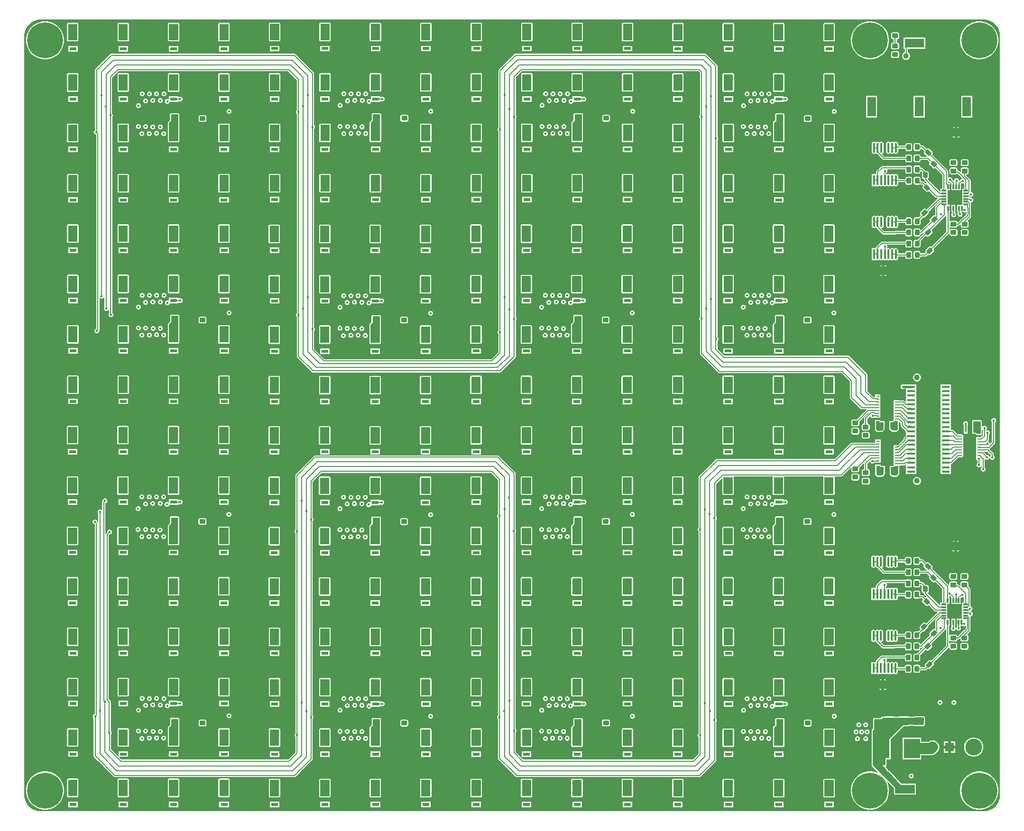
<source format=gbr>
G04*
G04 #@! TF.GenerationSoftware,Altium Limited,Altium Designer,25.0.2 (28)*
G04*
G04 Layer_Physical_Order=1*
G04 Layer_Color=255*
%FSLAX25Y25*%
%MOIN*%
G70*
G04*
G04 #@! TF.SameCoordinates,7C83500D-BFB9-469C-A41D-0C693C3E1856*
G04*
G04*
G04 #@! TF.FilePolarity,Positive*
G04*
G01*
G75*
%ADD10C,0.01000*%
%ADD16C,0.00600*%
%ADD17R,0.02520X0.18504*%
%ADD18R,0.02520X0.10000*%
%ADD19R,0.05709X0.01811*%
%ADD20R,0.11614X0.13780*%
%ADD21R,0.02362X0.00984*%
%ADD22R,0.08268X0.16142*%
%ADD23R,0.00984X0.02362*%
G04:AMPARAMS|DCode=24|XSize=31.5mil|YSize=39.37mil|CornerRadius=3.94mil|HoleSize=0mil|Usage=FLASHONLY|Rotation=90.000|XOffset=0mil|YOffset=0mil|HoleType=Round|Shape=RoundedRectangle|*
%AMROUNDEDRECTD24*
21,1,0.03150,0.03150,0,0,90.0*
21,1,0.02362,0.03937,0,0,90.0*
1,1,0.00787,0.01575,0.01181*
1,1,0.00787,0.01575,-0.01181*
1,1,0.00787,-0.01575,-0.01181*
1,1,0.00787,-0.01575,0.01181*
%
%ADD24ROUNDEDRECTD24*%
%ADD25R,0.06299X0.13780*%
%ADD26R,0.13780X0.06299*%
G04:AMPARAMS|DCode=27|XSize=31.5mil|YSize=39.37mil|CornerRadius=3.94mil|HoleSize=0mil|Usage=FLASHONLY|Rotation=0.000|XOffset=0mil|YOffset=0mil|HoleType=Round|Shape=RoundedRectangle|*
%AMROUNDEDRECTD27*
21,1,0.03150,0.03150,0,0,0.0*
21,1,0.02362,0.03937,0,0,0.0*
1,1,0.00787,0.01181,-0.01575*
1,1,0.00787,-0.01181,-0.01575*
1,1,0.00787,-0.01181,0.01575*
1,1,0.00787,0.01181,0.01575*
%
%ADD27ROUNDEDRECTD27*%
%ADD28R,0.05118X0.02362*%
G04:AMPARAMS|DCode=29|XSize=55.12mil|YSize=66.93mil|CornerRadius=6.89mil|HoleSize=0mil|Usage=FLASHONLY|Rotation=270.000|XOffset=0mil|YOffset=0mil|HoleType=Round|Shape=RoundedRectangle|*
%AMROUNDEDRECTD29*
21,1,0.05512,0.05315,0,0,270.0*
21,1,0.04134,0.06693,0,0,270.0*
1,1,0.01378,-0.02657,-0.02067*
1,1,0.01378,-0.02657,0.02067*
1,1,0.01378,0.02657,0.02067*
1,1,0.01378,0.02657,-0.02067*
%
%ADD29ROUNDEDRECTD29*%
G04:AMPARAMS|DCode=30|XSize=31.5mil|YSize=39.37mil|CornerRadius=3.94mil|HoleSize=0mil|Usage=FLASHONLY|Rotation=225.000|XOffset=0mil|YOffset=0mil|HoleType=Round|Shape=RoundedRectangle|*
%AMROUNDEDRECTD30*
21,1,0.03150,0.03150,0,0,225.0*
21,1,0.02362,0.03937,0,0,225.0*
1,1,0.00787,-0.01949,0.00278*
1,1,0.00787,-0.00278,0.01949*
1,1,0.00787,0.01949,-0.00278*
1,1,0.00787,0.00278,-0.01949*
%
%ADD30ROUNDEDRECTD30*%
%ADD31R,0.01181X0.03347*%
%ADD32R,0.03347X0.01181*%
%ADD33R,0.02362X0.02362*%
G04:AMPARAMS|DCode=34|XSize=31.5mil|YSize=39.37mil|CornerRadius=3.94mil|HoleSize=0mil|Usage=FLASHONLY|Rotation=135.000|XOffset=0mil|YOffset=0mil|HoleType=Round|Shape=RoundedRectangle|*
%AMROUNDEDRECTD34*
21,1,0.03150,0.03150,0,0,135.0*
21,1,0.02362,0.03937,0,0,135.0*
1,1,0.00787,0.00278,0.01949*
1,1,0.00787,0.01949,0.00278*
1,1,0.00787,-0.00278,-0.01949*
1,1,0.00787,-0.01949,-0.00278*
%
%ADD34ROUNDEDRECTD34*%
G04:AMPARAMS|DCode=35|XSize=70.41mil|YSize=16.57mil|CornerRadius=8.28mil|HoleSize=0mil|Usage=FLASHONLY|Rotation=90.000|XOffset=0mil|YOffset=0mil|HoleType=Round|Shape=RoundedRectangle|*
%AMROUNDEDRECTD35*
21,1,0.07041,0.00000,0,0,90.0*
21,1,0.05384,0.01657,0,0,90.0*
1,1,0.01657,0.00000,0.02692*
1,1,0.01657,0.00000,-0.02692*
1,1,0.01657,0.00000,-0.02692*
1,1,0.01657,0.00000,0.02692*
%
%ADD35ROUNDEDRECTD35*%
%ADD36R,0.01657X0.07041*%
%ADD47C,0.03937*%
%ADD64R,0.03937X0.70866*%
%ADD65R,0.70866X0.03937*%
%ADD66C,0.01500*%
%ADD67C,0.07874*%
%ADD68C,0.04016*%
%ADD69C,0.05906*%
%ADD70R,0.05984X0.05984*%
%ADD71C,0.05984*%
%ADD72C,0.11811*%
%ADD73C,0.25197*%
%ADD74C,0.01772*%
%ADD75C,0.01968*%
G36*
X702228Y623601D02*
X703670Y623214D01*
X705050Y622643D01*
X706344Y621896D01*
X707529Y620987D01*
X708585Y619931D01*
X709494Y618745D01*
X710241Y617452D01*
X710813Y616072D01*
X711199Y614629D01*
X711394Y613148D01*
Y612402D01*
Y78543D01*
Y77797D01*
X711199Y76316D01*
X710813Y74873D01*
X710241Y73493D01*
X709494Y72199D01*
X708585Y71014D01*
X707529Y69958D01*
X706344Y69049D01*
X705050Y68302D01*
X703670Y67731D01*
X702228Y67344D01*
X700747Y67149D01*
X36440D01*
X34959Y67344D01*
X33516Y67731D01*
X32136Y68302D01*
X30843Y69049D01*
X29658Y69958D01*
X28602Y71014D01*
X27692Y72199D01*
X26946Y73493D01*
X26374Y74873D01*
X25987Y76316D01*
X25793Y77797D01*
Y78543D01*
Y612402D01*
Y613148D01*
X25987Y614629D01*
X26374Y616072D01*
X26946Y617452D01*
X27692Y618746D01*
X28602Y619930D01*
X29658Y620987D01*
X30843Y621896D01*
X32136Y622643D01*
X33516Y623214D01*
X34959Y623601D01*
X36440Y623796D01*
X700747D01*
X702228Y623601D01*
D02*
G37*
%LPC*%
G36*
X452944Y621577D02*
X446509D01*
X446201Y621516D01*
X445941Y621342D01*
X445767Y621081D01*
X445706Y620774D01*
Y609329D01*
X445767Y609022D01*
X445941Y608761D01*
X446201Y608587D01*
X446509Y608526D01*
X452944D01*
X453251Y608587D01*
X453511Y608761D01*
X453685Y609022D01*
X453746Y609329D01*
Y620774D01*
X453685Y621081D01*
X453511Y621342D01*
X453251Y621516D01*
X452944Y621577D01*
D02*
G37*
G36*
X417511D02*
X411075D01*
X410768Y621516D01*
X410508Y621342D01*
X410334Y621081D01*
X410273Y620774D01*
Y609329D01*
X410334Y609022D01*
X410508Y608761D01*
X410768Y608587D01*
X411075Y608526D01*
X417511D01*
X417818Y608587D01*
X418078Y608761D01*
X418252Y609022D01*
X418313Y609329D01*
Y620774D01*
X418252Y621081D01*
X418078Y621342D01*
X417818Y621516D01*
X417511Y621577D01*
D02*
G37*
G36*
X382077D02*
X375642D01*
X375335Y621516D01*
X375075Y621342D01*
X374901Y621081D01*
X374840Y620774D01*
Y609329D01*
X374901Y609022D01*
X375075Y608761D01*
X375335Y608587D01*
X375642Y608526D01*
X382077D01*
X382385Y608587D01*
X382645Y608761D01*
X382819Y609022D01*
X382880Y609329D01*
Y620774D01*
X382819Y621081D01*
X382645Y621342D01*
X382385Y621516D01*
X382077Y621577D01*
D02*
G37*
G36*
X346644D02*
X340209D01*
X339902Y621516D01*
X339642Y621342D01*
X339468Y621081D01*
X339406Y620774D01*
Y609329D01*
X339468Y609022D01*
X339642Y608761D01*
X339902Y608587D01*
X340209Y608526D01*
X346644D01*
X346952Y608587D01*
X347212Y608761D01*
X347386Y609022D01*
X347447Y609329D01*
Y620774D01*
X347386Y621081D01*
X347212Y621342D01*
X346952Y621516D01*
X346644Y621577D01*
D02*
G37*
G36*
X311137Y621570D02*
X304701D01*
X304394Y621509D01*
X304134Y621335D01*
X303960Y621074D01*
X303899Y620767D01*
Y609321D01*
X303960Y609014D01*
X304134Y608754D01*
X304394Y608580D01*
X304701Y608519D01*
X311137D01*
X311444Y608580D01*
X311704Y608754D01*
X311878Y609014D01*
X311939Y609321D01*
Y620767D01*
X311878Y621074D01*
X311704Y621335D01*
X311444Y621509D01*
X311137Y621570D01*
D02*
G37*
G36*
X275703D02*
X269268D01*
X268961Y621509D01*
X268701Y621335D01*
X268527Y621074D01*
X268466Y620767D01*
Y609321D01*
X268527Y609014D01*
X268701Y608754D01*
X268961Y608580D01*
X269268Y608519D01*
X275703D01*
X276011Y608580D01*
X276271Y608754D01*
X276445Y609014D01*
X276506Y609321D01*
Y620767D01*
X276445Y621074D01*
X276271Y621335D01*
X276011Y621509D01*
X275703Y621570D01*
D02*
G37*
G36*
X240270D02*
X233835D01*
X233528Y621509D01*
X233268Y621335D01*
X233094Y621074D01*
X233032Y620767D01*
Y609321D01*
X233094Y609014D01*
X233268Y608754D01*
X233528Y608580D01*
X233835Y608519D01*
X240270D01*
X240578Y608580D01*
X240838Y608754D01*
X241012Y609014D01*
X241073Y609321D01*
Y620767D01*
X241012Y621074D01*
X240838Y621335D01*
X240578Y621509D01*
X240270Y621570D01*
D02*
G37*
G36*
X204837D02*
X198402D01*
X198095Y621509D01*
X197835Y621335D01*
X197661Y621074D01*
X197599Y620767D01*
Y609321D01*
X197661Y609014D01*
X197835Y608754D01*
X198095Y608580D01*
X198402Y608519D01*
X204837D01*
X205145Y608580D01*
X205405Y608754D01*
X205579Y609014D01*
X205640Y609321D01*
Y620767D01*
X205579Y621074D01*
X205405Y621335D01*
X205145Y621509D01*
X204837Y621570D01*
D02*
G37*
G36*
X594579Y621501D02*
X588144D01*
X587836Y621440D01*
X587576Y621266D01*
X587402Y621005D01*
X587341Y620698D01*
Y609252D01*
X587402Y608945D01*
X587576Y608685D01*
X587836Y608511D01*
X588144Y608450D01*
X594579D01*
X594886Y608511D01*
X595146Y608685D01*
X595320Y608945D01*
X595381Y609252D01*
Y620698D01*
X595320Y621005D01*
X595146Y621266D01*
X594886Y621440D01*
X594579Y621501D01*
D02*
G37*
G36*
X559146D02*
X552710D01*
X552403Y621440D01*
X552143Y621266D01*
X551969Y621005D01*
X551908Y620698D01*
Y609252D01*
X551969Y608945D01*
X552143Y608685D01*
X552403Y608511D01*
X552710Y608450D01*
X559146D01*
X559453Y608511D01*
X559713Y608685D01*
X559887Y608945D01*
X559948Y609252D01*
Y620698D01*
X559887Y621005D01*
X559713Y621266D01*
X559453Y621440D01*
X559146Y621501D01*
D02*
G37*
G36*
X523712D02*
X517277D01*
X516970Y621440D01*
X516710Y621266D01*
X516536Y621005D01*
X516475Y620698D01*
Y609252D01*
X516536Y608945D01*
X516710Y608685D01*
X516970Y608511D01*
X517277Y608450D01*
X523712D01*
X524020Y608511D01*
X524280Y608685D01*
X524454Y608945D01*
X524515Y609252D01*
Y620698D01*
X524454Y621005D01*
X524280Y621266D01*
X524020Y621440D01*
X523712Y621501D01*
D02*
G37*
G36*
X488279D02*
X481844D01*
X481537Y621440D01*
X481277Y621266D01*
X481103Y621005D01*
X481042Y620698D01*
Y609252D01*
X481103Y608945D01*
X481277Y608685D01*
X481537Y608511D01*
X481844Y608450D01*
X488279D01*
X488587Y608511D01*
X488847Y608685D01*
X489021Y608945D01*
X489082Y609252D01*
Y620698D01*
X489021Y621005D01*
X488847Y621266D01*
X488587Y621440D01*
X488279Y621501D01*
D02*
G37*
G36*
X169291Y621500D02*
X162856D01*
X162549Y621439D01*
X162289Y621265D01*
X162115Y621005D01*
X162054Y620697D01*
Y609252D01*
X162115Y608945D01*
X162289Y608684D01*
X162549Y608510D01*
X162856Y608449D01*
X169291D01*
X169599Y608510D01*
X169859Y608684D01*
X170033Y608945D01*
X170094Y609252D01*
Y620697D01*
X170033Y621005D01*
X169859Y621265D01*
X169599Y621439D01*
X169291Y621500D01*
D02*
G37*
G36*
X133858D02*
X127423D01*
X127116Y621439D01*
X126856Y621265D01*
X126681Y621005D01*
X126620Y620697D01*
Y609252D01*
X126681Y608945D01*
X126856Y608684D01*
X127116Y608510D01*
X127423Y608449D01*
X133858D01*
X134166Y608510D01*
X134426Y608684D01*
X134600Y608945D01*
X134661Y609252D01*
Y620697D01*
X134600Y621005D01*
X134426Y621265D01*
X134166Y621439D01*
X133858Y621500D01*
D02*
G37*
G36*
X98425D02*
X91990D01*
X91683Y621439D01*
X91422Y621265D01*
X91249Y621005D01*
X91187Y620697D01*
Y609252D01*
X91249Y608945D01*
X91422Y608684D01*
X91683Y608510D01*
X91990Y608449D01*
X98425D01*
X98732Y608510D01*
X98993Y608684D01*
X99167Y608945D01*
X99228Y609252D01*
Y620697D01*
X99167Y621005D01*
X98993Y621265D01*
X98732Y621439D01*
X98425Y621500D01*
D02*
G37*
G36*
X62992D02*
X56557D01*
X56250Y621439D01*
X55989Y621265D01*
X55815Y621005D01*
X55754Y620697D01*
Y609252D01*
X55815Y608945D01*
X55989Y608684D01*
X56250Y608510D01*
X56557Y608449D01*
X62992D01*
X63299Y608510D01*
X63560Y608684D01*
X63734Y608945D01*
X63795Y609252D01*
Y620697D01*
X63734Y621005D01*
X63560Y621265D01*
X63299Y621439D01*
X62992Y621500D01*
D02*
G37*
G36*
X639370Y614787D02*
X636221D01*
X635760Y614695D01*
X635369Y614434D01*
X635108Y614044D01*
X635016Y613583D01*
Y611221D01*
X635108Y610760D01*
X635369Y610369D01*
X635760Y610108D01*
X636221Y610016D01*
X636687D01*
X636687Y607602D01*
X636221D01*
X635760Y607510D01*
X635369Y607249D01*
X635108Y606858D01*
X635016Y606398D01*
Y604036D01*
X635108Y603575D01*
X635369Y603184D01*
X635760Y602923D01*
X636221Y602831D01*
X639370D01*
X639831Y602923D01*
X640222Y603184D01*
X640483Y603575D01*
X640574Y604036D01*
Y606398D01*
X640483Y606858D01*
X640222Y607249D01*
X639831Y607510D01*
X639370Y607602D01*
X638904D01*
X638904Y610016D01*
X639370D01*
X639831Y610108D01*
X640222Y610369D01*
X640483Y610760D01*
X640574Y611221D01*
Y613583D01*
X640483Y614044D01*
X640222Y614434D01*
X639831Y614695D01*
X639370Y614787D01*
D02*
G37*
G36*
X453140Y605392D02*
X446448D01*
Y601455D01*
X453140D01*
Y605392D01*
D02*
G37*
G36*
X417707D02*
X411014D01*
Y601455D01*
X417707D01*
Y605392D01*
D02*
G37*
G36*
X382274D02*
X375581D01*
Y601455D01*
X382274D01*
Y605392D01*
D02*
G37*
G36*
X346841D02*
X340148D01*
Y601455D01*
X346841D01*
Y605392D01*
D02*
G37*
G36*
X311333Y605384D02*
X304641D01*
Y601447D01*
X311333D01*
Y605384D01*
D02*
G37*
G36*
X275900D02*
X269207D01*
Y601447D01*
X275900D01*
Y605384D01*
D02*
G37*
G36*
X240467D02*
X233774D01*
Y601447D01*
X240467D01*
Y605384D01*
D02*
G37*
G36*
X205034D02*
X198341D01*
Y601447D01*
X205034D01*
Y605384D01*
D02*
G37*
G36*
X594775Y605315D02*
X588083D01*
Y601378D01*
X594775D01*
Y605315D01*
D02*
G37*
G36*
X559342D02*
X552649D01*
Y601378D01*
X559342D01*
Y605315D01*
D02*
G37*
G36*
X523909D02*
X517216D01*
Y601378D01*
X523909D01*
Y605315D01*
D02*
G37*
G36*
X488476D02*
X481783D01*
Y601378D01*
X488476D01*
Y605315D01*
D02*
G37*
G36*
X169488Y605315D02*
X162795D01*
Y601378D01*
X169488D01*
Y605315D01*
D02*
G37*
G36*
X134055D02*
X127362D01*
Y601378D01*
X134055D01*
Y605315D01*
D02*
G37*
G36*
X98622D02*
X91929D01*
Y601378D01*
X98622D01*
Y605315D01*
D02*
G37*
G36*
X63189D02*
X56496D01*
Y601378D01*
X63189D01*
Y605315D01*
D02*
G37*
G36*
X639370Y601696D02*
X636221D01*
X635760Y601605D01*
X635369Y601344D01*
X635108Y600953D01*
X635016Y600492D01*
Y598130D01*
X635108Y597669D01*
X635369Y597278D01*
X635760Y597017D01*
X636221Y596926D01*
X639370D01*
X639831Y597017D01*
X640222Y597278D01*
X640483Y597669D01*
X640574Y598130D01*
Y600492D01*
X640483Y600953D01*
X640222Y601344D01*
X639831Y601605D01*
X639370Y601696D01*
D02*
G37*
G36*
X697904Y622638D02*
X695797D01*
X693716Y622308D01*
X691712Y621657D01*
X689835Y620701D01*
X688130Y619462D01*
X686640Y617972D01*
X685402Y616268D01*
X684445Y614390D01*
X683794Y612387D01*
X683465Y610306D01*
Y608198D01*
X683794Y606117D01*
X684445Y604114D01*
X685402Y602236D01*
X686640Y600532D01*
X688130Y599042D01*
X689835Y597803D01*
X691712Y596847D01*
X693716Y596196D01*
X695797Y595866D01*
X697904D01*
X699985Y596196D01*
X701989Y596847D01*
X703866Y597803D01*
X705571Y599042D01*
X707060Y600532D01*
X708299Y602236D01*
X709256Y604114D01*
X709907Y606117D01*
X710236Y608198D01*
Y610306D01*
X709907Y612387D01*
X709256Y614390D01*
X708299Y616268D01*
X707060Y617972D01*
X705571Y619462D01*
X703866Y620701D01*
X701989Y621657D01*
X699985Y622308D01*
X697904Y622638D01*
D02*
G37*
G36*
X621132D02*
X619025D01*
X616944Y622308D01*
X614940Y621657D01*
X613063Y620701D01*
X611358Y619462D01*
X609869Y617972D01*
X608630Y616268D01*
X607674Y614390D01*
X607022Y612387D01*
X606693Y610306D01*
Y608198D01*
X607022Y606117D01*
X607674Y604114D01*
X608630Y602236D01*
X609869Y600532D01*
X611358Y599042D01*
X613063Y597803D01*
X614940Y596847D01*
X616944Y596196D01*
X619025Y595866D01*
X621132D01*
X623213Y596196D01*
X625217Y596847D01*
X627094Y597803D01*
X628799Y599042D01*
X630289Y600532D01*
X631527Y602236D01*
X632484Y604114D01*
X633135Y606117D01*
X633465Y608198D01*
Y610306D01*
X633135Y612387D01*
X632484Y614390D01*
X631527Y616268D01*
X630289Y617972D01*
X628799Y619462D01*
X627094Y620701D01*
X625217Y621657D01*
X623213Y622308D01*
X621132Y622638D01*
D02*
G37*
G36*
X41408D02*
X39301D01*
X37220Y622308D01*
X35216Y621657D01*
X33339Y620701D01*
X31634Y619462D01*
X30144Y617972D01*
X28906Y616268D01*
X27949Y614390D01*
X27298Y612387D01*
X26969Y610306D01*
Y608198D01*
X27298Y606117D01*
X27949Y604114D01*
X28906Y602236D01*
X30144Y600532D01*
X31634Y599042D01*
X33339Y597803D01*
X35216Y596847D01*
X37220Y596196D01*
X39301Y595866D01*
X41408D01*
X43489Y596196D01*
X45493Y596847D01*
X47370Y597803D01*
X49075Y599042D01*
X50564Y600532D01*
X51803Y602236D01*
X52759Y604114D01*
X53411Y606117D01*
X53740Y608198D01*
Y610306D01*
X53411Y612387D01*
X52759Y614390D01*
X51803Y616268D01*
X50564Y617972D01*
X49075Y619462D01*
X47370Y620701D01*
X45493Y621657D01*
X43489Y622308D01*
X41408Y622638D01*
D02*
G37*
G36*
X658858Y611221D02*
X643504D01*
Y603346D01*
X644561D01*
Y600896D01*
X644401Y600853D01*
X643773Y600490D01*
X643259Y599977D01*
X642897Y599349D01*
X642709Y598648D01*
Y597922D01*
X642897Y597221D01*
X643259Y596593D01*
X643773Y596080D01*
X644401Y595717D01*
X645102Y595529D01*
X645828D01*
X646528Y595717D01*
X647157Y596080D01*
X647670Y596593D01*
X648033Y597221D01*
X648221Y597922D01*
Y598648D01*
X648033Y599349D01*
X647670Y599977D01*
X647157Y600490D01*
X646778Y600709D01*
Y603346D01*
X658858D01*
Y611221D01*
D02*
G37*
G36*
X452944Y586144D02*
X446509D01*
X446201Y586083D01*
X445941Y585909D01*
X445767Y585648D01*
X445706Y585341D01*
Y573896D01*
X445767Y573589D01*
X445941Y573328D01*
X446201Y573154D01*
X446509Y573093D01*
X452944D01*
X453251Y573154D01*
X453511Y573328D01*
X453685Y573589D01*
X453746Y573896D01*
Y585341D01*
X453685Y585648D01*
X453511Y585909D01*
X453251Y586083D01*
X452944Y586144D01*
D02*
G37*
G36*
X417511D02*
X411075D01*
X410768Y586083D01*
X410508Y585909D01*
X410334Y585648D01*
X410273Y585341D01*
Y573896D01*
X410334Y573589D01*
X410508Y573328D01*
X410768Y573154D01*
X411075Y573093D01*
X417511D01*
X417818Y573154D01*
X418078Y573328D01*
X418252Y573589D01*
X418313Y573896D01*
Y585341D01*
X418252Y585648D01*
X418078Y585909D01*
X417818Y586083D01*
X417511Y586144D01*
D02*
G37*
G36*
X382077D02*
X375642D01*
X375335Y586083D01*
X375075Y585909D01*
X374901Y585648D01*
X374840Y585341D01*
Y573896D01*
X374901Y573589D01*
X375075Y573328D01*
X375335Y573154D01*
X375642Y573093D01*
X382077D01*
X382385Y573154D01*
X382645Y573328D01*
X382819Y573589D01*
X382880Y573896D01*
Y585341D01*
X382819Y585648D01*
X382645Y585909D01*
X382385Y586083D01*
X382077Y586144D01*
D02*
G37*
G36*
X346644D02*
X340209D01*
X339902Y586083D01*
X339642Y585909D01*
X339468Y585648D01*
X339406Y585341D01*
Y573896D01*
X339468Y573589D01*
X339642Y573328D01*
X339902Y573154D01*
X340209Y573093D01*
X346644D01*
X346952Y573154D01*
X347212Y573328D01*
X347386Y573589D01*
X347447Y573896D01*
Y585341D01*
X347386Y585648D01*
X347212Y585909D01*
X346952Y586083D01*
X346644Y586144D01*
D02*
G37*
G36*
X311137Y586137D02*
X304701D01*
X304394Y586076D01*
X304134Y585901D01*
X303960Y585641D01*
X303899Y585334D01*
Y573888D01*
X303960Y573581D01*
X304134Y573321D01*
X304394Y573147D01*
X304701Y573085D01*
X311137D01*
X311444Y573147D01*
X311704Y573321D01*
X311878Y573581D01*
X311939Y573888D01*
Y585334D01*
X311878Y585641D01*
X311704Y585901D01*
X311444Y586076D01*
X311137Y586137D01*
D02*
G37*
G36*
X275703D02*
X269268D01*
X268961Y586076D01*
X268701Y585901D01*
X268527Y585641D01*
X268466Y585334D01*
Y573888D01*
X268527Y573581D01*
X268701Y573321D01*
X268961Y573147D01*
X269268Y573085D01*
X275703D01*
X276011Y573147D01*
X276271Y573321D01*
X276445Y573581D01*
X276506Y573888D01*
Y585334D01*
X276445Y585641D01*
X276271Y585901D01*
X276011Y586076D01*
X275703Y586137D01*
D02*
G37*
G36*
X240270D02*
X233835D01*
X233528Y586076D01*
X233268Y585901D01*
X233094Y585641D01*
X233032Y585334D01*
Y573888D01*
X233094Y573581D01*
X233268Y573321D01*
X233528Y573147D01*
X233835Y573085D01*
X240270D01*
X240578Y573147D01*
X240838Y573321D01*
X241012Y573581D01*
X241073Y573888D01*
Y585334D01*
X241012Y585641D01*
X240838Y585901D01*
X240578Y586076D01*
X240270Y586137D01*
D02*
G37*
G36*
X204837D02*
X198402D01*
X198095Y586076D01*
X197835Y585901D01*
X197661Y585641D01*
X197599Y585334D01*
Y573888D01*
X197661Y573581D01*
X197835Y573321D01*
X198095Y573147D01*
X198402Y573085D01*
X204837D01*
X205145Y573147D01*
X205405Y573321D01*
X205579Y573581D01*
X205640Y573888D01*
Y585334D01*
X205579Y585641D01*
X205405Y585901D01*
X205145Y586076D01*
X204837Y586137D01*
D02*
G37*
G36*
X594579Y586068D02*
X588144D01*
X587836Y586006D01*
X587576Y585833D01*
X587402Y585572D01*
X587341Y585265D01*
Y573819D01*
X587402Y573512D01*
X587576Y573252D01*
X587836Y573078D01*
X588144Y573017D01*
X594579D01*
X594886Y573078D01*
X595146Y573252D01*
X595320Y573512D01*
X595381Y573819D01*
Y585265D01*
X595320Y585572D01*
X595146Y585833D01*
X594886Y586006D01*
X594579Y586068D01*
D02*
G37*
G36*
X559146D02*
X552710D01*
X552403Y586006D01*
X552143Y585833D01*
X551969Y585572D01*
X551908Y585265D01*
Y573819D01*
X551969Y573512D01*
X552143Y573252D01*
X552403Y573078D01*
X552710Y573017D01*
X559146D01*
X559453Y573078D01*
X559713Y573252D01*
X559887Y573512D01*
X559948Y573819D01*
Y585265D01*
X559887Y585572D01*
X559713Y585833D01*
X559453Y586006D01*
X559146Y586068D01*
D02*
G37*
G36*
X523712D02*
X517277D01*
X516970Y586006D01*
X516710Y585833D01*
X516536Y585572D01*
X516475Y585265D01*
Y573819D01*
X516536Y573512D01*
X516710Y573252D01*
X516970Y573078D01*
X517277Y573017D01*
X523712D01*
X524020Y573078D01*
X524280Y573252D01*
X524454Y573512D01*
X524515Y573819D01*
Y585265D01*
X524454Y585572D01*
X524280Y585833D01*
X524020Y586006D01*
X523712Y586068D01*
D02*
G37*
G36*
X488279D02*
X481844D01*
X481537Y586006D01*
X481277Y585833D01*
X481103Y585572D01*
X481042Y585265D01*
Y573819D01*
X481103Y573512D01*
X481277Y573252D01*
X481537Y573078D01*
X481844Y573017D01*
X488279D01*
X488587Y573078D01*
X488847Y573252D01*
X489021Y573512D01*
X489082Y573819D01*
Y585265D01*
X489021Y585572D01*
X488847Y585833D01*
X488587Y586006D01*
X488279Y586068D01*
D02*
G37*
G36*
X169291Y586067D02*
X162856D01*
X162549Y586006D01*
X162289Y585832D01*
X162115Y585572D01*
X162054Y585264D01*
Y573819D01*
X162115Y573512D01*
X162289Y573251D01*
X162549Y573077D01*
X162856Y573016D01*
X169291D01*
X169599Y573077D01*
X169859Y573251D01*
X170033Y573512D01*
X170094Y573819D01*
Y585264D01*
X170033Y585572D01*
X169859Y585832D01*
X169599Y586006D01*
X169291Y586067D01*
D02*
G37*
G36*
X133858D02*
X127423D01*
X127116Y586006D01*
X126856Y585832D01*
X126681Y585572D01*
X126620Y585264D01*
Y573819D01*
X126681Y573512D01*
X126856Y573251D01*
X127116Y573077D01*
X127423Y573016D01*
X133858D01*
X134166Y573077D01*
X134426Y573251D01*
X134600Y573512D01*
X134661Y573819D01*
Y585264D01*
X134600Y585572D01*
X134426Y585832D01*
X134166Y586006D01*
X133858Y586067D01*
D02*
G37*
G36*
X98425D02*
X91990D01*
X91683Y586006D01*
X91422Y585832D01*
X91249Y585572D01*
X91187Y585264D01*
Y573819D01*
X91249Y573512D01*
X91422Y573251D01*
X91683Y573077D01*
X91990Y573016D01*
X98425D01*
X98732Y573077D01*
X98993Y573251D01*
X99167Y573512D01*
X99228Y573819D01*
Y585264D01*
X99167Y585572D01*
X98993Y585832D01*
X98732Y586006D01*
X98425Y586067D01*
D02*
G37*
G36*
X62992D02*
X56557D01*
X56250Y586006D01*
X55989Y585832D01*
X55815Y585572D01*
X55754Y585264D01*
Y573819D01*
X55815Y573512D01*
X55989Y573251D01*
X56250Y573077D01*
X56557Y573016D01*
X62992D01*
X63299Y573077D01*
X63560Y573251D01*
X63734Y573512D01*
X63795Y573819D01*
Y585264D01*
X63734Y585572D01*
X63560Y585832D01*
X63299Y586006D01*
X62992Y586067D01*
D02*
G37*
G36*
X392486Y573342D02*
X391821D01*
X391206Y573087D01*
X390735Y572616D01*
X390480Y572001D01*
Y571336D01*
X390735Y570721D01*
X391206Y570250D01*
X391821Y569995D01*
X392486D01*
X393101Y570250D01*
X393572Y570721D01*
X393827Y571336D01*
Y572001D01*
X393572Y572616D01*
X393101Y573087D01*
X392486Y573342D01*
D02*
G37*
G36*
X250679Y573334D02*
X250013D01*
X249399Y573079D01*
X248928Y572609D01*
X248673Y571994D01*
Y571328D01*
X248928Y570713D01*
X249399Y570243D01*
X250013Y569988D01*
X250679D01*
X251294Y570243D01*
X251765Y570713D01*
X252020Y571328D01*
Y571994D01*
X251765Y572609D01*
X251294Y573079D01*
X250679Y573334D01*
D02*
G37*
G36*
X402697Y573269D02*
X402031D01*
X401416Y573014D01*
X400946Y572544D01*
X400691Y571929D01*
Y571263D01*
X400946Y570648D01*
X401416Y570178D01*
X402031Y569923D01*
X402697D01*
X403312Y570178D01*
X403783Y570648D01*
X404038Y571263D01*
Y571929D01*
X403783Y572544D01*
X403312Y573014D01*
X402697Y573269D01*
D02*
G37*
G36*
X534121Y573265D02*
X533456D01*
X532841Y573010D01*
X532370Y572540D01*
X532115Y571925D01*
Y571259D01*
X532370Y570644D01*
X532841Y570174D01*
X533456Y569919D01*
X534121D01*
X534736Y570174D01*
X535207Y570644D01*
X535462Y571259D01*
Y571925D01*
X535207Y572540D01*
X534736Y573010D01*
X534121Y573265D01*
D02*
G37*
G36*
X108834Y573265D02*
X108168D01*
X107553Y573010D01*
X107083Y572539D01*
X106828Y571924D01*
Y571259D01*
X107083Y570644D01*
X107553Y570173D01*
X108168Y569918D01*
X108834D01*
X109449Y570173D01*
X109920Y570644D01*
X110174Y571259D01*
Y571924D01*
X109920Y572539D01*
X109449Y573010D01*
X108834Y573265D01*
D02*
G37*
G36*
X260890Y573262D02*
X260224D01*
X259609Y573007D01*
X259139Y572536D01*
X258884Y571921D01*
Y571256D01*
X259139Y570641D01*
X259609Y570170D01*
X260224Y569915D01*
X260890D01*
X261505Y570170D01*
X261976Y570641D01*
X262230Y571256D01*
Y571921D01*
X261976Y572536D01*
X261505Y573007D01*
X260890Y573262D01*
D02*
G37*
G36*
X397596Y573253D02*
X396931D01*
X396316Y572999D01*
X395845Y572528D01*
X395590Y571913D01*
Y571247D01*
X395845Y570633D01*
X396316Y570162D01*
X396931Y569907D01*
X397596D01*
X398211Y570162D01*
X398682Y570633D01*
X398937Y571247D01*
Y571913D01*
X398682Y572528D01*
X398211Y572999D01*
X397596Y573253D01*
D02*
G37*
G36*
X407822Y573247D02*
X407157D01*
X406541Y572992D01*
X406071Y572521D01*
X405816Y571906D01*
Y571241D01*
X406071Y570626D01*
X406541Y570155D01*
X407157Y569900D01*
X407822D01*
X408437Y570155D01*
X408908Y570626D01*
X409163Y571241D01*
Y571906D01*
X408908Y572521D01*
X408437Y572992D01*
X407822Y573247D01*
D02*
G37*
G36*
X255789Y573246D02*
X255124D01*
X254509Y572991D01*
X254038Y572521D01*
X253783Y571906D01*
Y571240D01*
X254038Y570625D01*
X254509Y570154D01*
X255124Y569900D01*
X255789D01*
X256404Y570154D01*
X256875Y570625D01*
X257130Y571240D01*
Y571906D01*
X256875Y572521D01*
X256404Y572991D01*
X255789Y573246D01*
D02*
G37*
G36*
X266015Y573239D02*
X265349D01*
X264734Y572985D01*
X264264Y572514D01*
X264009Y571899D01*
Y571233D01*
X264264Y570618D01*
X264734Y570148D01*
X265349Y569893D01*
X266015D01*
X266630Y570148D01*
X267101Y570618D01*
X267355Y571233D01*
Y571899D01*
X267101Y572514D01*
X266630Y572985D01*
X266015Y573239D01*
D02*
G37*
G36*
X544332Y573193D02*
X543667D01*
X543051Y572938D01*
X542581Y572467D01*
X542326Y571852D01*
Y571187D01*
X542581Y570572D01*
X543051Y570101D01*
X543667Y569846D01*
X544332D01*
X544947Y570101D01*
X545418Y570572D01*
X545673Y571187D01*
Y571852D01*
X545418Y572467D01*
X544947Y572938D01*
X544332Y573193D01*
D02*
G37*
G36*
X119045Y573193D02*
X118379D01*
X117764Y572938D01*
X117294Y572467D01*
X117039Y571852D01*
Y571186D01*
X117294Y570571D01*
X117764Y570101D01*
X118379Y569846D01*
X119045D01*
X119660Y570101D01*
X120131Y570571D01*
X120385Y571186D01*
Y571852D01*
X120131Y572467D01*
X119660Y572938D01*
X119045Y573193D01*
D02*
G37*
G36*
X539231Y573177D02*
X538566D01*
X537951Y572922D01*
X537480Y572452D01*
X537225Y571837D01*
Y571171D01*
X537480Y570556D01*
X537951Y570085D01*
X538566Y569831D01*
X539231D01*
X539847Y570085D01*
X540317Y570556D01*
X540572Y571171D01*
Y571837D01*
X540317Y572452D01*
X539847Y572922D01*
X539231Y573177D01*
D02*
G37*
G36*
X113944Y573177D02*
X113279D01*
X112664Y572922D01*
X112193Y572451D01*
X111938Y571836D01*
Y571171D01*
X112193Y570556D01*
X112664Y570085D01*
X113279Y569830D01*
X113944D01*
X114559Y570085D01*
X115030Y570556D01*
X115285Y571171D01*
Y571836D01*
X115030Y572451D01*
X114559Y572922D01*
X113944Y573177D01*
D02*
G37*
G36*
X549457Y573170D02*
X548792D01*
X548177Y572916D01*
X547706Y572445D01*
X547451Y571830D01*
Y571164D01*
X547706Y570549D01*
X548177Y570079D01*
X548792Y569824D01*
X549457D01*
X550072Y570079D01*
X550543Y570549D01*
X550798Y571164D01*
Y571830D01*
X550543Y572445D01*
X550072Y572916D01*
X549457Y573170D01*
D02*
G37*
G36*
X124170Y573170D02*
X123504D01*
X122889Y572915D01*
X122419Y572444D01*
X122164Y571830D01*
Y571164D01*
X122419Y570549D01*
X122889Y570078D01*
X123504Y569824D01*
X124170D01*
X124785Y570078D01*
X125256Y570549D01*
X125510Y571164D01*
Y571830D01*
X125256Y572444D01*
X124785Y572915D01*
X124170Y573170D01*
D02*
G37*
G36*
X417707Y569959D02*
X411014D01*
Y568013D01*
X410664Y567836D01*
X410168Y568041D01*
X409503D01*
X408888Y567787D01*
X408417Y567316D01*
X408162Y566701D01*
Y566035D01*
X408417Y565420D01*
X408888Y564950D01*
X409503Y564695D01*
X410168D01*
X410783Y564950D01*
X411254Y565420D01*
X411503Y566022D01*
X417707D01*
Y566456D01*
X418057Y566601D01*
X418099Y566559D01*
X418714Y566304D01*
X419380D01*
X419995Y566559D01*
X420465Y567030D01*
X420720Y567645D01*
Y568310D01*
X420465Y568925D01*
X419995Y569396D01*
X419380Y569651D01*
X418714D01*
X418099Y569396D01*
X418057Y569354D01*
X417707Y569499D01*
Y569959D01*
D02*
G37*
G36*
X275900Y569951D02*
X269207D01*
Y568005D01*
X268857Y567829D01*
X268361Y568034D01*
X267695D01*
X267080Y567779D01*
X266610Y567309D01*
X266355Y566694D01*
Y566028D01*
X266610Y565413D01*
X267080Y564942D01*
X267695Y564688D01*
X268361D01*
X268976Y564942D01*
X269447Y565413D01*
X269696Y566014D01*
X275900D01*
Y566448D01*
X276250Y566593D01*
X276292Y566552D01*
X276907Y566297D01*
X277573D01*
X278187Y566552D01*
X278658Y567022D01*
X278913Y567637D01*
Y568303D01*
X278658Y568918D01*
X278187Y569389D01*
X277573Y569643D01*
X276907D01*
X276292Y569389D01*
X276250Y569347D01*
X275900Y569492D01*
Y569951D01*
D02*
G37*
G36*
X559342Y569882D02*
X552649D01*
Y567936D01*
X552299Y567760D01*
X551803Y567965D01*
X551138D01*
X550523Y567710D01*
X550052Y567240D01*
X549797Y566625D01*
Y565959D01*
X550052Y565344D01*
X550523Y564873D01*
X551138Y564619D01*
X551803D01*
X552418Y564873D01*
X552889Y565344D01*
X553138Y565945D01*
X559342D01*
Y566379D01*
X559692Y566524D01*
X559734Y566483D01*
X560349Y566228D01*
X561015D01*
X561630Y566483D01*
X562100Y566953D01*
X562355Y567568D01*
Y568234D01*
X562100Y568849D01*
X561630Y569320D01*
X561015Y569574D01*
X560349D01*
X559734Y569320D01*
X559692Y569278D01*
X559342Y569423D01*
Y569882D01*
D02*
G37*
G36*
X134055Y569882D02*
X127362D01*
Y567936D01*
X127012Y567759D01*
X126516Y567965D01*
X125850D01*
X125235Y567710D01*
X124765Y567239D01*
X124510Y566624D01*
Y565959D01*
X124765Y565344D01*
X125235Y564873D01*
X125850Y564618D01*
X126516D01*
X127131Y564873D01*
X127602Y565344D01*
X127851Y565945D01*
X134055D01*
Y566379D01*
X134405Y566524D01*
X134447Y566482D01*
X135062Y566227D01*
X135727D01*
X136342Y566482D01*
X136813Y566953D01*
X137068Y567568D01*
Y568234D01*
X136813Y568849D01*
X136342Y569319D01*
X135727Y569574D01*
X135062D01*
X134447Y569319D01*
X134405Y569278D01*
X134055Y569423D01*
Y569882D01*
D02*
G37*
G36*
X453140Y569959D02*
X446448D01*
Y566022D01*
X453140D01*
Y569959D01*
D02*
G37*
G36*
X382274D02*
X375581D01*
Y566022D01*
X382274D01*
Y569959D01*
D02*
G37*
G36*
X346841D02*
X340148D01*
Y566022D01*
X346841D01*
Y569959D01*
D02*
G37*
G36*
X311333Y569951D02*
X304641D01*
Y566014D01*
X311333D01*
Y569951D01*
D02*
G37*
G36*
X240467D02*
X233774D01*
Y566014D01*
X240467D01*
Y569951D01*
D02*
G37*
G36*
X205034D02*
X198341D01*
Y566014D01*
X205034D01*
Y569951D01*
D02*
G37*
G36*
X594775Y569882D02*
X588083D01*
Y565945D01*
X594775D01*
Y569882D01*
D02*
G37*
G36*
X523909D02*
X517216D01*
Y565945D01*
X523909D01*
Y569882D01*
D02*
G37*
G36*
X488476D02*
X481783D01*
Y565945D01*
X488476D01*
Y569882D01*
D02*
G37*
G36*
X169488Y569882D02*
X162795D01*
Y565945D01*
X169488D01*
Y569882D01*
D02*
G37*
G36*
X98622D02*
X91929D01*
Y565945D01*
X98622D01*
Y569882D01*
D02*
G37*
G36*
X63189D02*
X56496D01*
Y565945D01*
X63189D01*
Y569882D01*
D02*
G37*
G36*
X400109Y568703D02*
X399443D01*
X398828Y568448D01*
X398358Y567978D01*
X398103Y567363D01*
Y566697D01*
X398358Y566082D01*
X398828Y565611D01*
X399443Y565357D01*
X400109D01*
X400724Y565611D01*
X401194Y566082D01*
X401449Y566697D01*
Y567363D01*
X401194Y567978D01*
X400724Y568448D01*
X400109Y568703D01*
D02*
G37*
G36*
X258302Y568696D02*
X257636D01*
X257021Y568441D01*
X256550Y567970D01*
X256296Y567355D01*
Y566690D01*
X256550Y566075D01*
X257021Y565604D01*
X257636Y565349D01*
X258302D01*
X258917Y565604D01*
X259387Y566075D01*
X259642Y566690D01*
Y567355D01*
X259387Y567970D01*
X258917Y568441D01*
X258302Y568696D01*
D02*
G37*
G36*
X405299Y568659D02*
X404633D01*
X404018Y568405D01*
X403548Y567934D01*
X403293Y567319D01*
Y566653D01*
X403548Y566038D01*
X404018Y565568D01*
X404633Y565313D01*
X405299D01*
X405914Y565568D01*
X406385Y566038D01*
X406639Y566653D01*
Y567319D01*
X406385Y567934D01*
X405914Y568405D01*
X405299Y568659D01*
D02*
G37*
G36*
X263492Y568652D02*
X262826D01*
X262211Y568397D01*
X261741Y567927D01*
X261486Y567311D01*
Y566646D01*
X261741Y566031D01*
X262211Y565560D01*
X262826Y565306D01*
X263492D01*
X264107Y565560D01*
X264578Y566031D01*
X264832Y566646D01*
Y567311D01*
X264578Y567927D01*
X264107Y568397D01*
X263492Y568652D01*
D02*
G37*
G36*
X541744Y568627D02*
X541078D01*
X540463Y568372D01*
X539993Y567901D01*
X539738Y567286D01*
Y566621D01*
X539993Y566006D01*
X540463Y565535D01*
X541078Y565280D01*
X541744D01*
X542359Y565535D01*
X542830Y566006D01*
X543084Y566621D01*
Y567286D01*
X542830Y567901D01*
X542359Y568372D01*
X541744Y568627D01*
D02*
G37*
G36*
X116457Y568626D02*
X115791D01*
X115176Y568372D01*
X114705Y567901D01*
X114451Y567286D01*
Y566620D01*
X114705Y566005D01*
X115176Y565535D01*
X115791Y565280D01*
X116457D01*
X117071Y565535D01*
X117542Y566005D01*
X117797Y566620D01*
Y567286D01*
X117542Y567901D01*
X117071Y568372D01*
X116457Y568626D01*
D02*
G37*
G36*
X546934Y568583D02*
X546269D01*
X545653Y568328D01*
X545183Y567858D01*
X544928Y567242D01*
Y566577D01*
X545183Y565962D01*
X545653Y565491D01*
X546269Y565237D01*
X546934D01*
X547549Y565491D01*
X548020Y565962D01*
X548275Y566577D01*
Y567242D01*
X548020Y567858D01*
X547549Y568328D01*
X546934Y568583D01*
D02*
G37*
G36*
X121647Y568582D02*
X120981D01*
X120366Y568328D01*
X119896Y567857D01*
X119641Y567242D01*
Y566576D01*
X119896Y565962D01*
X120366Y565491D01*
X120981Y565236D01*
X121647D01*
X122262Y565491D01*
X122732Y565962D01*
X122987Y566576D01*
Y567242D01*
X122732Y567857D01*
X122262Y568328D01*
X121647Y568582D01*
D02*
G37*
G36*
X395012Y568408D02*
X394346D01*
X393731Y568153D01*
X393261Y567682D01*
X393006Y567067D01*
Y566402D01*
X393261Y565787D01*
X393731Y565316D01*
X394346Y565061D01*
X395012D01*
X395627Y565316D01*
X396098Y565787D01*
X396352Y566402D01*
Y567067D01*
X396098Y567682D01*
X395627Y568153D01*
X395012Y568408D01*
D02*
G37*
G36*
X253205Y568400D02*
X252539D01*
X251924Y568146D01*
X251454Y567675D01*
X251199Y567060D01*
Y566394D01*
X251454Y565779D01*
X251924Y565309D01*
X252539Y565054D01*
X253205D01*
X253820Y565309D01*
X254291Y565779D01*
X254545Y566394D01*
Y567060D01*
X254291Y567675D01*
X253820Y568146D01*
X253205Y568400D01*
D02*
G37*
G36*
X536647Y568331D02*
X535981D01*
X535366Y568077D01*
X534896Y567606D01*
X534641Y566991D01*
Y566325D01*
X534896Y565710D01*
X535366Y565239D01*
X535981Y564985D01*
X536647D01*
X537262Y565239D01*
X537733Y565710D01*
X537987Y566325D01*
Y566991D01*
X537733Y567606D01*
X537262Y568077D01*
X536647Y568331D01*
D02*
G37*
G36*
X111360Y568331D02*
X110694D01*
X110079Y568076D01*
X109608Y567605D01*
X109354Y566990D01*
Y566325D01*
X109608Y565710D01*
X110079Y565239D01*
X110694Y564984D01*
X111360D01*
X111975Y565239D01*
X112445Y565710D01*
X112700Y566325D01*
Y566990D01*
X112445Y567605D01*
X111975Y568076D01*
X111360Y568331D01*
D02*
G37*
G36*
X389897Y565092D02*
X389231D01*
X388616Y564837D01*
X388145Y564366D01*
X387891Y563751D01*
Y563086D01*
X388145Y562471D01*
X388616Y562000D01*
X389231Y561745D01*
X389897D01*
X390512Y562000D01*
X390982Y562471D01*
X391237Y563086D01*
Y563751D01*
X390982Y564366D01*
X390512Y564837D01*
X389897Y565092D01*
D02*
G37*
G36*
X248090Y565084D02*
X247424D01*
X246809Y564830D01*
X246338Y564359D01*
X246084Y563744D01*
Y563078D01*
X246338Y562463D01*
X246809Y561993D01*
X247424Y561738D01*
X248090D01*
X248705Y561993D01*
X249175Y562463D01*
X249430Y563078D01*
Y563744D01*
X249175Y564359D01*
X248705Y564830D01*
X248090Y565084D01*
D02*
G37*
G36*
X531532Y565015D02*
X530866D01*
X530251Y564761D01*
X529780Y564290D01*
X529526Y563675D01*
Y563009D01*
X529780Y562394D01*
X530251Y561924D01*
X530866Y561669D01*
X531532D01*
X532147Y561924D01*
X532618Y562394D01*
X532872Y563009D01*
Y563675D01*
X532618Y564290D01*
X532147Y564761D01*
X531532Y565015D01*
D02*
G37*
G36*
X106245Y565015D02*
X105579D01*
X104964Y564760D01*
X104493Y564290D01*
X104238Y563675D01*
Y563009D01*
X104493Y562394D01*
X104964Y561923D01*
X105579Y561668D01*
X106245D01*
X106860Y561923D01*
X107330Y562394D01*
X107585Y563009D01*
Y563675D01*
X107330Y564290D01*
X106860Y564760D01*
X106245Y565015D01*
D02*
G37*
G36*
X453579Y560994D02*
X452914D01*
X452298Y560740D01*
X451828Y560269D01*
X451573Y559654D01*
Y558988D01*
X451828Y558373D01*
X452298Y557902D01*
X452914Y557648D01*
X453579D01*
X454194Y557902D01*
X454665Y558373D01*
X454920Y558988D01*
Y559654D01*
X454665Y560269D01*
X454194Y560740D01*
X453579Y560994D01*
D02*
G37*
G36*
X311772Y560987D02*
X311106D01*
X310491Y560732D01*
X310021Y560261D01*
X309766Y559646D01*
Y558981D01*
X310021Y558366D01*
X310491Y557895D01*
X311106Y557640D01*
X311772D01*
X312387Y557895D01*
X312858Y558366D01*
X313112Y558981D01*
Y559646D01*
X312858Y560261D01*
X312387Y560732D01*
X311772Y560987D01*
D02*
G37*
G36*
X595214Y560918D02*
X594549D01*
X593934Y560663D01*
X593463Y560192D01*
X593208Y559577D01*
Y558912D01*
X593463Y558297D01*
X593934Y557826D01*
X594549Y557571D01*
X595214D01*
X595829Y557826D01*
X596300Y558297D01*
X596555Y558912D01*
Y559577D01*
X596300Y560192D01*
X595829Y560663D01*
X595214Y560918D01*
D02*
G37*
G36*
X169927Y560917D02*
X169261D01*
X168646Y560663D01*
X168176Y560192D01*
X167921Y559577D01*
Y558911D01*
X168176Y558296D01*
X168646Y557826D01*
X169261Y557571D01*
X169927D01*
X170542Y557826D01*
X171013Y558296D01*
X171267Y558911D01*
Y559577D01*
X171013Y560192D01*
X170542Y560663D01*
X169927Y560917D01*
D02*
G37*
G36*
X692029Y570178D02*
X684155D01*
Y554823D01*
X692029D01*
Y570178D01*
D02*
G37*
G36*
X658565D02*
X650691D01*
Y554823D01*
X658565D01*
Y570178D01*
D02*
G37*
G36*
X625100D02*
X617226D01*
Y554823D01*
X625100D01*
Y570178D01*
D02*
G37*
G36*
X436211Y556793D02*
X433062D01*
X432601Y556701D01*
X432210Y556440D01*
X431949Y556049D01*
X431857Y555589D01*
Y553226D01*
X431949Y552766D01*
X432210Y552375D01*
X432601Y552114D01*
X433062Y552022D01*
X436211D01*
X436672Y552114D01*
X437063Y552375D01*
X437324Y552766D01*
X437416Y553226D01*
Y555589D01*
X437324Y556049D01*
X437063Y556440D01*
X436672Y556701D01*
X436211Y556793D01*
D02*
G37*
G36*
X294404Y556785D02*
X291255D01*
X290794Y556694D01*
X290403Y556433D01*
X290142Y556042D01*
X290050Y555581D01*
Y553219D01*
X290142Y552758D01*
X290403Y552367D01*
X290794Y552107D01*
X291255Y552015D01*
X294404D01*
X294865Y552107D01*
X295256Y552367D01*
X295517Y552758D01*
X295608Y553219D01*
Y555581D01*
X295517Y556042D01*
X295256Y556433D01*
X294865Y556694D01*
X294404Y556785D01*
D02*
G37*
G36*
X577846Y556716D02*
X574697D01*
X574236Y556625D01*
X573845Y556364D01*
X573584Y555973D01*
X573492Y555512D01*
Y553150D01*
X573584Y552689D01*
X573845Y552298D01*
X574236Y552037D01*
X574697Y551946D01*
X577846D01*
X578307Y552037D01*
X578698Y552298D01*
X578959Y552689D01*
X579051Y553150D01*
Y555512D01*
X578959Y555973D01*
X578698Y556364D01*
X578307Y556625D01*
X577846Y556716D01*
D02*
G37*
G36*
X152559Y556716D02*
X149409D01*
X148949Y556624D01*
X148558Y556363D01*
X148297Y555973D01*
X148205Y555512D01*
Y553150D01*
X148297Y552689D01*
X148558Y552298D01*
X148949Y552037D01*
X149409Y551945D01*
X152559D01*
X153020Y552037D01*
X153411Y552298D01*
X153672Y552689D01*
X153763Y553150D01*
Y555512D01*
X153672Y555973D01*
X153411Y556363D01*
X153020Y556624D01*
X152559Y556716D01*
D02*
G37*
G36*
X679614Y548301D02*
X679088Y548160D01*
X678187Y547640D01*
X677977Y547430D01*
X679614D01*
Y548301D01*
D02*
G37*
G36*
X681614D02*
Y547430D01*
X683251D01*
X683041Y547640D01*
X682140Y548160D01*
X681614Y548301D01*
D02*
G37*
G36*
X389844Y550378D02*
X389178D01*
X388563Y550123D01*
X388092Y549652D01*
X387838Y549037D01*
Y548372D01*
X388092Y547757D01*
X388563Y547286D01*
X389178Y547031D01*
X389844D01*
X390458Y547286D01*
X390929Y547757D01*
X391184Y548372D01*
Y549037D01*
X390929Y549652D01*
X390458Y550123D01*
X389844Y550378D01*
D02*
G37*
G36*
X248037Y550370D02*
X247371D01*
X246756Y550115D01*
X246285Y549645D01*
X246030Y549030D01*
Y548364D01*
X246285Y547749D01*
X246756Y547278D01*
X247371Y547024D01*
X248037D01*
X248652Y547278D01*
X249122Y547749D01*
X249377Y548364D01*
Y549030D01*
X249122Y549645D01*
X248652Y550115D01*
X248037Y550370D01*
D02*
G37*
G36*
X531479Y550301D02*
X530813D01*
X530198Y550046D01*
X529727Y549576D01*
X529473Y548961D01*
Y548295D01*
X529727Y547680D01*
X530198Y547210D01*
X530813Y546955D01*
X531479D01*
X532094Y547210D01*
X532564Y547680D01*
X532819Y548295D01*
Y548961D01*
X532564Y549576D01*
X532094Y550046D01*
X531479Y550301D01*
D02*
G37*
G36*
X106191Y550301D02*
X105526D01*
X104911Y550046D01*
X104440Y549575D01*
X104185Y548960D01*
Y548295D01*
X104440Y547680D01*
X104911Y547209D01*
X105526Y546954D01*
X106191D01*
X106806Y547209D01*
X107277Y547680D01*
X107532Y548295D01*
Y548960D01*
X107277Y549575D01*
X106806Y550046D01*
X106191Y550301D01*
D02*
G37*
G36*
X395001Y550273D02*
X394335D01*
X393720Y550018D01*
X393250Y549547D01*
X392995Y548932D01*
Y548267D01*
X393250Y547652D01*
X393720Y547181D01*
X394335Y546926D01*
X395001D01*
X395616Y547181D01*
X396087Y547652D01*
X396341Y548267D01*
Y548932D01*
X396087Y549547D01*
X395616Y550018D01*
X395001Y550273D01*
D02*
G37*
G36*
X253194Y550265D02*
X252528D01*
X251913Y550011D01*
X251443Y549540D01*
X251188Y548925D01*
Y548259D01*
X251443Y547644D01*
X251913Y547174D01*
X252528Y546919D01*
X253194D01*
X253809Y547174D01*
X254280Y547644D01*
X254534Y548259D01*
Y548925D01*
X254280Y549540D01*
X253809Y550011D01*
X253194Y550265D01*
D02*
G37*
G36*
X536636Y550196D02*
X535970D01*
X535356Y549942D01*
X534885Y549471D01*
X534630Y548856D01*
Y548190D01*
X534885Y547575D01*
X535356Y547105D01*
X535970Y546850D01*
X536636D01*
X537251Y547105D01*
X537722Y547575D01*
X537977Y548190D01*
Y548856D01*
X537722Y549471D01*
X537251Y549942D01*
X536636Y550196D01*
D02*
G37*
G36*
X111349Y550196D02*
X110683D01*
X110068Y549941D01*
X109598Y549471D01*
X109343Y548855D01*
Y548190D01*
X109598Y547575D01*
X110068Y547104D01*
X110683Y546849D01*
X111349D01*
X111964Y547104D01*
X112434Y547575D01*
X112689Y548190D01*
Y548855D01*
X112434Y549471D01*
X111964Y549941D01*
X111349Y550196D01*
D02*
G37*
G36*
X400124Y550115D02*
X399458D01*
X398843Y549861D01*
X398372Y549390D01*
X398117Y548775D01*
Y548109D01*
X398372Y547494D01*
X398843Y547024D01*
X399458Y546769D01*
X400124D01*
X400738Y547024D01*
X401209Y547494D01*
X401464Y548109D01*
Y548775D01*
X401209Y549390D01*
X400738Y549861D01*
X400124Y550115D01*
D02*
G37*
G36*
X258316Y550108D02*
X257651D01*
X257036Y549853D01*
X256565Y549382D01*
X256310Y548768D01*
Y548102D01*
X256565Y547487D01*
X257036Y547016D01*
X257651Y546762D01*
X258316D01*
X258931Y547016D01*
X259402Y547487D01*
X259657Y548102D01*
Y548768D01*
X259402Y549382D01*
X258931Y549853D01*
X258316Y550108D01*
D02*
G37*
G36*
X405240Y550079D02*
X404575D01*
X403960Y549824D01*
X403489Y549353D01*
X403234Y548738D01*
Y548073D01*
X403489Y547458D01*
X403960Y546987D01*
X404575Y546732D01*
X405240D01*
X405855Y546987D01*
X406326Y547458D01*
X406581Y548073D01*
Y548738D01*
X406326Y549353D01*
X405855Y549824D01*
X405240Y550079D01*
D02*
G37*
G36*
X263433Y550071D02*
X262768D01*
X262153Y549817D01*
X261682Y549346D01*
X261427Y548731D01*
Y548065D01*
X261682Y547450D01*
X262153Y546980D01*
X262768Y546725D01*
X263433D01*
X264048Y546980D01*
X264519Y547450D01*
X264774Y548065D01*
Y548731D01*
X264519Y549346D01*
X264048Y549817D01*
X263433Y550071D01*
D02*
G37*
G36*
X541759Y550039D02*
X541093D01*
X540478Y549784D01*
X540007Y549313D01*
X539753Y548699D01*
Y548033D01*
X540007Y547418D01*
X540478Y546947D01*
X541093Y546693D01*
X541759D01*
X542374Y546947D01*
X542844Y547418D01*
X543099Y548033D01*
Y548699D01*
X542844Y549313D01*
X542374Y549784D01*
X541759Y550039D01*
D02*
G37*
G36*
X116471Y550038D02*
X115806D01*
X115191Y549784D01*
X114720Y549313D01*
X114465Y548698D01*
Y548033D01*
X114720Y547417D01*
X115191Y546947D01*
X115806Y546692D01*
X116471D01*
X117086Y546947D01*
X117557Y547417D01*
X117812Y548033D01*
Y548698D01*
X117557Y549313D01*
X117086Y549784D01*
X116471Y550038D01*
D02*
G37*
G36*
X546875Y550002D02*
X546210D01*
X545595Y549748D01*
X545124Y549277D01*
X544869Y548662D01*
Y547996D01*
X545124Y547381D01*
X545595Y546911D01*
X546210Y546656D01*
X546875D01*
X547490Y546911D01*
X547961Y547381D01*
X548216Y547996D01*
Y548662D01*
X547961Y549277D01*
X547490Y549748D01*
X546875Y550002D01*
D02*
G37*
G36*
X121588Y550002D02*
X120922D01*
X120307Y549747D01*
X119837Y549277D01*
X119582Y548662D01*
Y547996D01*
X119837Y547381D01*
X120307Y546910D01*
X120922Y546656D01*
X121588D01*
X122203Y546910D01*
X122674Y547381D01*
X122928Y547996D01*
Y548662D01*
X122674Y549277D01*
X122203Y549747D01*
X121588Y550002D01*
D02*
G37*
G36*
X402711Y545517D02*
X402045D01*
X401430Y545263D01*
X400960Y544792D01*
X400705Y544177D01*
Y543511D01*
X400960Y542896D01*
X401430Y542426D01*
X402045Y542171D01*
X402711D01*
X403326Y542426D01*
X403797Y542896D01*
X404051Y543511D01*
Y544177D01*
X403797Y544792D01*
X403326Y545263D01*
X402711Y545517D01*
D02*
G37*
G36*
X260904Y545510D02*
X260238D01*
X259623Y545255D01*
X259153Y544784D01*
X258898Y544170D01*
Y543504D01*
X259153Y542889D01*
X259623Y542418D01*
X260238Y542164D01*
X260904D01*
X261519Y542418D01*
X261990Y542889D01*
X262244Y543504D01*
Y544170D01*
X261990Y544784D01*
X261519Y545255D01*
X260904Y545510D01*
D02*
G37*
G36*
X544346Y545441D02*
X543680D01*
X543066Y545186D01*
X542595Y544715D01*
X542340Y544101D01*
Y543435D01*
X542595Y542820D01*
X543066Y542349D01*
X543680Y542095D01*
X544346D01*
X544961Y542349D01*
X545432Y542820D01*
X545686Y543435D01*
Y544101D01*
X545432Y544715D01*
X544961Y545186D01*
X544346Y545441D01*
D02*
G37*
G36*
X119059Y545440D02*
X118393D01*
X117778Y545186D01*
X117307Y544715D01*
X117053Y544100D01*
Y543434D01*
X117307Y542819D01*
X117778Y542349D01*
X118393Y542094D01*
X119059D01*
X119674Y542349D01*
X120144Y542819D01*
X120399Y543434D01*
Y544100D01*
X120144Y544715D01*
X119674Y545186D01*
X119059Y545440D01*
D02*
G37*
G36*
X397501Y545412D02*
X396835D01*
X396220Y545158D01*
X395750Y544687D01*
X395495Y544072D01*
Y543406D01*
X395750Y542791D01*
X396220Y542321D01*
X396835Y542066D01*
X397501D01*
X398116Y542321D01*
X398587Y542791D01*
X398842Y543406D01*
Y544072D01*
X398587Y544687D01*
X398116Y545158D01*
X397501Y545412D01*
D02*
G37*
G36*
X255694Y545405D02*
X255028D01*
X254413Y545150D01*
X253943Y544680D01*
X253688Y544065D01*
Y543399D01*
X253943Y542784D01*
X254413Y542313D01*
X255028Y542059D01*
X255694D01*
X256309Y542313D01*
X256780Y542784D01*
X257034Y543399D01*
Y544065D01*
X256780Y544680D01*
X256309Y545150D01*
X255694Y545405D01*
D02*
G37*
G36*
X407755Y545348D02*
X407090D01*
X406475Y545093D01*
X406004Y544622D01*
X405749Y544007D01*
Y543342D01*
X406004Y542727D01*
X406475Y542256D01*
X407090Y542001D01*
X407755D01*
X408370Y542256D01*
X408841Y542727D01*
X409096Y543342D01*
Y544007D01*
X408841Y544622D01*
X408370Y545093D01*
X407755Y545348D01*
D02*
G37*
G36*
X265948Y545340D02*
X265283D01*
X264668Y545085D01*
X264197Y544615D01*
X263942Y544000D01*
Y543334D01*
X264197Y542719D01*
X264668Y542249D01*
X265283Y541994D01*
X265948D01*
X266563Y542249D01*
X267034Y542719D01*
X267289Y543334D01*
Y544000D01*
X267034Y544615D01*
X266563Y545085D01*
X265948Y545340D01*
D02*
G37*
G36*
X539136Y545336D02*
X538471D01*
X537855Y545081D01*
X537385Y544611D01*
X537130Y543996D01*
Y543330D01*
X537385Y542715D01*
X537855Y542244D01*
X538471Y541990D01*
X539136D01*
X539751Y542244D01*
X540222Y542715D01*
X540477Y543330D01*
Y543996D01*
X540222Y544611D01*
X539751Y545081D01*
X539136Y545336D01*
D02*
G37*
G36*
X113849Y545336D02*
X113183D01*
X112568Y545081D01*
X112098Y544610D01*
X111843Y543995D01*
Y543329D01*
X112098Y542715D01*
X112568Y542244D01*
X113183Y541989D01*
X113849D01*
X114464Y542244D01*
X114935Y542715D01*
X115189Y543329D01*
Y543995D01*
X114935Y544610D01*
X114464Y545081D01*
X113849Y545336D01*
D02*
G37*
G36*
X549390Y545271D02*
X548725D01*
X548110Y545016D01*
X547639Y544546D01*
X547384Y543931D01*
Y543265D01*
X547639Y542650D01*
X548110Y542179D01*
X548725Y541925D01*
X549390D01*
X550005Y542179D01*
X550476Y542650D01*
X550731Y543265D01*
Y543931D01*
X550476Y544546D01*
X550005Y545016D01*
X549390Y545271D01*
D02*
G37*
G36*
X124103Y545271D02*
X123438D01*
X122822Y545016D01*
X122352Y544545D01*
X122097Y543930D01*
Y543265D01*
X122352Y542650D01*
X122822Y542179D01*
X123438Y541924D01*
X124103D01*
X124718Y542179D01*
X125189Y542650D01*
X125443Y543265D01*
Y543930D01*
X125189Y544545D01*
X124718Y545016D01*
X124103Y545271D01*
D02*
G37*
G36*
X392414Y545238D02*
X391748D01*
X391133Y544983D01*
X390662Y544512D01*
X390407Y543897D01*
Y543231D01*
X390662Y542617D01*
X391133Y542146D01*
X391748Y541891D01*
X392414D01*
X393028Y542146D01*
X393499Y542617D01*
X393754Y543231D01*
Y543897D01*
X393499Y544512D01*
X393028Y544983D01*
X392414Y545238D01*
D02*
G37*
G36*
X250606Y545230D02*
X249941D01*
X249326Y544976D01*
X248855Y544505D01*
X248601Y543890D01*
Y543224D01*
X248855Y542609D01*
X249326Y542138D01*
X249941Y541884D01*
X250606D01*
X251221Y542138D01*
X251692Y542609D01*
X251947Y543224D01*
Y543890D01*
X251692Y544505D01*
X251221Y544976D01*
X250606Y545230D01*
D02*
G37*
G36*
X534049Y545161D02*
X533383D01*
X532768Y544906D01*
X532297Y544436D01*
X532043Y543821D01*
Y543155D01*
X532297Y542540D01*
X532768Y542069D01*
X533383Y541815D01*
X534049D01*
X534664Y542069D01*
X535134Y542540D01*
X535389Y543155D01*
Y543821D01*
X535134Y544436D01*
X534664Y544906D01*
X534049Y545161D01*
D02*
G37*
G36*
X108761Y545161D02*
X108096D01*
X107481Y544906D01*
X107010Y544435D01*
X106755Y543820D01*
Y543155D01*
X107010Y542540D01*
X107481Y542069D01*
X108096Y541814D01*
X108761D01*
X109376Y542069D01*
X109847Y542540D01*
X110102Y543155D01*
Y543820D01*
X109847Y544435D01*
X109376Y544906D01*
X108761Y545161D01*
D02*
G37*
G36*
X681614Y541524D02*
Y540653D01*
X682140Y540793D01*
X683041Y541314D01*
X683251Y541524D01*
X681614D01*
D02*
G37*
G36*
X677977D02*
X678187Y541314D01*
X679088Y540793D01*
X679614Y540653D01*
Y541524D01*
X677977D01*
D02*
G37*
G36*
X452944Y550711D02*
X446509D01*
X446201Y550650D01*
X445941Y550476D01*
X445767Y550215D01*
X445706Y549908D01*
Y538463D01*
X445767Y538155D01*
X445941Y537895D01*
X446201Y537721D01*
X446509Y537660D01*
X452944D01*
X453251Y537721D01*
X453511Y537895D01*
X453685Y538155D01*
X453746Y538463D01*
Y549908D01*
X453685Y550215D01*
X453511Y550476D01*
X453251Y550650D01*
X452944Y550711D01*
D02*
G37*
G36*
X417511Y557966D02*
X412589D01*
X412282Y557905D01*
X412021Y557731D01*
X411847Y557471D01*
X411786Y557163D01*
Y553104D01*
X410831Y552149D01*
X410702Y551955D01*
X410508Y551826D01*
X410334Y551565D01*
X410273Y551258D01*
Y538463D01*
X410334Y538155D01*
X410508Y537895D01*
X410768Y537721D01*
X411075Y537660D01*
X417511D01*
X417818Y537721D01*
X418078Y537895D01*
X418252Y538155D01*
X418313Y538463D01*
Y551258D01*
X418313Y557163D01*
X418252Y557471D01*
X418078Y557731D01*
X417818Y557905D01*
X417511Y557966D01*
D02*
G37*
G36*
X382077Y550711D02*
X375642D01*
X375335Y550650D01*
X375075Y550476D01*
X374901Y550215D01*
X374840Y549908D01*
Y538463D01*
X374901Y538155D01*
X375075Y537895D01*
X375335Y537721D01*
X375642Y537660D01*
X382077D01*
X382385Y537721D01*
X382645Y537895D01*
X382819Y538155D01*
X382880Y538463D01*
Y549908D01*
X382819Y550215D01*
X382645Y550476D01*
X382385Y550650D01*
X382077Y550711D01*
D02*
G37*
G36*
X346644D02*
X340209D01*
X339902Y550650D01*
X339642Y550476D01*
X339468Y550215D01*
X339406Y549908D01*
Y538463D01*
X339468Y538155D01*
X339642Y537895D01*
X339902Y537721D01*
X340209Y537660D01*
X346644D01*
X346952Y537721D01*
X347212Y537895D01*
X347386Y538155D01*
X347447Y538463D01*
Y549908D01*
X347386Y550215D01*
X347212Y550476D01*
X346952Y550650D01*
X346644Y550711D01*
D02*
G37*
G36*
X311137Y550704D02*
X304701D01*
X304394Y550642D01*
X304134Y550468D01*
X303960Y550208D01*
X303899Y549901D01*
Y538455D01*
X303960Y538148D01*
X304134Y537888D01*
X304394Y537713D01*
X304701Y537652D01*
X311137D01*
X311444Y537713D01*
X311704Y537888D01*
X311878Y538148D01*
X311939Y538455D01*
Y549901D01*
X311878Y550208D01*
X311704Y550468D01*
X311444Y550642D01*
X311137Y550704D01*
D02*
G37*
G36*
X275703Y557959D02*
X270782D01*
X270475Y557898D01*
X270215Y557724D01*
X270040Y557463D01*
X269979Y557156D01*
Y553097D01*
X269024Y552142D01*
X268895Y551948D01*
X268701Y551818D01*
X268527Y551558D01*
X268466Y551251D01*
Y538455D01*
X268527Y538148D01*
X268701Y537888D01*
X268961Y537713D01*
X269268Y537652D01*
X275703D01*
X276011Y537713D01*
X276271Y537888D01*
X276445Y538148D01*
X276506Y538455D01*
Y551251D01*
X276506Y557156D01*
X276445Y557463D01*
X276271Y557724D01*
X276011Y557898D01*
X275703Y557959D01*
D02*
G37*
G36*
X240270Y550704D02*
X233835D01*
X233528Y550642D01*
X233268Y550468D01*
X233094Y550208D01*
X233032Y549901D01*
Y538455D01*
X233094Y538148D01*
X233268Y537888D01*
X233528Y537713D01*
X233835Y537652D01*
X240270D01*
X240578Y537713D01*
X240838Y537888D01*
X241012Y538148D01*
X241073Y538455D01*
Y549901D01*
X241012Y550208D01*
X240838Y550468D01*
X240578Y550642D01*
X240270Y550704D01*
D02*
G37*
G36*
X204837D02*
X198402D01*
X198095Y550642D01*
X197835Y550468D01*
X197661Y550208D01*
X197599Y549901D01*
Y538455D01*
X197661Y538148D01*
X197835Y537888D01*
X198095Y537713D01*
X198402Y537652D01*
X204837D01*
X205145Y537713D01*
X205405Y537888D01*
X205579Y538148D01*
X205640Y538455D01*
Y549901D01*
X205579Y550208D01*
X205405Y550468D01*
X205145Y550642D01*
X204837Y550704D01*
D02*
G37*
G36*
X627977Y538040D02*
X627347Y537914D01*
X626944Y537646D01*
X626697Y537585D01*
X626450Y537646D01*
X626048Y537914D01*
X625418Y538040D01*
X624787Y537914D01*
X624253Y537557D01*
X624024D01*
X623489Y537914D01*
X622859Y538040D01*
X622228Y537914D01*
X621694Y537557D01*
X621337Y537023D01*
X621211Y536392D01*
Y531008D01*
X621337Y530378D01*
X621694Y529844D01*
X622228Y529487D01*
X622859Y529361D01*
X623489Y529487D01*
X624024Y529844D01*
X624253D01*
X624787Y529487D01*
X625418Y529361D01*
X625484Y529374D01*
X626651Y528208D01*
X626684Y528040D01*
X626924Y527680D01*
X629134Y525471D01*
X629494Y525230D01*
X629918Y525146D01*
X644883D01*
Y524680D01*
X644975Y524219D01*
X645236Y523828D01*
X645626Y523567D01*
X646087Y523476D01*
X648449D01*
X648910Y523567D01*
X649301Y523828D01*
X649562Y524219D01*
X649654Y524680D01*
Y527830D01*
X649562Y528290D01*
X649301Y528681D01*
X648910Y528942D01*
X648449Y529034D01*
X646087D01*
X645626Y528942D01*
X645236Y528681D01*
X644975Y528290D01*
X644883Y527830D01*
Y527363D01*
X630377D01*
X628766Y528974D01*
X628733Y529142D01*
X628709Y529177D01*
X628826Y529633D01*
X629142Y529844D01*
X629499Y530378D01*
X629624Y531008D01*
Y535792D01*
X629675Y535916D01*
Y536581D01*
X629505Y536993D01*
X629499Y537023D01*
X629482Y537048D01*
X629421Y537196D01*
X629307Y537310D01*
X629142Y537557D01*
X628607Y537914D01*
X627977Y538040D01*
D02*
G37*
G36*
X594579Y550635D02*
X588144D01*
X587836Y550573D01*
X587576Y550399D01*
X587402Y550139D01*
X587341Y549832D01*
Y538386D01*
X587402Y538079D01*
X587576Y537818D01*
X587836Y537644D01*
X588144Y537583D01*
X594579D01*
X594886Y537644D01*
X595146Y537818D01*
X595320Y538079D01*
X595381Y538386D01*
Y549832D01*
X595320Y550139D01*
X595146Y550399D01*
X594886Y550573D01*
X594579Y550635D01*
D02*
G37*
G36*
X559146Y557890D02*
X554224D01*
X553917Y557829D01*
X553657Y557655D01*
X553483Y557394D01*
X553421Y557087D01*
Y553028D01*
X552466Y552072D01*
X552337Y551879D01*
X552143Y551749D01*
X551969Y551489D01*
X551908Y551182D01*
Y538386D01*
X551969Y538079D01*
X552143Y537818D01*
X552403Y537644D01*
X552710Y537583D01*
X559146D01*
X559453Y537644D01*
X559713Y537818D01*
X559887Y538079D01*
X559948Y538386D01*
Y551182D01*
X559948Y557087D01*
X559887Y557394D01*
X559713Y557655D01*
X559453Y557829D01*
X559146Y557890D01*
D02*
G37*
G36*
X523712Y550635D02*
X517277D01*
X516970Y550573D01*
X516710Y550399D01*
X516536Y550139D01*
X516475Y549832D01*
Y538386D01*
X516536Y538079D01*
X516710Y537818D01*
X516970Y537644D01*
X517277Y537583D01*
X523712D01*
X524020Y537644D01*
X524280Y537818D01*
X524454Y538079D01*
X524515Y538386D01*
Y549832D01*
X524454Y550139D01*
X524280Y550399D01*
X524020Y550573D01*
X523712Y550635D01*
D02*
G37*
G36*
X488279D02*
X481844D01*
X481537Y550573D01*
X481277Y550399D01*
X481103Y550139D01*
X481042Y549832D01*
Y538386D01*
X481103Y538079D01*
X481277Y537818D01*
X481537Y537644D01*
X481844Y537583D01*
X488279D01*
X488587Y537644D01*
X488847Y537818D01*
X489021Y538079D01*
X489082Y538386D01*
Y549832D01*
X489021Y550139D01*
X488847Y550399D01*
X488587Y550573D01*
X488279Y550635D01*
D02*
G37*
G36*
X169291Y550634D02*
X162856D01*
X162549Y550573D01*
X162289Y550399D01*
X162115Y550139D01*
X162054Y549831D01*
Y538386D01*
X162115Y538079D01*
X162289Y537818D01*
X162549Y537644D01*
X162856Y537583D01*
X169291D01*
X169599Y537644D01*
X169859Y537818D01*
X170033Y538079D01*
X170094Y538386D01*
Y549831D01*
X170033Y550139D01*
X169859Y550399D01*
X169599Y550573D01*
X169291Y550634D01*
D02*
G37*
G36*
X133858Y557890D02*
X128937D01*
X128630Y557828D01*
X128369Y557654D01*
X128195Y557394D01*
X128134Y557087D01*
Y553027D01*
X127179Y552072D01*
X127049Y551878D01*
X126856Y551749D01*
X126681Y551488D01*
X126620Y551181D01*
Y538386D01*
X126681Y538079D01*
X126856Y537818D01*
X127116Y537644D01*
X127423Y537583D01*
X133858D01*
X134166Y537644D01*
X134426Y537818D01*
X134600Y538079D01*
X134661Y538386D01*
Y551181D01*
X134661Y557087D01*
X134600Y557394D01*
X134426Y557654D01*
X134166Y557828D01*
X133858Y557890D01*
D02*
G37*
G36*
X98425Y550634D02*
X91990D01*
X91683Y550573D01*
X91422Y550399D01*
X91249Y550139D01*
X91187Y549831D01*
Y538386D01*
X91249Y538079D01*
X91422Y537818D01*
X91683Y537644D01*
X91990Y537583D01*
X98425D01*
X98732Y537644D01*
X98993Y537818D01*
X99167Y538079D01*
X99228Y538386D01*
Y549831D01*
X99167Y550139D01*
X98993Y550399D01*
X98732Y550573D01*
X98425Y550634D01*
D02*
G37*
G36*
X62992D02*
X56557D01*
X56250Y550573D01*
X55989Y550399D01*
X55815Y550139D01*
X55754Y549831D01*
Y538386D01*
X55815Y538079D01*
X55989Y537818D01*
X56250Y537644D01*
X56557Y537583D01*
X62992D01*
X63299Y537644D01*
X63560Y537818D01*
X63734Y538079D01*
X63795Y538386D01*
Y549831D01*
X63734Y550139D01*
X63560Y550399D01*
X63299Y550573D01*
X62992Y550634D01*
D02*
G37*
G36*
X638213Y538040D02*
X637583Y537914D01*
X637048Y537557D01*
X636819D01*
X636284Y537914D01*
X635654Y538040D01*
X635024Y537914D01*
X634622Y537646D01*
X634375Y537585D01*
X634127Y537646D01*
X634086Y537673D01*
X634028Y537731D01*
X633953Y537763D01*
X633725Y537914D01*
X633458Y537968D01*
X633413Y537986D01*
X633365D01*
X633095Y538040D01*
X632825Y537986D01*
X632748D01*
X632676Y537956D01*
X632465Y537914D01*
X632285Y537794D01*
X632133Y537731D01*
X632016Y537615D01*
X631930Y537557D01*
X631873Y537471D01*
X631662Y537260D01*
X631407Y536646D01*
Y535980D01*
X631448Y535882D01*
Y531008D01*
X631573Y530378D01*
X631930Y529844D01*
X632465Y529487D01*
X633095Y529361D01*
X633725Y529487D01*
X634127Y529755D01*
X634375Y529816D01*
X634622Y529755D01*
X635024Y529487D01*
X635654Y529361D01*
X636284Y529487D01*
X636819Y529844D01*
X637048D01*
X637583Y529487D01*
X638213Y529361D01*
X638843Y529487D01*
X639378Y529844D01*
X639735Y530378D01*
X639860Y531008D01*
Y533020D01*
X644883D01*
Y532554D01*
X644975Y532093D01*
X645236Y531702D01*
X645626Y531441D01*
X646087Y531350D01*
X648449D01*
X648910Y531441D01*
X649301Y531702D01*
X649562Y532093D01*
X649654Y532554D01*
Y535704D01*
X649562Y536164D01*
X649301Y536555D01*
X648910Y536816D01*
X648449Y536908D01*
X646087D01*
X645626Y536816D01*
X645236Y536555D01*
X644975Y536164D01*
X644883Y535704D01*
Y535237D01*
X639860D01*
Y536392D01*
X639735Y537023D01*
X639378Y537557D01*
X638843Y537914D01*
X638213Y538040D01*
D02*
G37*
G36*
X453140Y534526D02*
X446448D01*
Y530589D01*
X453140D01*
Y534526D01*
D02*
G37*
G36*
X417707D02*
X411014D01*
Y530589D01*
X417707D01*
Y534526D01*
D02*
G37*
G36*
X382274D02*
X375581D01*
Y530589D01*
X382274D01*
Y534526D01*
D02*
G37*
G36*
X346841D02*
X340148D01*
Y530589D01*
X346841D01*
Y534526D01*
D02*
G37*
G36*
X311333Y534518D02*
X304641D01*
Y530581D01*
X311333D01*
Y534518D01*
D02*
G37*
G36*
X275900D02*
X269207D01*
Y530581D01*
X275900D01*
Y534518D01*
D02*
G37*
G36*
X240467D02*
X233774D01*
Y530581D01*
X240467D01*
Y534518D01*
D02*
G37*
G36*
X205034D02*
X198341D01*
Y530581D01*
X205034D01*
Y534518D01*
D02*
G37*
G36*
X594775Y534449D02*
X588083D01*
Y530512D01*
X594775D01*
Y534449D01*
D02*
G37*
G36*
X559342D02*
X552649D01*
Y530512D01*
X559342D01*
Y534449D01*
D02*
G37*
G36*
X523909D02*
X517216D01*
Y530512D01*
X523909D01*
Y534449D01*
D02*
G37*
G36*
X488476D02*
X481783D01*
Y530512D01*
X488476D01*
Y534449D01*
D02*
G37*
G36*
X169488Y534449D02*
X162795D01*
Y530512D01*
X169488D01*
Y534449D01*
D02*
G37*
G36*
X134055D02*
X127362D01*
Y530512D01*
X134055D01*
Y534449D01*
D02*
G37*
G36*
X98622D02*
X91929D01*
Y530512D01*
X98622D01*
Y534449D01*
D02*
G37*
G36*
X63189D02*
X56496D01*
Y530512D01*
X63189D01*
Y534449D01*
D02*
G37*
G36*
X654355Y536908D02*
X651993D01*
X651532Y536816D01*
X651141Y536555D01*
X650880Y536164D01*
X650788Y535704D01*
Y532554D01*
X650880Y532093D01*
X651141Y531702D01*
X651532Y531441D01*
X651993Y531350D01*
X654355D01*
X654816Y531441D01*
X655206Y531702D01*
X655467Y532093D01*
X655559Y532554D01*
Y533020D01*
X656651D01*
X658299Y531373D01*
X658248Y531322D01*
X657986Y530931D01*
X657895Y530470D01*
X657986Y530009D01*
X658248Y529619D01*
X660153Y527713D01*
X660008Y527363D01*
X655559D01*
Y527830D01*
X655467Y528290D01*
X655206Y528681D01*
X654816Y528942D01*
X654355Y529034D01*
X651993D01*
X651532Y528942D01*
X651141Y528681D01*
X650880Y528290D01*
X650788Y527830D01*
Y524680D01*
X650880Y524219D01*
X651141Y523828D01*
X651532Y523567D01*
X651993Y523476D01*
X654355D01*
X654816Y523567D01*
X655206Y523828D01*
X655467Y524219D01*
X655559Y524680D01*
Y525146D01*
X660350D01*
X662116Y523379D01*
X662065Y523328D01*
X661804Y522937D01*
X661712Y522477D01*
X661804Y522016D01*
X662065Y521625D01*
X664292Y519398D01*
X664683Y519137D01*
X665144Y519045D01*
X665605Y519137D01*
X665995Y519398D01*
X666046Y519449D01*
X670963Y514533D01*
Y504995D01*
X669611D01*
Y503022D01*
X669261Y502877D01*
X660713Y511425D01*
X660815Y511819D01*
X661112Y512017D01*
X661373Y512408D01*
X661465Y512869D01*
Y516018D01*
X661373Y516479D01*
X661112Y516870D01*
X660721Y517131D01*
X660260Y517223D01*
X659394D01*
X657452Y519165D01*
X657093Y519405D01*
X656668Y519489D01*
X655559D01*
Y519955D01*
X655467Y520416D01*
X655206Y520807D01*
X654816Y521068D01*
X654355Y521160D01*
X651993D01*
X651532Y521068D01*
X651141Y520807D01*
X650880Y520416D01*
X650788Y519955D01*
Y516806D01*
X650880Y516345D01*
X651141Y515954D01*
X651532Y515693D01*
X651993Y515602D01*
X654355D01*
X654816Y515693D01*
X655206Y515954D01*
X655467Y516345D01*
X655559Y516806D01*
Y517272D01*
X656209D01*
X656872Y516609D01*
X656786Y516479D01*
X656694Y516018D01*
Y512869D01*
X656786Y512408D01*
X657047Y512017D01*
X657437Y511756D01*
X657898Y511665D01*
X658083D01*
Y511379D01*
X658167Y510954D01*
X658408Y510595D01*
X659937Y509065D01*
X659811Y508794D01*
X659772Y508736D01*
X659324Y508647D01*
X659296Y508628D01*
X658244Y509680D01*
X657884Y509920D01*
X657460Y510005D01*
X655559D01*
Y512081D01*
X655467Y512542D01*
X655206Y512933D01*
X654816Y513194D01*
X654355Y513286D01*
X651993D01*
X651532Y513194D01*
X651141Y512933D01*
X650880Y512542D01*
X650788Y512081D01*
Y508932D01*
X650880Y508471D01*
X651141Y508080D01*
X651532Y507819D01*
X651993Y507728D01*
X654355D01*
X654655Y507787D01*
X657001D01*
X657668Y507120D01*
X657263Y506715D01*
X657002Y506325D01*
X656911Y505864D01*
X657002Y505403D01*
X657263Y505012D01*
X659490Y502785D01*
X659881Y502524D01*
X660342Y502432D01*
X660803Y502524D01*
X661193Y502785D01*
X661598Y503190D01*
X665892Y498896D01*
X666252Y498656D01*
X666676Y498571D01*
X667719D01*
X667864Y498221D01*
X659768Y490126D01*
X659344Y490550D01*
X658954Y490811D01*
X658493Y490903D01*
X658032Y490811D01*
X657641Y490550D01*
X655414Y488323D01*
X655153Y487932D01*
X655061Y487471D01*
X655153Y487010D01*
X655414Y486620D01*
X655838Y486196D01*
X654380Y484737D01*
X654355Y484742D01*
X651993D01*
X651532Y484651D01*
X651141Y484390D01*
X650880Y483999D01*
X650788Y483538D01*
Y480389D01*
X650880Y479928D01*
X651141Y479537D01*
X651532Y479276D01*
X651993Y479184D01*
X654355D01*
X654816Y479276D01*
X655206Y479537D01*
X655467Y479928D01*
X655559Y480389D01*
Y482784D01*
X655568Y482790D01*
X657470Y484692D01*
X657475Y484688D01*
X657936Y484596D01*
X658397Y484688D01*
X658788Y484949D01*
X661015Y487176D01*
X661276Y487567D01*
X661367Y488028D01*
X661276Y488489D01*
X661272Y488494D01*
X669261Y496482D01*
X669611Y496338D01*
Y495976D01*
X669345Y495799D01*
X666366Y492820D01*
X666126Y492460D01*
X666041Y492036D01*
Y486533D01*
X665691Y486281D01*
X665438Y486331D01*
X664977Y486239D01*
X664586Y485979D01*
X662359Y483751D01*
X662098Y483361D01*
X662007Y482900D01*
X662098Y482439D01*
X662359Y482048D01*
X662438Y481969D01*
X655909Y475440D01*
X655559Y475585D01*
Y475664D01*
X655467Y476125D01*
X655206Y476516D01*
X654816Y476777D01*
X654355Y476868D01*
X651993D01*
X651532Y476777D01*
X651141Y476516D01*
X650880Y476125D01*
X650788Y475664D01*
Y472515D01*
X650880Y472054D01*
X651141Y471663D01*
X651532Y471402D01*
X651993Y471310D01*
X654355D01*
X654816Y471402D01*
X655206Y471663D01*
X655467Y472054D01*
X655559Y472515D01*
Y472981D01*
X656126D01*
X656551Y473065D01*
X656911Y473305D01*
X657415Y473810D01*
X657739Y473714D01*
X657816Y473393D01*
X653547Y469124D01*
X653461Y468994D01*
X651993D01*
X651532Y468903D01*
X651141Y468642D01*
X650880Y468251D01*
X650788Y467790D01*
Y464641D01*
X650880Y464180D01*
X651141Y463789D01*
X651532Y463528D01*
X651993Y463436D01*
X654355D01*
X654816Y463528D01*
X655206Y463789D01*
X655467Y464180D01*
X655559Y464641D01*
Y467790D01*
X655524Y467965D01*
X659383Y471824D01*
X659798Y471409D01*
X660189Y471147D01*
X660650Y471056D01*
X661111Y471147D01*
X661502Y471409D01*
X663729Y473636D01*
X663990Y474026D01*
X664081Y474487D01*
X663990Y474948D01*
X663729Y475339D01*
X663313Y475754D01*
X673239Y485680D01*
X673369Y485874D01*
X673719Y485768D01*
Y474549D01*
X663213Y464043D01*
X663162Y464094D01*
X662771Y464355D01*
X662310Y464447D01*
X661850Y464355D01*
X661459Y464094D01*
X659232Y461867D01*
X658971Y461477D01*
X658879Y461016D01*
X658971Y460555D01*
X659232Y460164D01*
X659283Y460113D01*
X658620Y459450D01*
X655559D01*
Y459916D01*
X655467Y460377D01*
X655206Y460768D01*
X654816Y461029D01*
X654355Y461120D01*
X651993D01*
X651532Y461029D01*
X651141Y460768D01*
X650880Y460377D01*
X650788Y459916D01*
Y456767D01*
X650880Y456306D01*
X651141Y455915D01*
X651532Y455654D01*
X651993Y455562D01*
X654355D01*
X654816Y455654D01*
X655206Y455915D01*
X655467Y456306D01*
X655559Y456767D01*
Y457233D01*
X659079D01*
X659504Y457317D01*
X659863Y457557D01*
X660851Y458545D01*
X660902Y458494D01*
X661293Y458233D01*
X661754Y458141D01*
X662215Y458233D01*
X662605Y458494D01*
X664832Y460721D01*
X665093Y461112D01*
X665185Y461573D01*
X665093Y462033D01*
X664832Y462424D01*
X664781Y462475D01*
X675611Y473305D01*
X675635Y473341D01*
X675985Y473235D01*
Y472908D01*
X676077Y472447D01*
X676338Y472057D01*
X676729Y471796D01*
X677189Y471704D01*
X680339D01*
X680800Y471796D01*
X681191Y472057D01*
X681452Y472447D01*
X681543Y472908D01*
Y475271D01*
X681452Y475731D01*
X681191Y476122D01*
X680800Y476383D01*
X680339Y476475D01*
X677189D01*
X676729Y476383D01*
X676338Y476122D01*
X676286Y476044D01*
X675936Y476150D01*
Y477934D01*
X676286Y478040D01*
X676338Y477962D01*
X676729Y477701D01*
X677189Y477610D01*
X680339D01*
X680800Y477701D01*
X681191Y477962D01*
X681452Y478353D01*
X681543Y478814D01*
Y478886D01*
X682148D01*
X682572Y478971D01*
X682932Y479211D01*
X683536Y479815D01*
X683859Y479681D01*
Y478814D01*
X683951Y478353D01*
X684212Y477962D01*
X684603Y477701D01*
X685064Y477610D01*
X688213D01*
X688674Y477701D01*
X689065Y477962D01*
X689326Y478353D01*
X689417Y478814D01*
Y481176D01*
X689326Y481637D01*
X689065Y482027D01*
X688885Y482147D01*
X688830Y482587D01*
X690699Y484456D01*
X690939Y484816D01*
X691023Y485240D01*
Y494468D01*
X690943Y494871D01*
X690944Y494946D01*
X691091Y495221D01*
X691247D01*
X691862Y495476D01*
X692333Y495947D01*
X692588Y496562D01*
Y497227D01*
X692333Y497842D01*
X691862Y498313D01*
X691247Y498568D01*
X690819D01*
X690710Y498826D01*
X690704Y498887D01*
X690948Y499144D01*
X691367D01*
X691982Y499399D01*
X692452Y499870D01*
X692707Y500485D01*
Y501151D01*
X692452Y501765D01*
X691982Y502236D01*
X691367Y502491D01*
X691076D01*
X690858Y502757D01*
Y510584D01*
X690773Y511008D01*
X690533Y511368D01*
X687747Y514153D01*
Y515011D01*
X688213D01*
X688674Y515103D01*
X689065Y515364D01*
X689326Y515755D01*
X689417Y516215D01*
Y518578D01*
X689326Y519038D01*
X689065Y519429D01*
X688674Y519690D01*
X688213Y519782D01*
X685064D01*
X684603Y519690D01*
X684212Y519429D01*
X683951Y519038D01*
X683859Y518578D01*
Y516731D01*
X683536Y516597D01*
X682833Y517299D01*
X682474Y517540D01*
X682049Y517624D01*
X681543D01*
Y518578D01*
X681452Y519038D01*
X681191Y519429D01*
X680800Y519690D01*
X680339Y519782D01*
X677189D01*
X676729Y519690D01*
X676338Y519429D01*
X676077Y519038D01*
X675985Y518578D01*
Y516215D01*
X676077Y515755D01*
X676338Y515364D01*
X676729Y515103D01*
X677189Y515011D01*
X680339D01*
X680800Y515103D01*
X681191Y515364D01*
X681219Y515407D01*
X681590D01*
X684731Y512266D01*
X684649Y511853D01*
X684255Y511689D01*
X683784Y511219D01*
X683724Y511074D01*
X683708Y511071D01*
X683348Y510831D01*
X682854Y510337D01*
X682504Y510482D01*
Y510840D01*
X682250Y511454D01*
X681779Y511925D01*
X681164Y512180D01*
X680498D01*
X679883Y511925D01*
X679413Y511454D01*
X679158Y510840D01*
Y510503D01*
X678808Y510358D01*
X677977Y511189D01*
Y511627D01*
X677722Y512242D01*
X677251Y512713D01*
X676637Y512967D01*
X675971D01*
X675477Y512763D01*
X675127Y512941D01*
Y517221D01*
X675043Y517645D01*
X674802Y518005D01*
X663797Y529011D01*
X663848Y529062D01*
X664109Y529453D01*
X664201Y529913D01*
X664109Y530374D01*
X663848Y530765D01*
X661621Y532992D01*
X661230Y533253D01*
X660769Y533345D01*
X660309Y533253D01*
X659918Y532992D01*
X659867Y532941D01*
X657895Y534913D01*
X657535Y535153D01*
X657111Y535237D01*
X655559D01*
Y535704D01*
X655467Y536164D01*
X655206Y536555D01*
X654816Y536816D01*
X654355Y536908D01*
D02*
G37*
G36*
X688213Y525687D02*
X685064D01*
X684603Y525596D01*
X684212Y525335D01*
X683951Y524944D01*
X683859Y524483D01*
Y522121D01*
X683951Y521660D01*
X684212Y521269D01*
X684603Y521008D01*
X685064Y520917D01*
X688213D01*
X688674Y521008D01*
X689065Y521269D01*
X689326Y521660D01*
X689417Y522121D01*
Y524483D01*
X689326Y524944D01*
X689065Y525335D01*
X688674Y525596D01*
X688213Y525687D01*
D02*
G37*
G36*
X680339D02*
X677189D01*
X676729Y525596D01*
X676338Y525335D01*
X676077Y524944D01*
X675985Y524483D01*
Y522121D01*
X676077Y521660D01*
X676338Y521269D01*
X676729Y521008D01*
X677189Y520917D01*
X680339D01*
X680800Y521008D01*
X681191Y521269D01*
X681452Y521660D01*
X681543Y522121D01*
Y524483D01*
X681452Y524944D01*
X681191Y525335D01*
X680800Y525596D01*
X680339Y525687D01*
D02*
G37*
G36*
X648449Y521160D02*
X646087D01*
X645626Y521068D01*
X645236Y520807D01*
X645225Y520791D01*
X628665D01*
X628241Y520707D01*
X627881Y520466D01*
X624634Y517219D01*
X624394Y516859D01*
X624309Y516435D01*
Y515243D01*
X621243D01*
Y506627D01*
X624474D01*
Y506627D01*
X624792Y506706D01*
X624824Y506714D01*
X625418Y506596D01*
X626048Y506721D01*
X626450Y506990D01*
X626697Y507050D01*
X626944Y506990D01*
X627347Y506721D01*
X627977Y506596D01*
X628334Y506667D01*
X628371D01*
X628405Y506681D01*
X628607Y506721D01*
X628779Y506836D01*
X628986Y506921D01*
X629163Y507099D01*
X629371Y507078D01*
X629906Y506721D01*
X630536Y506596D01*
X631166Y506721D01*
X631701Y507078D01*
X631930D01*
X632465Y506721D01*
X633095Y506596D01*
X633725Y506721D01*
X634127Y506990D01*
X634375Y507050D01*
X634622Y506990D01*
X635024Y506721D01*
X635654Y506596D01*
X636284Y506721D01*
X636819Y507078D01*
X637048D01*
X637583Y506721D01*
X638213Y506596D01*
X638843Y506721D01*
X639378Y507078D01*
X639735Y507613D01*
X639860Y508243D01*
Y509398D01*
X644883D01*
Y508932D01*
X644975Y508471D01*
X645236Y508080D01*
X645626Y507819D01*
X646087Y507728D01*
X648449D01*
X648910Y507819D01*
X649301Y508080D01*
X649562Y508471D01*
X649654Y508932D01*
Y512081D01*
X649562Y512542D01*
X649301Y512933D01*
X648910Y513194D01*
X648449Y513286D01*
X646087D01*
X645626Y513194D01*
X645236Y512933D01*
X644975Y512542D01*
X644883Y512081D01*
Y511615D01*
X639860D01*
Y513627D01*
X639735Y514257D01*
X639378Y514792D01*
X638843Y515149D01*
X638213Y515274D01*
X637583Y515149D01*
X637048Y514792D01*
X636819D01*
X636284Y515149D01*
X635654Y515274D01*
X635024Y515149D01*
X634622Y514880D01*
X634375Y514820D01*
X634127Y514880D01*
X633725Y515149D01*
X633095Y515274D01*
X632465Y515149D01*
X631995Y514835D01*
X631760Y514910D01*
X631645Y514990D01*
Y516139D01*
X631954Y516449D01*
X632209Y517064D01*
Y517729D01*
X632004Y518224D01*
X632182Y518574D01*
X644883D01*
Y516806D01*
X644975Y516345D01*
X645236Y515954D01*
X645626Y515693D01*
X646087Y515602D01*
X648449D01*
X648910Y515693D01*
X649301Y515954D01*
X649562Y516345D01*
X649654Y516806D01*
Y519955D01*
X649562Y520416D01*
X649301Y520807D01*
X648910Y521068D01*
X648449Y521160D01*
D02*
G37*
G36*
X452944Y515278D02*
X446509D01*
X446201Y515217D01*
X445941Y515043D01*
X445767Y514782D01*
X445706Y514475D01*
Y503030D01*
X445767Y502722D01*
X445941Y502462D01*
X446201Y502288D01*
X446509Y502227D01*
X452944D01*
X453251Y502288D01*
X453511Y502462D01*
X453685Y502722D01*
X453746Y503030D01*
Y514475D01*
X453685Y514782D01*
X453511Y515043D01*
X453251Y515217D01*
X452944Y515278D01*
D02*
G37*
G36*
X417511D02*
X411075D01*
X410768Y515217D01*
X410508Y515043D01*
X410334Y514782D01*
X410273Y514475D01*
Y503030D01*
X410334Y502722D01*
X410508Y502462D01*
X410768Y502288D01*
X411075Y502227D01*
X417511D01*
X417818Y502288D01*
X418078Y502462D01*
X418252Y502722D01*
X418313Y503030D01*
Y514475D01*
X418252Y514782D01*
X418078Y515043D01*
X417818Y515217D01*
X417511Y515278D01*
D02*
G37*
G36*
X382077D02*
X375642D01*
X375335Y515217D01*
X375075Y515043D01*
X374901Y514782D01*
X374840Y514475D01*
Y503030D01*
X374901Y502722D01*
X375075Y502462D01*
X375335Y502288D01*
X375642Y502227D01*
X382077D01*
X382385Y502288D01*
X382645Y502462D01*
X382819Y502722D01*
X382880Y503030D01*
Y514475D01*
X382819Y514782D01*
X382645Y515043D01*
X382385Y515217D01*
X382077Y515278D01*
D02*
G37*
G36*
X346644D02*
X340209D01*
X339902Y515217D01*
X339642Y515043D01*
X339468Y514782D01*
X339406Y514475D01*
Y503030D01*
X339468Y502722D01*
X339642Y502462D01*
X339902Y502288D01*
X340209Y502227D01*
X346644D01*
X346952Y502288D01*
X347212Y502462D01*
X347386Y502722D01*
X347447Y503030D01*
Y514475D01*
X347386Y514782D01*
X347212Y515043D01*
X346952Y515217D01*
X346644Y515278D01*
D02*
G37*
G36*
X311137Y515271D02*
X304701D01*
X304394Y515209D01*
X304134Y515035D01*
X303960Y514775D01*
X303899Y514468D01*
Y503022D01*
X303960Y502715D01*
X304134Y502455D01*
X304394Y502280D01*
X304701Y502219D01*
X311137D01*
X311444Y502280D01*
X311704Y502455D01*
X311878Y502715D01*
X311939Y503022D01*
Y514468D01*
X311878Y514775D01*
X311704Y515035D01*
X311444Y515209D01*
X311137Y515271D01*
D02*
G37*
G36*
X275703D02*
X269268D01*
X268961Y515209D01*
X268701Y515035D01*
X268527Y514775D01*
X268466Y514468D01*
Y503022D01*
X268527Y502715D01*
X268701Y502455D01*
X268961Y502280D01*
X269268Y502219D01*
X275703D01*
X276011Y502280D01*
X276271Y502455D01*
X276445Y502715D01*
X276506Y503022D01*
Y514468D01*
X276445Y514775D01*
X276271Y515035D01*
X276011Y515209D01*
X275703Y515271D01*
D02*
G37*
G36*
X240270D02*
X233835D01*
X233528Y515209D01*
X233268Y515035D01*
X233094Y514775D01*
X233032Y514468D01*
Y503022D01*
X233094Y502715D01*
X233268Y502455D01*
X233528Y502280D01*
X233835Y502219D01*
X240270D01*
X240578Y502280D01*
X240838Y502455D01*
X241012Y502715D01*
X241073Y503022D01*
Y514468D01*
X241012Y514775D01*
X240838Y515035D01*
X240578Y515209D01*
X240270Y515271D01*
D02*
G37*
G36*
X204837D02*
X198402D01*
X198095Y515209D01*
X197835Y515035D01*
X197661Y514775D01*
X197599Y514468D01*
Y503022D01*
X197661Y502715D01*
X197835Y502455D01*
X198095Y502280D01*
X198402Y502219D01*
X204837D01*
X205145Y502280D01*
X205405Y502455D01*
X205579Y502715D01*
X205640Y503022D01*
Y514468D01*
X205579Y514775D01*
X205405Y515035D01*
X205145Y515209D01*
X204837Y515271D01*
D02*
G37*
G36*
X594579Y515202D02*
X588144D01*
X587836Y515140D01*
X587576Y514966D01*
X587402Y514706D01*
X587341Y514399D01*
Y502953D01*
X587402Y502646D01*
X587576Y502386D01*
X587836Y502211D01*
X588144Y502150D01*
X594579D01*
X594886Y502211D01*
X595146Y502386D01*
X595320Y502646D01*
X595381Y502953D01*
Y514399D01*
X595320Y514706D01*
X595146Y514966D01*
X594886Y515140D01*
X594579Y515202D01*
D02*
G37*
G36*
X559146D02*
X552710D01*
X552403Y515140D01*
X552143Y514966D01*
X551969Y514706D01*
X551908Y514399D01*
Y502953D01*
X551969Y502646D01*
X552143Y502386D01*
X552403Y502211D01*
X552710Y502150D01*
X559146D01*
X559453Y502211D01*
X559713Y502386D01*
X559887Y502646D01*
X559948Y502953D01*
Y514399D01*
X559887Y514706D01*
X559713Y514966D01*
X559453Y515140D01*
X559146Y515202D01*
D02*
G37*
G36*
X523712D02*
X517277D01*
X516970Y515140D01*
X516710Y514966D01*
X516536Y514706D01*
X516475Y514399D01*
Y502953D01*
X516536Y502646D01*
X516710Y502386D01*
X516970Y502211D01*
X517277Y502150D01*
X523712D01*
X524020Y502211D01*
X524280Y502386D01*
X524454Y502646D01*
X524515Y502953D01*
Y514399D01*
X524454Y514706D01*
X524280Y514966D01*
X524020Y515140D01*
X523712Y515202D01*
D02*
G37*
G36*
X488279D02*
X481844D01*
X481537Y515140D01*
X481277Y514966D01*
X481103Y514706D01*
X481042Y514399D01*
Y502953D01*
X481103Y502646D01*
X481277Y502386D01*
X481537Y502211D01*
X481844Y502150D01*
X488279D01*
X488587Y502211D01*
X488847Y502386D01*
X489021Y502646D01*
X489082Y502953D01*
Y514399D01*
X489021Y514706D01*
X488847Y514966D01*
X488587Y515140D01*
X488279Y515202D01*
D02*
G37*
G36*
X169291Y515201D02*
X162856D01*
X162549Y515140D01*
X162289Y514966D01*
X162115Y514706D01*
X162054Y514398D01*
Y502953D01*
X162115Y502645D01*
X162289Y502385D01*
X162549Y502211D01*
X162856Y502150D01*
X169291D01*
X169599Y502211D01*
X169859Y502385D01*
X170033Y502645D01*
X170094Y502953D01*
Y514398D01*
X170033Y514706D01*
X169859Y514966D01*
X169599Y515140D01*
X169291Y515201D01*
D02*
G37*
G36*
X133858D02*
X127423D01*
X127116Y515140D01*
X126856Y514966D01*
X126681Y514706D01*
X126620Y514398D01*
Y502953D01*
X126681Y502645D01*
X126856Y502385D01*
X127116Y502211D01*
X127423Y502150D01*
X133858D01*
X134166Y502211D01*
X134426Y502385D01*
X134600Y502645D01*
X134661Y502953D01*
Y514398D01*
X134600Y514706D01*
X134426Y514966D01*
X134166Y515140D01*
X133858Y515201D01*
D02*
G37*
G36*
X98425D02*
X91990D01*
X91683Y515140D01*
X91422Y514966D01*
X91249Y514706D01*
X91187Y514398D01*
Y502953D01*
X91249Y502645D01*
X91422Y502385D01*
X91683Y502211D01*
X91990Y502150D01*
X98425D01*
X98732Y502211D01*
X98993Y502385D01*
X99167Y502645D01*
X99228Y502953D01*
Y514398D01*
X99167Y514706D01*
X98993Y514966D01*
X98732Y515140D01*
X98425Y515201D01*
D02*
G37*
G36*
X62992D02*
X56557D01*
X56250Y515140D01*
X55989Y514966D01*
X55815Y514706D01*
X55754Y514398D01*
Y502953D01*
X55815Y502645D01*
X55989Y502385D01*
X56250Y502211D01*
X56557Y502150D01*
X62992D01*
X63299Y502211D01*
X63560Y502385D01*
X63734Y502645D01*
X63795Y502953D01*
Y514398D01*
X63734Y514706D01*
X63560Y514966D01*
X63299Y515140D01*
X62992Y515201D01*
D02*
G37*
G36*
X453140Y499093D02*
X446448D01*
Y495156D01*
X453140D01*
Y499093D01*
D02*
G37*
G36*
X417707D02*
X411014D01*
Y495156D01*
X417707D01*
Y499093D01*
D02*
G37*
G36*
X382274D02*
X375581D01*
Y495156D01*
X382274D01*
Y499093D01*
D02*
G37*
G36*
X346841D02*
X340148D01*
Y495156D01*
X346841D01*
Y499093D01*
D02*
G37*
G36*
X311333Y499085D02*
X304641D01*
Y495148D01*
X311333D01*
Y499085D01*
D02*
G37*
G36*
X275900D02*
X269207D01*
Y495148D01*
X275900D01*
Y499085D01*
D02*
G37*
G36*
X240467D02*
X233774D01*
Y495148D01*
X240467D01*
Y499085D01*
D02*
G37*
G36*
X205034D02*
X198341D01*
Y495148D01*
X205034D01*
Y499085D01*
D02*
G37*
G36*
X594775Y499016D02*
X588083D01*
Y495079D01*
X594775D01*
Y499016D01*
D02*
G37*
G36*
X559342D02*
X552649D01*
Y495079D01*
X559342D01*
Y499016D01*
D02*
G37*
G36*
X523909D02*
X517216D01*
Y495079D01*
X523909D01*
Y499016D01*
D02*
G37*
G36*
X488476D02*
X481783D01*
Y495079D01*
X488476D01*
Y499016D01*
D02*
G37*
G36*
X169488Y499016D02*
X162795D01*
Y495079D01*
X169488D01*
Y499016D01*
D02*
G37*
G36*
X134055D02*
X127362D01*
Y495079D01*
X134055D01*
Y499016D01*
D02*
G37*
G36*
X98622D02*
X91929D01*
Y495079D01*
X98622D01*
Y499016D01*
D02*
G37*
G36*
X63189D02*
X56496D01*
Y495079D01*
X63189D01*
Y499016D01*
D02*
G37*
G36*
X627977Y485874D02*
X627347Y485749D01*
X626944Y485480D01*
X626697Y485420D01*
X626450Y485480D01*
X626048Y485749D01*
X625418Y485874D01*
X624787Y485749D01*
X624253Y485392D01*
X624024D01*
X623489Y485749D01*
X622859Y485874D01*
X622228Y485749D01*
X621694Y485392D01*
X621337Y484858D01*
X621211Y484227D01*
Y478843D01*
X621337Y478213D01*
X621694Y477678D01*
X622228Y477321D01*
X622859Y477196D01*
X623489Y477321D01*
X624024Y477678D01*
X624253D01*
X624574Y477464D01*
X624596Y477355D01*
X624836Y476996D01*
X628784Y473048D01*
X629143Y472808D01*
X629567Y472723D01*
X637655D01*
X638080Y472808D01*
X638339Y472981D01*
X644883D01*
Y472515D01*
X644975Y472054D01*
X645236Y471663D01*
X645626Y471402D01*
X646087Y471310D01*
X648449D01*
X648910Y471402D01*
X649301Y471663D01*
X649562Y472054D01*
X649654Y472515D01*
Y475664D01*
X649562Y476125D01*
X649301Y476516D01*
X648910Y476777D01*
X648449Y476868D01*
X646087D01*
X645626Y476777D01*
X645236Y476516D01*
X644975Y476125D01*
X644883Y475664D01*
Y475198D01*
X637913D01*
X637488Y475114D01*
X637230Y474941D01*
X630027D01*
X628103Y476864D01*
X628219Y477244D01*
X628607Y477321D01*
X629142Y477678D01*
X629499Y478213D01*
X629624Y478843D01*
Y484227D01*
X629622Y484238D01*
Y484368D01*
X629572Y484487D01*
X629499Y484858D01*
X629142Y485392D01*
X628607Y485749D01*
X627977Y485874D01*
D02*
G37*
G36*
X638213D02*
X637583Y485749D01*
X637048Y485392D01*
X636819D01*
X636284Y485749D01*
X635654Y485874D01*
X635024Y485749D01*
X634622Y485480D01*
X634375Y485420D01*
X634127Y485480D01*
X633725Y485749D01*
X633095Y485874D01*
X632465Y485749D01*
X631930Y485392D01*
X631573Y484858D01*
X631448Y484227D01*
Y478843D01*
X631573Y478213D01*
X631930Y477678D01*
X632465Y477321D01*
X633095Y477196D01*
X633725Y477321D01*
X634127Y477590D01*
X634375Y477650D01*
X634622Y477590D01*
X635024Y477321D01*
X635654Y477196D01*
X636284Y477321D01*
X636819Y477678D01*
X637048D01*
X637583Y477321D01*
X638213Y477196D01*
X638843Y477321D01*
X639378Y477678D01*
X639735Y478213D01*
X639860Y478843D01*
Y480855D01*
X644883D01*
Y480389D01*
X644975Y479928D01*
X645236Y479537D01*
X645626Y479276D01*
X646087Y479184D01*
X648449D01*
X648910Y479276D01*
X649301Y479537D01*
X649562Y479928D01*
X649654Y480389D01*
Y483538D01*
X649562Y483999D01*
X649301Y484390D01*
X648910Y484651D01*
X648449Y484742D01*
X646087D01*
X645626Y484651D01*
X645236Y484390D01*
X644975Y483999D01*
X644883Y483538D01*
Y483072D01*
X639860D01*
Y484227D01*
X639735Y484858D01*
X639378Y485392D01*
X638843Y485749D01*
X638213Y485874D01*
D02*
G37*
G36*
X688213Y476475D02*
X685064D01*
X684603Y476383D01*
X684212Y476122D01*
X683951Y475731D01*
X683859Y475271D01*
Y472908D01*
X683951Y472447D01*
X684212Y472057D01*
X684603Y471796D01*
X685064Y471704D01*
X688213D01*
X688674Y471796D01*
X689065Y472057D01*
X689326Y472447D01*
X689417Y472908D01*
Y475271D01*
X689326Y475731D01*
X689065Y476122D01*
X688674Y476383D01*
X688213Y476475D01*
D02*
G37*
G36*
X169315Y479847D02*
X162880D01*
X162573Y479786D01*
X162312Y479612D01*
X162138Y479351D01*
X162077Y479044D01*
Y467599D01*
X162138Y467291D01*
X162312Y467031D01*
X162573Y466857D01*
X162880Y466796D01*
X169315D01*
X169622Y466857D01*
X169883Y467031D01*
X170057Y467291D01*
X170118Y467599D01*
Y479044D01*
X170057Y479351D01*
X169883Y479612D01*
X169622Y479786D01*
X169315Y479847D01*
D02*
G37*
G36*
X133882D02*
X127447D01*
X127139Y479786D01*
X126879Y479612D01*
X126705Y479351D01*
X126644Y479044D01*
Y467599D01*
X126705Y467291D01*
X126879Y467031D01*
X127139Y466857D01*
X127447Y466796D01*
X133882D01*
X134189Y466857D01*
X134450Y467031D01*
X134624Y467291D01*
X134685Y467599D01*
Y479044D01*
X134624Y479351D01*
X134450Y479612D01*
X134189Y479786D01*
X133882Y479847D01*
D02*
G37*
G36*
X98449D02*
X92014D01*
X91707Y479786D01*
X91446Y479612D01*
X91272Y479351D01*
X91211Y479044D01*
Y467599D01*
X91272Y467291D01*
X91446Y467031D01*
X91707Y466857D01*
X92014Y466796D01*
X98449D01*
X98756Y466857D01*
X99016Y467031D01*
X99190Y467291D01*
X99252Y467599D01*
Y479044D01*
X99190Y479351D01*
X99016Y479612D01*
X98756Y479786D01*
X98449Y479847D01*
D02*
G37*
G36*
X63016D02*
X56581D01*
X56273Y479786D01*
X56013Y479612D01*
X55839Y479351D01*
X55778Y479044D01*
Y467599D01*
X55839Y467291D01*
X56013Y467031D01*
X56273Y466857D01*
X56581Y466796D01*
X63016D01*
X63323Y466857D01*
X63583Y467031D01*
X63757Y467291D01*
X63819Y467599D01*
Y479044D01*
X63757Y479351D01*
X63583Y479612D01*
X63323Y479786D01*
X63016Y479847D01*
D02*
G37*
G36*
X594455Y479772D02*
X588020D01*
X587713Y479711D01*
X587453Y479537D01*
X587279Y479276D01*
X587217Y478969D01*
Y467524D01*
X587279Y467216D01*
X587453Y466956D01*
X587713Y466782D01*
X588020Y466721D01*
X594455D01*
X594763Y466782D01*
X595023Y466956D01*
X595197Y467216D01*
X595258Y467524D01*
Y478969D01*
X595197Y479276D01*
X595023Y479537D01*
X594763Y479711D01*
X594455Y479772D01*
D02*
G37*
G36*
X559022D02*
X552587D01*
X552280Y479711D01*
X552020Y479537D01*
X551846Y479276D01*
X551784Y478969D01*
Y467524D01*
X551846Y467216D01*
X552020Y466956D01*
X552280Y466782D01*
X552587Y466721D01*
X559022D01*
X559329Y466782D01*
X559590Y466956D01*
X559764Y467216D01*
X559825Y467524D01*
Y478969D01*
X559764Y479276D01*
X559590Y479537D01*
X559329Y479711D01*
X559022Y479772D01*
D02*
G37*
G36*
X523589D02*
X517154D01*
X516847Y479711D01*
X516586Y479537D01*
X516412Y479276D01*
X516351Y478969D01*
Y467524D01*
X516412Y467216D01*
X516586Y466956D01*
X516847Y466782D01*
X517154Y466721D01*
X523589D01*
X523896Y466782D01*
X524157Y466956D01*
X524331Y467216D01*
X524392Y467524D01*
Y478969D01*
X524331Y479276D01*
X524157Y479537D01*
X523896Y479711D01*
X523589Y479772D01*
D02*
G37*
G36*
X488156D02*
X481721D01*
X481414Y479711D01*
X481153Y479537D01*
X480979Y479276D01*
X480918Y478969D01*
Y467524D01*
X480979Y467216D01*
X481153Y466956D01*
X481414Y466782D01*
X481721Y466721D01*
X488156D01*
X488463Y466782D01*
X488724Y466956D01*
X488898Y467216D01*
X488959Y467524D01*
Y478969D01*
X488898Y479276D01*
X488724Y479537D01*
X488463Y479711D01*
X488156Y479772D01*
D02*
G37*
G36*
X452674Y479754D02*
X446239D01*
X445931Y479693D01*
X445671Y479519D01*
X445497Y479258D01*
X445436Y478951D01*
Y467505D01*
X445497Y467198D01*
X445671Y466938D01*
X445931Y466764D01*
X446239Y466703D01*
X452674D01*
X452981Y466764D01*
X453241Y466938D01*
X453415Y467198D01*
X453476Y467505D01*
Y478951D01*
X453415Y479258D01*
X453241Y479519D01*
X452981Y479693D01*
X452674Y479754D01*
D02*
G37*
G36*
X417240D02*
X410806D01*
X410498Y479693D01*
X410238Y479519D01*
X410064Y479258D01*
X410003Y478951D01*
Y467505D01*
X410064Y467198D01*
X410238Y466938D01*
X410498Y466764D01*
X410806Y466703D01*
X417240D01*
X417548Y466764D01*
X417808Y466938D01*
X417982Y467198D01*
X418043Y467505D01*
Y478951D01*
X417982Y479258D01*
X417808Y479519D01*
X417548Y479693D01*
X417240Y479754D01*
D02*
G37*
G36*
X381807D02*
X375372D01*
X375065Y479693D01*
X374805Y479519D01*
X374631Y479258D01*
X374570Y478951D01*
Y467505D01*
X374631Y467198D01*
X374805Y466938D01*
X375065Y466764D01*
X375372Y466703D01*
X381807D01*
X382115Y466764D01*
X382375Y466938D01*
X382549Y467198D01*
X382610Y467505D01*
Y478951D01*
X382549Y479258D01*
X382375Y479519D01*
X382115Y479693D01*
X381807Y479754D01*
D02*
G37*
G36*
X346374D02*
X339939D01*
X339632Y479693D01*
X339372Y479519D01*
X339198Y479258D01*
X339137Y478951D01*
Y467505D01*
X339198Y467198D01*
X339372Y466938D01*
X339632Y466764D01*
X339939Y466703D01*
X346374D01*
X346682Y466764D01*
X346942Y466938D01*
X347116Y467198D01*
X347177Y467505D01*
Y478951D01*
X347116Y479258D01*
X346942Y479519D01*
X346682Y479693D01*
X346374Y479754D01*
D02*
G37*
G36*
X310958Y479631D02*
X304523D01*
X304216Y479569D01*
X303956Y479395D01*
X303782Y479135D01*
X303720Y478828D01*
Y467382D01*
X303782Y467075D01*
X303956Y466815D01*
X304216Y466641D01*
X304523Y466579D01*
X310958D01*
X311266Y466641D01*
X311526Y466815D01*
X311700Y467075D01*
X311761Y467382D01*
Y478828D01*
X311700Y479135D01*
X311526Y479395D01*
X311266Y479569D01*
X310958Y479631D01*
D02*
G37*
G36*
X275525D02*
X269090D01*
X268783Y479569D01*
X268523Y479395D01*
X268349Y479135D01*
X268287Y478828D01*
Y467382D01*
X268349Y467075D01*
X268523Y466815D01*
X268783Y466641D01*
X269090Y466579D01*
X275525D01*
X275833Y466641D01*
X276093Y466815D01*
X276267Y467075D01*
X276328Y467382D01*
Y478828D01*
X276267Y479135D01*
X276093Y479395D01*
X275833Y479569D01*
X275525Y479631D01*
D02*
G37*
G36*
X240092D02*
X233657D01*
X233350Y479569D01*
X233089Y479395D01*
X232915Y479135D01*
X232854Y478828D01*
Y467382D01*
X232915Y467075D01*
X233089Y466815D01*
X233350Y466641D01*
X233657Y466579D01*
X240092D01*
X240400Y466641D01*
X240660Y466815D01*
X240834Y467075D01*
X240895Y467382D01*
Y478828D01*
X240834Y479135D01*
X240660Y479395D01*
X240400Y479569D01*
X240092Y479631D01*
D02*
G37*
G36*
X204659D02*
X198224D01*
X197917Y479569D01*
X197657Y479395D01*
X197482Y479135D01*
X197421Y478828D01*
Y467382D01*
X197482Y467075D01*
X197657Y466815D01*
X197917Y466641D01*
X198224Y466579D01*
X204659D01*
X204966Y466641D01*
X205227Y466815D01*
X205401Y467075D01*
X205462Y467382D01*
Y478828D01*
X205401Y479135D01*
X205227Y479395D01*
X204966Y479569D01*
X204659Y479631D01*
D02*
G37*
G36*
X648449Y468994D02*
X646087D01*
X645626Y468903D01*
X645236Y468642D01*
X644975Y468251D01*
X644883Y467790D01*
Y467679D01*
X628576D01*
X628151Y467595D01*
X627792Y467354D01*
X624634Y464197D01*
X624394Y463837D01*
X624309Y463413D01*
Y463077D01*
X621243D01*
Y454462D01*
X624474D01*
Y454462D01*
X624792Y454541D01*
X624824Y454548D01*
X625418Y454430D01*
X626048Y454556D01*
X626450Y454824D01*
X626697Y454885D01*
X626944Y454824D01*
X627347Y454556D01*
X627977Y454430D01*
X628607Y454556D01*
X628821Y454699D01*
X628985Y454767D01*
X629023Y454804D01*
X629371Y454913D01*
X629906Y454556D01*
X630536Y454430D01*
X631166Y454556D01*
X631701Y454913D01*
X631930D01*
X632465Y454556D01*
X633095Y454430D01*
X633725Y454556D01*
X634049Y454772D01*
X634094Y454791D01*
X634129Y454825D01*
X634374Y454885D01*
X634622Y454824D01*
X635024Y454556D01*
X635654Y454430D01*
X636284Y454556D01*
X636819Y454913D01*
X637048D01*
X637583Y454556D01*
X638213Y454430D01*
X638843Y454556D01*
X639378Y454913D01*
X639735Y455447D01*
X639860Y456078D01*
Y457233D01*
X644883D01*
Y456767D01*
X644975Y456306D01*
X645236Y455915D01*
X645626Y455654D01*
X646087Y455562D01*
X648449D01*
X648910Y455654D01*
X649301Y455915D01*
X649562Y456306D01*
X649654Y456767D01*
Y459916D01*
X649562Y460377D01*
X649301Y460768D01*
X648910Y461029D01*
X648449Y461120D01*
X646087D01*
X645626Y461029D01*
X645236Y460768D01*
X644975Y460377D01*
X644883Y459916D01*
Y459450D01*
X639860D01*
Y461462D01*
X639735Y462092D01*
X639378Y462626D01*
X638843Y462984D01*
X638213Y463109D01*
X637583Y462984D01*
X637048Y462626D01*
X636819D01*
X636284Y462984D01*
X635654Y463109D01*
X635024Y462984D01*
X634622Y462715D01*
X634375Y462654D01*
X634127Y462715D01*
X633725Y462984D01*
X633095Y463109D01*
X632465Y462984D01*
X632262Y462848D01*
X631874Y463010D01*
X631852Y463117D01*
X631996Y463261D01*
X632251Y463876D01*
Y464542D01*
X632015Y465112D01*
X632149Y465462D01*
X644883D01*
Y464641D01*
X644975Y464180D01*
X645236Y463789D01*
X645626Y463528D01*
X646087Y463436D01*
X648449D01*
X648910Y463528D01*
X649301Y463789D01*
X649562Y464180D01*
X649654Y464641D01*
Y467790D01*
X649562Y468251D01*
X649301Y468642D01*
X648910Y468903D01*
X648449Y468994D01*
D02*
G37*
G36*
X169512Y463661D02*
X162819D01*
Y459725D01*
X169512D01*
Y463661D01*
D02*
G37*
G36*
X134079D02*
X127386D01*
Y459725D01*
X134079D01*
Y463661D01*
D02*
G37*
G36*
X98646D02*
X91953D01*
Y459725D01*
X98646D01*
Y463661D01*
D02*
G37*
G36*
X63213D02*
X56520D01*
Y459725D01*
X63213D01*
Y463661D01*
D02*
G37*
G36*
X594652Y463587D02*
X587959D01*
Y459650D01*
X594652D01*
Y463587D01*
D02*
G37*
G36*
X559219D02*
X552526D01*
Y459650D01*
X559219D01*
Y463587D01*
D02*
G37*
G36*
X523786D02*
X517093D01*
Y459650D01*
X523786D01*
Y463587D01*
D02*
G37*
G36*
X488353D02*
X481660D01*
Y459650D01*
X488353D01*
Y463587D01*
D02*
G37*
G36*
X452870Y463568D02*
X446177D01*
Y459631D01*
X452870D01*
Y463568D01*
D02*
G37*
G36*
X417437D02*
X410744D01*
Y459631D01*
X417437D01*
Y463568D01*
D02*
G37*
G36*
X382004D02*
X375311D01*
Y459631D01*
X382004D01*
Y463568D01*
D02*
G37*
G36*
X346571D02*
X339878D01*
Y459631D01*
X346571D01*
Y463568D01*
D02*
G37*
G36*
X311155Y463445D02*
X304462D01*
Y459508D01*
X311155D01*
Y463445D01*
D02*
G37*
G36*
X275722D02*
X269029D01*
Y459508D01*
X275722D01*
Y463445D01*
D02*
G37*
G36*
X240289D02*
X233596D01*
Y459508D01*
X240289D01*
Y463445D01*
D02*
G37*
G36*
X204856D02*
X198163D01*
Y459508D01*
X204856D01*
Y463445D01*
D02*
G37*
G36*
X630433Y451057D02*
Y450185D01*
X632070D01*
X631860Y450396D01*
X630959Y450916D01*
X630433Y451057D01*
D02*
G37*
G36*
X628433Y451057D02*
X627907Y450916D01*
X627006Y450396D01*
X626796Y450185D01*
X628433D01*
Y451057D01*
D02*
G37*
G36*
Y444280D02*
X626796D01*
X627006Y444070D01*
X627907Y443549D01*
X628433Y443408D01*
Y444280D01*
D02*
G37*
G36*
X632070D02*
X630433D01*
Y443408D01*
X630959Y443549D01*
X631860Y444070D01*
X632070Y444280D01*
D02*
G37*
G36*
X169315Y444414D02*
X162880D01*
X162573Y444353D01*
X162312Y444179D01*
X162138Y443918D01*
X162077Y443611D01*
Y432165D01*
X162138Y431858D01*
X162312Y431598D01*
X162573Y431424D01*
X162880Y431363D01*
X169315D01*
X169622Y431424D01*
X169883Y431598D01*
X170057Y431858D01*
X170118Y432165D01*
Y443611D01*
X170057Y443918D01*
X169883Y444179D01*
X169622Y444353D01*
X169315Y444414D01*
D02*
G37*
G36*
X133882D02*
X127447D01*
X127139Y444353D01*
X126879Y444179D01*
X126705Y443918D01*
X126644Y443611D01*
Y432165D01*
X126705Y431858D01*
X126879Y431598D01*
X127139Y431424D01*
X127447Y431363D01*
X133882D01*
X134189Y431424D01*
X134450Y431598D01*
X134624Y431858D01*
X134685Y432165D01*
Y443611D01*
X134624Y443918D01*
X134450Y444179D01*
X134189Y444353D01*
X133882Y444414D01*
D02*
G37*
G36*
X98449D02*
X92014D01*
X91707Y444353D01*
X91446Y444179D01*
X91272Y443918D01*
X91211Y443611D01*
Y432165D01*
X91272Y431858D01*
X91446Y431598D01*
X91707Y431424D01*
X92014Y431363D01*
X98449D01*
X98756Y431424D01*
X99016Y431598D01*
X99190Y431858D01*
X99252Y432165D01*
Y443611D01*
X99190Y443918D01*
X99016Y444179D01*
X98756Y444353D01*
X98449Y444414D01*
D02*
G37*
G36*
X63016D02*
X56581D01*
X56273Y444353D01*
X56013Y444179D01*
X55839Y443918D01*
X55778Y443611D01*
Y432165D01*
X55839Y431858D01*
X56013Y431598D01*
X56273Y431424D01*
X56581Y431363D01*
X63016D01*
X63323Y431424D01*
X63583Y431598D01*
X63757Y431858D01*
X63819Y432165D01*
Y443611D01*
X63757Y443918D01*
X63583Y444179D01*
X63323Y444353D01*
X63016Y444414D01*
D02*
G37*
G36*
X594455Y444339D02*
X588020D01*
X587713Y444278D01*
X587453Y444104D01*
X587279Y443843D01*
X587217Y443536D01*
Y432091D01*
X587279Y431783D01*
X587453Y431523D01*
X587713Y431349D01*
X588020Y431288D01*
X594455D01*
X594763Y431349D01*
X595023Y431523D01*
X595197Y431783D01*
X595258Y432091D01*
Y443536D01*
X595197Y443843D01*
X595023Y444104D01*
X594763Y444278D01*
X594455Y444339D01*
D02*
G37*
G36*
X559022D02*
X552587D01*
X552280Y444278D01*
X552020Y444104D01*
X551846Y443843D01*
X551784Y443536D01*
Y432091D01*
X551846Y431783D01*
X552020Y431523D01*
X552280Y431349D01*
X552587Y431288D01*
X559022D01*
X559329Y431349D01*
X559590Y431523D01*
X559764Y431783D01*
X559825Y432091D01*
Y443536D01*
X559764Y443843D01*
X559590Y444104D01*
X559329Y444278D01*
X559022Y444339D01*
D02*
G37*
G36*
X523589D02*
X517154D01*
X516847Y444278D01*
X516586Y444104D01*
X516412Y443843D01*
X516351Y443536D01*
Y432091D01*
X516412Y431783D01*
X516586Y431523D01*
X516847Y431349D01*
X517154Y431288D01*
X523589D01*
X523896Y431349D01*
X524157Y431523D01*
X524331Y431783D01*
X524392Y432091D01*
Y443536D01*
X524331Y443843D01*
X524157Y444104D01*
X523896Y444278D01*
X523589Y444339D01*
D02*
G37*
G36*
X488156D02*
X481721D01*
X481414Y444278D01*
X481153Y444104D01*
X480979Y443843D01*
X480918Y443536D01*
Y432091D01*
X480979Y431783D01*
X481153Y431523D01*
X481414Y431349D01*
X481721Y431288D01*
X488156D01*
X488463Y431349D01*
X488724Y431523D01*
X488898Y431783D01*
X488959Y432091D01*
Y443536D01*
X488898Y443843D01*
X488724Y444104D01*
X488463Y444278D01*
X488156Y444339D01*
D02*
G37*
G36*
X452674Y444321D02*
X446239D01*
X445931Y444260D01*
X445671Y444086D01*
X445497Y443825D01*
X445436Y443518D01*
Y432072D01*
X445497Y431765D01*
X445671Y431505D01*
X445931Y431331D01*
X446239Y431269D01*
X452674D01*
X452981Y431331D01*
X453241Y431505D01*
X453415Y431765D01*
X453476Y432072D01*
Y443518D01*
X453415Y443825D01*
X453241Y444086D01*
X452981Y444260D01*
X452674Y444321D01*
D02*
G37*
G36*
X417240D02*
X410806D01*
X410498Y444260D01*
X410238Y444086D01*
X410064Y443825D01*
X410003Y443518D01*
Y432072D01*
X410064Y431765D01*
X410238Y431505D01*
X410498Y431331D01*
X410806Y431269D01*
X417240D01*
X417548Y431331D01*
X417808Y431505D01*
X417982Y431765D01*
X418043Y432072D01*
Y443518D01*
X417982Y443825D01*
X417808Y444086D01*
X417548Y444260D01*
X417240Y444321D01*
D02*
G37*
G36*
X381807D02*
X375372D01*
X375065Y444260D01*
X374805Y444086D01*
X374631Y443825D01*
X374570Y443518D01*
Y432072D01*
X374631Y431765D01*
X374805Y431505D01*
X375065Y431331D01*
X375372Y431269D01*
X381807D01*
X382115Y431331D01*
X382375Y431505D01*
X382549Y431765D01*
X382610Y432072D01*
Y443518D01*
X382549Y443825D01*
X382375Y444086D01*
X382115Y444260D01*
X381807Y444321D01*
D02*
G37*
G36*
X346374D02*
X339939D01*
X339632Y444260D01*
X339372Y444086D01*
X339198Y443825D01*
X339137Y443518D01*
Y432072D01*
X339198Y431765D01*
X339372Y431505D01*
X339632Y431331D01*
X339939Y431269D01*
X346374D01*
X346682Y431331D01*
X346942Y431505D01*
X347116Y431765D01*
X347177Y432072D01*
Y443518D01*
X347116Y443825D01*
X346942Y444086D01*
X346682Y444260D01*
X346374Y444321D01*
D02*
G37*
G36*
X310958Y444198D02*
X304523D01*
X304216Y444136D01*
X303956Y443962D01*
X303782Y443702D01*
X303720Y443395D01*
Y431949D01*
X303782Y431642D01*
X303956Y431382D01*
X304216Y431208D01*
X304523Y431146D01*
X310958D01*
X311266Y431208D01*
X311526Y431382D01*
X311700Y431642D01*
X311761Y431949D01*
Y443395D01*
X311700Y443702D01*
X311526Y443962D01*
X311266Y444136D01*
X310958Y444198D01*
D02*
G37*
G36*
X275525D02*
X269090D01*
X268783Y444136D01*
X268523Y443962D01*
X268349Y443702D01*
X268287Y443395D01*
Y431949D01*
X268349Y431642D01*
X268523Y431382D01*
X268783Y431208D01*
X269090Y431146D01*
X275525D01*
X275833Y431208D01*
X276093Y431382D01*
X276267Y431642D01*
X276328Y431949D01*
Y443395D01*
X276267Y443702D01*
X276093Y443962D01*
X275833Y444136D01*
X275525Y444198D01*
D02*
G37*
G36*
X240092D02*
X233657D01*
X233350Y444136D01*
X233089Y443962D01*
X232915Y443702D01*
X232854Y443395D01*
Y431949D01*
X232915Y431642D01*
X233089Y431382D01*
X233350Y431208D01*
X233657Y431146D01*
X240092D01*
X240400Y431208D01*
X240660Y431382D01*
X240834Y431642D01*
X240895Y431949D01*
Y443395D01*
X240834Y443702D01*
X240660Y443962D01*
X240400Y444136D01*
X240092Y444198D01*
D02*
G37*
G36*
X204659D02*
X198224D01*
X197917Y444136D01*
X197657Y443962D01*
X197482Y443702D01*
X197421Y443395D01*
Y431949D01*
X197482Y431642D01*
X197657Y431382D01*
X197917Y431208D01*
X198224Y431146D01*
X204659D01*
X204966Y431208D01*
X205227Y431382D01*
X205401Y431642D01*
X205462Y431949D01*
Y443395D01*
X205401Y443702D01*
X205227Y443962D01*
X204966Y444136D01*
X204659Y444198D01*
D02*
G37*
G36*
X108858Y431611D02*
X108192D01*
X107577Y431357D01*
X107106Y430886D01*
X106851Y430271D01*
Y429605D01*
X107106Y428990D01*
X107577Y428520D01*
X108192Y428265D01*
X108858D01*
X109473Y428520D01*
X109943Y428990D01*
X110198Y429605D01*
Y430271D01*
X109943Y430886D01*
X109473Y431357D01*
X108858Y431611D01*
D02*
G37*
G36*
X119068Y431539D02*
X118403D01*
X117788Y431284D01*
X117317Y430814D01*
X117062Y430199D01*
Y429533D01*
X117317Y428918D01*
X117788Y428447D01*
X118403Y428193D01*
X119068D01*
X119683Y428447D01*
X120154Y428918D01*
X120409Y429533D01*
Y430199D01*
X120154Y430814D01*
X119683Y431284D01*
X119068Y431539D01*
D02*
G37*
G36*
X533998Y431536D02*
X533332D01*
X532717Y431282D01*
X532247Y430811D01*
X531992Y430196D01*
Y429530D01*
X532247Y428915D01*
X532717Y428445D01*
X533332Y428190D01*
X533998D01*
X534613Y428445D01*
X535084Y428915D01*
X535338Y429530D01*
Y430196D01*
X535084Y430811D01*
X534613Y431282D01*
X533998Y431536D01*
D02*
G37*
G36*
X113968Y431523D02*
X113302D01*
X112687Y431269D01*
X112216Y430798D01*
X111962Y430183D01*
Y429517D01*
X112216Y428902D01*
X112687Y428432D01*
X113302Y428177D01*
X113968D01*
X114583Y428432D01*
X115053Y428902D01*
X115308Y429517D01*
Y430183D01*
X115053Y430798D01*
X114583Y431269D01*
X113968Y431523D01*
D02*
G37*
G36*
X392216Y431518D02*
X391551D01*
X390936Y431263D01*
X390465Y430793D01*
X390210Y430178D01*
Y429512D01*
X390465Y428897D01*
X390936Y428426D01*
X391551Y428172D01*
X392216D01*
X392831Y428426D01*
X393302Y428897D01*
X393557Y429512D01*
Y430178D01*
X393302Y430793D01*
X392831Y431263D01*
X392216Y431518D01*
D02*
G37*
G36*
X124193Y431517D02*
X123528D01*
X122913Y431262D01*
X122442Y430791D01*
X122187Y430176D01*
Y429510D01*
X122442Y428896D01*
X122913Y428425D01*
X123528Y428170D01*
X124193D01*
X124808Y428425D01*
X125279Y428896D01*
X125534Y429510D01*
Y430176D01*
X125279Y430791D01*
X124808Y431262D01*
X124193Y431517D01*
D02*
G37*
G36*
X544209Y431464D02*
X543543D01*
X542928Y431209D01*
X542457Y430739D01*
X542203Y430124D01*
Y429458D01*
X542457Y428843D01*
X542928Y428372D01*
X543543Y428118D01*
X544209D01*
X544824Y428372D01*
X545295Y428843D01*
X545549Y429458D01*
Y430124D01*
X545295Y430739D01*
X544824Y431209D01*
X544209Y431464D01*
D02*
G37*
G36*
X539108Y431448D02*
X538443D01*
X537827Y431194D01*
X537357Y430723D01*
X537102Y430108D01*
Y429442D01*
X537357Y428827D01*
X537827Y428357D01*
X538443Y428102D01*
X539108D01*
X539723Y428357D01*
X540194Y428827D01*
X540449Y429442D01*
Y430108D01*
X540194Y430723D01*
X539723Y431194D01*
X539108Y431448D01*
D02*
G37*
G36*
X402427Y431446D02*
X401761D01*
X401147Y431191D01*
X400676Y430720D01*
X400421Y430105D01*
Y429440D01*
X400676Y428825D01*
X401147Y428354D01*
X401761Y428099D01*
X402427D01*
X403042Y428354D01*
X403513Y428825D01*
X403767Y429440D01*
Y430105D01*
X403513Y430720D01*
X403042Y431191D01*
X402427Y431446D01*
D02*
G37*
G36*
X549334Y431442D02*
X548668D01*
X548053Y431187D01*
X547582Y430716D01*
X547328Y430101D01*
Y429435D01*
X547582Y428821D01*
X548053Y428350D01*
X548668Y428095D01*
X549334D01*
X549949Y428350D01*
X550420Y428821D01*
X550674Y429435D01*
Y430101D01*
X550420Y430716D01*
X549949Y431187D01*
X549334Y431442D01*
D02*
G37*
G36*
X397326Y431430D02*
X396661D01*
X396046Y431175D01*
X395575Y430705D01*
X395320Y430090D01*
Y429424D01*
X395575Y428809D01*
X396046Y428338D01*
X396661Y428084D01*
X397326D01*
X397941Y428338D01*
X398412Y428809D01*
X398667Y429424D01*
Y430090D01*
X398412Y430705D01*
X397941Y431175D01*
X397326Y431430D01*
D02*
G37*
G36*
X407552Y431423D02*
X406886D01*
X406272Y431169D01*
X405801Y430698D01*
X405546Y430083D01*
Y429417D01*
X405801Y428802D01*
X406272Y428332D01*
X406886Y428077D01*
X407552D01*
X408167Y428332D01*
X408638Y428802D01*
X408892Y429417D01*
Y430083D01*
X408638Y430698D01*
X408167Y431169D01*
X407552Y431423D01*
D02*
G37*
G36*
X250501Y431395D02*
X249835D01*
X249220Y431140D01*
X248750Y430670D01*
X248495Y430055D01*
Y429389D01*
X248750Y428774D01*
X249220Y428303D01*
X249835Y428049D01*
X250501D01*
X251116Y428303D01*
X251587Y428774D01*
X251841Y429389D01*
Y430055D01*
X251587Y430670D01*
X251116Y431140D01*
X250501Y431395D01*
D02*
G37*
G36*
X260712Y431323D02*
X260046D01*
X259431Y431068D01*
X258961Y430597D01*
X258706Y429982D01*
Y429317D01*
X258961Y428702D01*
X259431Y428231D01*
X260046Y427976D01*
X260712D01*
X261327Y428231D01*
X261798Y428702D01*
X262052Y429317D01*
Y429982D01*
X261798Y430597D01*
X261327Y431068D01*
X260712Y431323D01*
D02*
G37*
G36*
X255611Y431307D02*
X254946D01*
X254331Y431052D01*
X253860Y430582D01*
X253605Y429967D01*
Y429301D01*
X253860Y428686D01*
X254331Y428215D01*
X254946Y427961D01*
X255611D01*
X256226Y428215D01*
X256697Y428686D01*
X256952Y429301D01*
Y429967D01*
X256697Y430582D01*
X256226Y431052D01*
X255611Y431307D01*
D02*
G37*
G36*
X265837Y431300D02*
X265171D01*
X264556Y431046D01*
X264086Y430575D01*
X263831Y429960D01*
Y429294D01*
X264086Y428679D01*
X264556Y428209D01*
X265171Y427954D01*
X265837D01*
X266452Y428209D01*
X266923Y428679D01*
X267177Y429294D01*
Y429960D01*
X266923Y430575D01*
X266452Y431046D01*
X265837Y431300D01*
D02*
G37*
G36*
X134079Y428229D02*
X127386D01*
Y426283D01*
X127036Y426106D01*
X126540Y426311D01*
X125874D01*
X125259Y426056D01*
X124788Y425586D01*
X124533Y424971D01*
Y424305D01*
X124788Y423690D01*
X125259Y423219D01*
X125874Y422965D01*
X126540D01*
X127155Y423219D01*
X127625Y423690D01*
X127874Y424292D01*
X134079D01*
Y424725D01*
X134429Y424870D01*
X134470Y424829D01*
X135085Y424574D01*
X135751D01*
X136366Y424829D01*
X136837Y425300D01*
X137091Y425914D01*
Y426580D01*
X136837Y427195D01*
X136366Y427666D01*
X135751Y427921D01*
X135085D01*
X134470Y427666D01*
X134429Y427624D01*
X134079Y427769D01*
Y428229D01*
D02*
G37*
G36*
X559219Y428154D02*
X552526D01*
Y426207D01*
X552176Y426031D01*
X551680Y426236D01*
X551014D01*
X550399Y425982D01*
X549929Y425511D01*
X549674Y424896D01*
Y424230D01*
X549929Y423615D01*
X550399Y423144D01*
X551014Y422890D01*
X551680D01*
X552295Y423144D01*
X552766Y423615D01*
X553015Y424217D01*
X559219D01*
Y424651D01*
X559569Y424795D01*
X559611Y424754D01*
X560226Y424499D01*
X560891D01*
X561506Y424754D01*
X561977Y425225D01*
X562232Y425840D01*
Y426505D01*
X561977Y427120D01*
X561506Y427591D01*
X560891Y427846D01*
X560226D01*
X559611Y427591D01*
X559569Y427549D01*
X559219Y427694D01*
Y428154D01*
D02*
G37*
G36*
X417437Y428135D02*
X410744D01*
Y426189D01*
X410394Y426013D01*
X409898Y426218D01*
X409233D01*
X408618Y425963D01*
X408147Y425493D01*
X407892Y424878D01*
Y424212D01*
X408147Y423597D01*
X408618Y423126D01*
X409233Y422872D01*
X409898D01*
X410513Y423126D01*
X410984Y423597D01*
X411233Y424198D01*
X417437D01*
Y424632D01*
X417787Y424777D01*
X417829Y424736D01*
X418444Y424481D01*
X419110D01*
X419725Y424736D01*
X420195Y425206D01*
X420450Y425821D01*
Y426487D01*
X420195Y427102D01*
X419725Y427573D01*
X419110Y427827D01*
X418444D01*
X417829Y427573D01*
X417787Y427531D01*
X417437Y427676D01*
Y428135D01*
D02*
G37*
G36*
X275722Y428012D02*
X269029D01*
Y426066D01*
X268679Y425889D01*
X268183Y426095D01*
X267517D01*
X266902Y425840D01*
X266432Y425370D01*
X266177Y424755D01*
Y424089D01*
X266432Y423474D01*
X266902Y423003D01*
X267517Y422749D01*
X268183D01*
X268798Y423003D01*
X269269Y423474D01*
X269518Y424075D01*
X275722D01*
Y424509D01*
X276072Y424654D01*
X276114Y424613D01*
X276729Y424358D01*
X277394D01*
X278009Y424613D01*
X278480Y425083D01*
X278735Y425698D01*
Y426364D01*
X278480Y426979D01*
X278009Y427450D01*
X277394Y427704D01*
X276729D01*
X276114Y427450D01*
X276072Y427408D01*
X275722Y427553D01*
Y428012D01*
D02*
G37*
G36*
X169512Y428229D02*
X162819D01*
Y424292D01*
X169512D01*
Y428229D01*
D02*
G37*
G36*
X98646D02*
X91953D01*
Y424292D01*
X98646D01*
Y428229D01*
D02*
G37*
G36*
X63213D02*
X56520D01*
Y424292D01*
X63213D01*
Y428229D01*
D02*
G37*
G36*
X594652Y428154D02*
X587959D01*
Y424217D01*
X594652D01*
Y428154D01*
D02*
G37*
G36*
X523786D02*
X517093D01*
Y424217D01*
X523786D01*
Y428154D01*
D02*
G37*
G36*
X488353D02*
X481660D01*
Y424217D01*
X488353D01*
Y428154D01*
D02*
G37*
G36*
X452870Y428135D02*
X446177D01*
Y424198D01*
X452870D01*
Y428135D01*
D02*
G37*
G36*
X382004D02*
X375311D01*
Y424198D01*
X382004D01*
Y428135D01*
D02*
G37*
G36*
X346571D02*
X339878D01*
Y424198D01*
X346571D01*
Y428135D01*
D02*
G37*
G36*
X311155Y428012D02*
X304462D01*
Y424075D01*
X311155D01*
Y428012D01*
D02*
G37*
G36*
X240289D02*
X233596D01*
Y424075D01*
X240289D01*
Y428012D01*
D02*
G37*
G36*
X204856D02*
X198163D01*
Y424075D01*
X204856D01*
Y428012D01*
D02*
G37*
G36*
X116480Y426973D02*
X115814D01*
X115199Y426718D01*
X114729Y426248D01*
X114474Y425632D01*
Y424967D01*
X114729Y424352D01*
X115199Y423881D01*
X115814Y423627D01*
X116480D01*
X117095Y423881D01*
X117566Y424352D01*
X117821Y424967D01*
Y425632D01*
X117566Y426248D01*
X117095Y426718D01*
X116480Y426973D01*
D02*
G37*
G36*
X121670Y426929D02*
X121005D01*
X120390Y426674D01*
X119919Y426204D01*
X119664Y425589D01*
Y424923D01*
X119919Y424308D01*
X120390Y423837D01*
X121005Y423583D01*
X121670D01*
X122285Y423837D01*
X122756Y424308D01*
X123011Y424923D01*
Y425589D01*
X122756Y426204D01*
X122285Y426674D01*
X121670Y426929D01*
D02*
G37*
G36*
X541620Y426898D02*
X540955D01*
X540340Y426643D01*
X539869Y426172D01*
X539614Y425558D01*
Y424892D01*
X539869Y424277D01*
X540340Y423806D01*
X540955Y423552D01*
X541620D01*
X542236Y423806D01*
X542706Y424277D01*
X542961Y424892D01*
Y425558D01*
X542706Y426172D01*
X542236Y426643D01*
X541620Y426898D01*
D02*
G37*
G36*
X399839Y426880D02*
X399173D01*
X398558Y426625D01*
X398088Y426154D01*
X397833Y425539D01*
Y424874D01*
X398088Y424259D01*
X398558Y423788D01*
X399173Y423533D01*
X399839D01*
X400454Y423788D01*
X400924Y424259D01*
X401179Y424874D01*
Y425539D01*
X400924Y426154D01*
X400454Y426625D01*
X399839Y426880D01*
D02*
G37*
G36*
X546811Y426854D02*
X546145D01*
X545530Y426599D01*
X545059Y426129D01*
X544805Y425514D01*
Y424848D01*
X545059Y424233D01*
X545530Y423762D01*
X546145Y423508D01*
X546811D01*
X547426Y423762D01*
X547896Y424233D01*
X548151Y424848D01*
Y425514D01*
X547896Y426129D01*
X547426Y426599D01*
X546811Y426854D01*
D02*
G37*
G36*
X405029Y426836D02*
X404363D01*
X403749Y426581D01*
X403278Y426111D01*
X403023Y425495D01*
Y424830D01*
X403278Y424215D01*
X403749Y423744D01*
X404363Y423490D01*
X405029D01*
X405644Y423744D01*
X406115Y424215D01*
X406369Y424830D01*
Y425495D01*
X406115Y426111D01*
X405644Y426581D01*
X405029Y426836D01*
D02*
G37*
G36*
X258124Y426757D02*
X257458D01*
X256843Y426502D01*
X256372Y426031D01*
X256118Y425416D01*
Y424751D01*
X256372Y424136D01*
X256843Y423665D01*
X257458Y423410D01*
X258124D01*
X258739Y423665D01*
X259209Y424136D01*
X259464Y424751D01*
Y425416D01*
X259209Y426031D01*
X258739Y426502D01*
X258124Y426757D01*
D02*
G37*
G36*
X263314Y426713D02*
X262648D01*
X262033Y426458D01*
X261563Y425987D01*
X261308Y425373D01*
Y424707D01*
X261563Y424092D01*
X262033Y423621D01*
X262648Y423366D01*
X263314D01*
X263929Y423621D01*
X264400Y424092D01*
X264654Y424707D01*
Y425373D01*
X264400Y425987D01*
X263929Y426458D01*
X263314Y426713D01*
D02*
G37*
G36*
X111383Y426677D02*
X110718D01*
X110103Y426423D01*
X109632Y425952D01*
X109377Y425337D01*
Y424671D01*
X109632Y424056D01*
X110103Y423586D01*
X110718Y423331D01*
X111383D01*
X111998Y423586D01*
X112469Y424056D01*
X112724Y424671D01*
Y425337D01*
X112469Y425952D01*
X111998Y426423D01*
X111383Y426677D01*
D02*
G37*
G36*
X536524Y426602D02*
X535858D01*
X535243Y426348D01*
X534772Y425877D01*
X534518Y425262D01*
Y424596D01*
X534772Y423981D01*
X535243Y423511D01*
X535858Y423256D01*
X536524D01*
X537139Y423511D01*
X537609Y423981D01*
X537864Y424596D01*
Y425262D01*
X537609Y425877D01*
X537139Y426348D01*
X536524Y426602D01*
D02*
G37*
G36*
X394742Y426584D02*
X394076D01*
X393461Y426330D01*
X392991Y425859D01*
X392736Y425244D01*
Y424578D01*
X392991Y423963D01*
X393461Y423492D01*
X394076Y423238D01*
X394742D01*
X395357Y423492D01*
X395828Y423963D01*
X396082Y424578D01*
Y425244D01*
X395828Y425859D01*
X395357Y426330D01*
X394742Y426584D01*
D02*
G37*
G36*
X253027Y426461D02*
X252361D01*
X251746Y426206D01*
X251275Y425736D01*
X251021Y425121D01*
Y424455D01*
X251275Y423840D01*
X251746Y423369D01*
X252361Y423115D01*
X253027D01*
X253642Y423369D01*
X254112Y423840D01*
X254367Y424455D01*
Y425121D01*
X254112Y425736D01*
X253642Y426206D01*
X253027Y426461D01*
D02*
G37*
G36*
X106268Y423362D02*
X105602D01*
X104987Y423107D01*
X104517Y422636D01*
X104262Y422021D01*
Y421355D01*
X104517Y420741D01*
X104987Y420270D01*
X105602Y420015D01*
X106268D01*
X106883Y420270D01*
X107354Y420741D01*
X107608Y421355D01*
Y422021D01*
X107354Y422636D01*
X106883Y423107D01*
X106268Y423362D01*
D02*
G37*
G36*
X531409Y423287D02*
X530743D01*
X530128Y423032D01*
X529657Y422561D01*
X529402Y421946D01*
Y421280D01*
X529657Y420666D01*
X530128Y420195D01*
X530743Y419940D01*
X531409D01*
X532023Y420195D01*
X532494Y420666D01*
X532749Y421280D01*
Y421946D01*
X532494Y422561D01*
X532023Y423032D01*
X531409Y423287D01*
D02*
G37*
G36*
X389627Y423268D02*
X388961D01*
X388346Y423014D01*
X387876Y422543D01*
X387621Y421928D01*
Y421262D01*
X387876Y420647D01*
X388346Y420177D01*
X388961Y419922D01*
X389627D01*
X390242Y420177D01*
X390712Y420647D01*
X390967Y421262D01*
Y421928D01*
X390712Y422543D01*
X390242Y423014D01*
X389627Y423268D01*
D02*
G37*
G36*
X247912Y423145D02*
X247246D01*
X246631Y422891D01*
X246160Y422420D01*
X245905Y421805D01*
Y421139D01*
X246160Y420524D01*
X246631Y420054D01*
X247246Y419799D01*
X247912D01*
X248527Y420054D01*
X248997Y420524D01*
X249252Y421139D01*
Y421805D01*
X248997Y422420D01*
X248527Y422891D01*
X247912Y423145D01*
D02*
G37*
G36*
X169950Y419264D02*
X169285D01*
X168670Y419009D01*
X168199Y418539D01*
X167944Y417924D01*
Y417258D01*
X168199Y416643D01*
X168670Y416172D01*
X169285Y415917D01*
X169950D01*
X170565Y416172D01*
X171036Y416643D01*
X171291Y417258D01*
Y417924D01*
X171036Y418539D01*
X170565Y419009D01*
X169950Y419264D01*
D02*
G37*
G36*
X595091Y419189D02*
X594425D01*
X593810Y418934D01*
X593340Y418464D01*
X593085Y417849D01*
Y417183D01*
X593340Y416568D01*
X593810Y416097D01*
X594425Y415842D01*
X595091D01*
X595706Y416097D01*
X596177Y416568D01*
X596431Y417183D01*
Y417849D01*
X596177Y418464D01*
X595706Y418934D01*
X595091Y419189D01*
D02*
G37*
G36*
X453309Y419171D02*
X452644D01*
X452029Y418916D01*
X451558Y418445D01*
X451303Y417830D01*
Y417165D01*
X451558Y416550D01*
X452029Y416079D01*
X452644Y415824D01*
X453309D01*
X453924Y416079D01*
X454395Y416550D01*
X454650Y417165D01*
Y417830D01*
X454395Y418445D01*
X453924Y418916D01*
X453309Y419171D01*
D02*
G37*
G36*
X311594Y419048D02*
X310928D01*
X310313Y418793D01*
X309843Y418322D01*
X309588Y417707D01*
Y417042D01*
X309843Y416427D01*
X310313Y415956D01*
X310928Y415701D01*
X311594D01*
X312209Y415956D01*
X312680Y416427D01*
X312934Y417042D01*
Y417707D01*
X312680Y418322D01*
X312209Y418793D01*
X311594Y419048D01*
D02*
G37*
G36*
X152583Y415063D02*
X149433D01*
X148972Y414971D01*
X148581Y414710D01*
X148320Y414319D01*
X148229Y413858D01*
Y411496D01*
X148320Y411035D01*
X148581Y410645D01*
X148972Y410384D01*
X149433Y410292D01*
X152583D01*
X153043Y410384D01*
X153434Y410645D01*
X153695Y411035D01*
X153787Y411496D01*
Y413858D01*
X153695Y414319D01*
X153434Y414710D01*
X153043Y414971D01*
X152583Y415063D01*
D02*
G37*
G36*
X577723Y414988D02*
X574573D01*
X574113Y414896D01*
X573722Y414635D01*
X573461Y414244D01*
X573369Y413783D01*
Y411421D01*
X573461Y410960D01*
X573722Y410570D01*
X574113Y410309D01*
X574573Y410217D01*
X577723D01*
X578184Y410309D01*
X578575Y410570D01*
X578836Y410960D01*
X578927Y411421D01*
Y413783D01*
X578836Y414244D01*
X578575Y414635D01*
X578184Y414896D01*
X577723Y414988D01*
D02*
G37*
G36*
X435941Y414969D02*
X432792D01*
X432331Y414878D01*
X431940Y414617D01*
X431679Y414226D01*
X431588Y413765D01*
Y411403D01*
X431679Y410942D01*
X431940Y410552D01*
X432331Y410290D01*
X432792Y410199D01*
X435941D01*
X436402Y410290D01*
X436793Y410552D01*
X437054Y410942D01*
X437146Y411403D01*
Y413765D01*
X437054Y414226D01*
X436793Y414617D01*
X436402Y414878D01*
X435941Y414969D01*
D02*
G37*
G36*
X294226Y414846D02*
X291076D01*
X290616Y414755D01*
X290225Y414494D01*
X289964Y414103D01*
X289872Y413642D01*
Y411280D01*
X289964Y410819D01*
X290225Y410428D01*
X290616Y410167D01*
X291076Y410076D01*
X294226D01*
X294687Y410167D01*
X295078Y410428D01*
X295339Y410819D01*
X295430Y411280D01*
Y413642D01*
X295339Y414103D01*
X295078Y414494D01*
X294687Y414755D01*
X294226Y414846D01*
D02*
G37*
G36*
X106215Y408647D02*
X105549D01*
X104934Y408393D01*
X104464Y407922D01*
X104209Y407307D01*
Y406641D01*
X104464Y406026D01*
X104934Y405556D01*
X105549Y405301D01*
X106215D01*
X106830Y405556D01*
X107300Y406026D01*
X107555Y406641D01*
Y407307D01*
X107300Y407922D01*
X106830Y408393D01*
X106215Y408647D01*
D02*
G37*
G36*
X531355Y408572D02*
X530690D01*
X530075Y408318D01*
X529604Y407847D01*
X529349Y407232D01*
Y406566D01*
X529604Y405951D01*
X530075Y405481D01*
X530690Y405226D01*
X531355D01*
X531970Y405481D01*
X532441Y405951D01*
X532696Y406566D01*
Y407232D01*
X532441Y407847D01*
X531970Y408318D01*
X531355Y408572D01*
D02*
G37*
G36*
X389574Y408554D02*
X388908D01*
X388293Y408299D01*
X387822Y407829D01*
X387568Y407214D01*
Y406548D01*
X387822Y405933D01*
X388293Y405462D01*
X388908Y405208D01*
X389574D01*
X390189Y405462D01*
X390659Y405933D01*
X390914Y406548D01*
Y407214D01*
X390659Y407829D01*
X390189Y408299D01*
X389574Y408554D01*
D02*
G37*
G36*
X111372Y408542D02*
X110707D01*
X110092Y408288D01*
X109621Y407817D01*
X109366Y407202D01*
Y406536D01*
X109621Y405922D01*
X110092Y405451D01*
X110707Y405196D01*
X111372D01*
X111987Y405451D01*
X112458Y405922D01*
X112713Y406536D01*
Y407202D01*
X112458Y407817D01*
X111987Y408288D01*
X111372Y408542D01*
D02*
G37*
G36*
X536513Y408467D02*
X535847D01*
X535232Y408213D01*
X534761Y407742D01*
X534507Y407127D01*
Y406461D01*
X534761Y405847D01*
X535232Y405376D01*
X535847Y405121D01*
X536513D01*
X537128Y405376D01*
X537598Y405847D01*
X537853Y406461D01*
Y407127D01*
X537598Y407742D01*
X537128Y408213D01*
X536513Y408467D01*
D02*
G37*
G36*
X394731Y408449D02*
X394065D01*
X393450Y408194D01*
X392980Y407724D01*
X392725Y407109D01*
Y406443D01*
X392980Y405828D01*
X393450Y405358D01*
X394065Y405103D01*
X394731D01*
X395346Y405358D01*
X395817Y405828D01*
X396072Y406443D01*
Y407109D01*
X395817Y407724D01*
X395346Y408194D01*
X394731Y408449D01*
D02*
G37*
G36*
X247858Y408431D02*
X247193D01*
X246578Y408176D01*
X246107Y407706D01*
X245852Y407091D01*
Y406425D01*
X246107Y405810D01*
X246578Y405339D01*
X247193Y405085D01*
X247858D01*
X248473Y405339D01*
X248944Y405810D01*
X249199Y406425D01*
Y407091D01*
X248944Y407706D01*
X248473Y408176D01*
X247858Y408431D01*
D02*
G37*
G36*
X116495Y408385D02*
X115829D01*
X115214Y408130D01*
X114743Y407660D01*
X114489Y407045D01*
Y406379D01*
X114743Y405764D01*
X115214Y405293D01*
X115829Y405039D01*
X116495D01*
X117110Y405293D01*
X117580Y405764D01*
X117835Y406379D01*
Y407045D01*
X117580Y407660D01*
X117110Y408130D01*
X116495Y408385D01*
D02*
G37*
G36*
X121611Y408349D02*
X120946D01*
X120331Y408094D01*
X119860Y407623D01*
X119606Y407008D01*
Y406343D01*
X119860Y405728D01*
X120331Y405257D01*
X120946Y405002D01*
X121611D01*
X122227Y405257D01*
X122697Y405728D01*
X122952Y406343D01*
Y407008D01*
X122697Y407623D01*
X122227Y408094D01*
X121611Y408349D01*
D02*
G37*
G36*
X253016Y408326D02*
X252350D01*
X251735Y408072D01*
X251265Y407601D01*
X251010Y406986D01*
Y406320D01*
X251265Y405705D01*
X251735Y405234D01*
X252350Y404980D01*
X253016D01*
X253631Y405234D01*
X254101Y405705D01*
X254356Y406320D01*
Y406986D01*
X254101Y407601D01*
X253631Y408072D01*
X253016Y408326D01*
D02*
G37*
G36*
X541635Y408310D02*
X540970D01*
X540355Y408055D01*
X539884Y407585D01*
X539629Y406970D01*
Y406304D01*
X539884Y405689D01*
X540355Y405218D01*
X540970Y404964D01*
X541635D01*
X542250Y405218D01*
X542721Y405689D01*
X542976Y406304D01*
Y406970D01*
X542721Y407585D01*
X542250Y408055D01*
X541635Y408310D01*
D02*
G37*
G36*
X399854Y408292D02*
X399188D01*
X398573Y408037D01*
X398102Y407566D01*
X397848Y406952D01*
Y406286D01*
X398102Y405671D01*
X398573Y405200D01*
X399188Y404946D01*
X399854D01*
X400468Y405200D01*
X400939Y405671D01*
X401194Y406286D01*
Y406952D01*
X400939Y407566D01*
X400468Y408037D01*
X399854Y408292D01*
D02*
G37*
G36*
X546752Y408274D02*
X546086D01*
X545471Y408019D01*
X545001Y407548D01*
X544746Y406933D01*
Y406268D01*
X545001Y405653D01*
X545471Y405182D01*
X546086Y404927D01*
X546752D01*
X547367Y405182D01*
X547838Y405653D01*
X548092Y406268D01*
Y406933D01*
X547838Y407548D01*
X547367Y408019D01*
X546752Y408274D01*
D02*
G37*
G36*
X404970Y408255D02*
X404305D01*
X403690Y408001D01*
X403219Y407530D01*
X402964Y406915D01*
Y406249D01*
X403219Y405634D01*
X403690Y405164D01*
X404305Y404909D01*
X404970D01*
X405585Y405164D01*
X406056Y405634D01*
X406311Y406249D01*
Y406915D01*
X406056Y407530D01*
X405585Y408001D01*
X404970Y408255D01*
D02*
G37*
G36*
X258138Y408169D02*
X257473D01*
X256858Y407914D01*
X256387Y407444D01*
X256132Y406828D01*
Y406163D01*
X256387Y405548D01*
X256858Y405077D01*
X257473Y404822D01*
X258138D01*
X258753Y405077D01*
X259224Y405548D01*
X259479Y406163D01*
Y406828D01*
X259224Y407444D01*
X258753Y407914D01*
X258138Y408169D01*
D02*
G37*
G36*
X263255Y408132D02*
X262589D01*
X261974Y407878D01*
X261504Y407407D01*
X261249Y406792D01*
Y406126D01*
X261504Y405511D01*
X261974Y405041D01*
X262589Y404786D01*
X263255D01*
X263870Y405041D01*
X264341Y405511D01*
X264596Y406126D01*
Y406792D01*
X264341Y407407D01*
X263870Y407878D01*
X263255Y408132D01*
D02*
G37*
G36*
X119082Y403787D02*
X118417D01*
X117802Y403532D01*
X117331Y403062D01*
X117076Y402447D01*
Y401781D01*
X117331Y401166D01*
X117802Y400695D01*
X118417Y400441D01*
X119082D01*
X119697Y400695D01*
X120168Y401166D01*
X120423Y401781D01*
Y402447D01*
X120168Y403062D01*
X119697Y403532D01*
X119082Y403787D01*
D02*
G37*
G36*
X544223Y403712D02*
X543557D01*
X542942Y403457D01*
X542471Y402987D01*
X542217Y402372D01*
Y401706D01*
X542471Y401091D01*
X542942Y400620D01*
X543557Y400366D01*
X544223D01*
X544838Y400620D01*
X545308Y401091D01*
X545563Y401706D01*
Y402372D01*
X545308Y402987D01*
X544838Y403457D01*
X544223Y403712D01*
D02*
G37*
G36*
X402441Y403694D02*
X401775D01*
X401160Y403439D01*
X400690Y402969D01*
X400435Y402353D01*
Y401688D01*
X400690Y401073D01*
X401160Y400602D01*
X401775Y400348D01*
X402441D01*
X403056Y400602D01*
X403527Y401073D01*
X403781Y401688D01*
Y402353D01*
X403527Y402969D01*
X403056Y403439D01*
X402441Y403694D01*
D02*
G37*
G36*
X113872Y403682D02*
X113207D01*
X112592Y403427D01*
X112121Y402957D01*
X111866Y402342D01*
Y401676D01*
X112121Y401061D01*
X112592Y400591D01*
X113207Y400336D01*
X113872D01*
X114487Y400591D01*
X114958Y401061D01*
X115213Y401676D01*
Y402342D01*
X114958Y402957D01*
X114487Y403427D01*
X113872Y403682D01*
D02*
G37*
G36*
X124127Y403617D02*
X123461D01*
X122846Y403363D01*
X122375Y402892D01*
X122121Y402277D01*
Y401611D01*
X122375Y400996D01*
X122846Y400526D01*
X123461Y400271D01*
X124127D01*
X124742Y400526D01*
X125212Y400996D01*
X125467Y401611D01*
Y402277D01*
X125212Y402892D01*
X124742Y403363D01*
X124127Y403617D01*
D02*
G37*
G36*
X539013Y403607D02*
X538347D01*
X537732Y403352D01*
X537261Y402882D01*
X537007Y402267D01*
Y401601D01*
X537261Y400986D01*
X537732Y400516D01*
X538347Y400261D01*
X539013D01*
X539628Y400516D01*
X540098Y400986D01*
X540353Y401601D01*
Y402267D01*
X540098Y402882D01*
X539628Y403352D01*
X539013Y403607D01*
D02*
G37*
G36*
X397231Y403589D02*
X396566D01*
X395951Y403334D01*
X395480Y402864D01*
X395225Y402248D01*
Y401583D01*
X395480Y400968D01*
X395951Y400497D01*
X396566Y400243D01*
X397231D01*
X397846Y400497D01*
X398317Y400968D01*
X398571Y401583D01*
Y402248D01*
X398317Y402864D01*
X397846Y403334D01*
X397231Y403589D01*
D02*
G37*
G36*
X260726Y403571D02*
X260060D01*
X259445Y403316D01*
X258975Y402845D01*
X258720Y402231D01*
Y401565D01*
X258975Y400950D01*
X259445Y400479D01*
X260060Y400224D01*
X260726D01*
X261341Y400479D01*
X261811Y400950D01*
X262066Y401565D01*
Y402231D01*
X261811Y402845D01*
X261341Y403316D01*
X260726Y403571D01*
D02*
G37*
G36*
X549267Y403543D02*
X548601D01*
X547986Y403288D01*
X547516Y402817D01*
X547261Y402202D01*
Y401536D01*
X547516Y400921D01*
X547986Y400451D01*
X548601Y400196D01*
X549267D01*
X549882Y400451D01*
X550353Y400921D01*
X550607Y401536D01*
Y402202D01*
X550353Y402817D01*
X549882Y403288D01*
X549267Y403543D01*
D02*
G37*
G36*
X407485Y403524D02*
X406820D01*
X406205Y403269D01*
X405734Y402799D01*
X405479Y402184D01*
Y401518D01*
X405734Y400903D01*
X406205Y400432D01*
X406820Y400178D01*
X407485D01*
X408100Y400432D01*
X408571Y400903D01*
X408826Y401518D01*
Y402184D01*
X408571Y402799D01*
X408100Y403269D01*
X407485Y403524D01*
D02*
G37*
G36*
X108785Y403507D02*
X108119D01*
X107504Y403253D01*
X107034Y402782D01*
X106779Y402167D01*
Y401501D01*
X107034Y400886D01*
X107504Y400416D01*
X108119Y400161D01*
X108785D01*
X109400Y400416D01*
X109871Y400886D01*
X110125Y401501D01*
Y402167D01*
X109871Y402782D01*
X109400Y403253D01*
X108785Y403507D01*
D02*
G37*
G36*
X255516Y403466D02*
X254850D01*
X254235Y403211D01*
X253765Y402740D01*
X253510Y402126D01*
Y401460D01*
X253765Y400845D01*
X254235Y400374D01*
X254850Y400119D01*
X255516D01*
X256131Y400374D01*
X256602Y400845D01*
X256856Y401460D01*
Y402126D01*
X256602Y402740D01*
X256131Y403211D01*
X255516Y403466D01*
D02*
G37*
G36*
X533925Y403432D02*
X533260D01*
X532645Y403178D01*
X532174Y402707D01*
X531919Y402092D01*
Y401426D01*
X532174Y400811D01*
X532645Y400341D01*
X533260Y400086D01*
X533925D01*
X534540Y400341D01*
X535011Y400811D01*
X535266Y401426D01*
Y402092D01*
X535011Y402707D01*
X534540Y403178D01*
X533925Y403432D01*
D02*
G37*
G36*
X392144Y403414D02*
X391478D01*
X390863Y403159D01*
X390392Y402689D01*
X390138Y402074D01*
Y401408D01*
X390392Y400793D01*
X390863Y400322D01*
X391478Y400068D01*
X392144D01*
X392759Y400322D01*
X393229Y400793D01*
X393484Y401408D01*
Y402074D01*
X393229Y402689D01*
X392759Y403159D01*
X392144Y403414D01*
D02*
G37*
G36*
X265770Y403401D02*
X265105D01*
X264490Y403147D01*
X264019Y402676D01*
X263764Y402061D01*
Y401395D01*
X264019Y400780D01*
X264490Y400310D01*
X265105Y400055D01*
X265770D01*
X266385Y400310D01*
X266856Y400780D01*
X267111Y401395D01*
Y402061D01*
X266856Y402676D01*
X266385Y403147D01*
X265770Y403401D01*
D02*
G37*
G36*
X250428Y403291D02*
X249763D01*
X249148Y403036D01*
X248677Y402566D01*
X248422Y401951D01*
Y401285D01*
X248677Y400670D01*
X249148Y400199D01*
X249763Y399945D01*
X250428D01*
X251043Y400199D01*
X251514Y400670D01*
X251769Y401285D01*
Y401951D01*
X251514Y402566D01*
X251043Y403036D01*
X250428Y403291D01*
D02*
G37*
G36*
X169315Y408981D02*
X162880D01*
X162573Y408920D01*
X162312Y408746D01*
X162138Y408485D01*
X162077Y408178D01*
Y396732D01*
X162138Y396425D01*
X162312Y396165D01*
X162573Y395991D01*
X162880Y395930D01*
X169315D01*
X169622Y395991D01*
X169883Y396165D01*
X170057Y396425D01*
X170118Y396732D01*
Y408178D01*
X170057Y408485D01*
X169883Y408746D01*
X169622Y408920D01*
X169315Y408981D01*
D02*
G37*
G36*
X133882Y416236D02*
X128961D01*
X128653Y416175D01*
X128393Y416001D01*
X128219Y415740D01*
X128158Y415433D01*
Y411374D01*
X127202Y410419D01*
X127073Y410225D01*
X126879Y410095D01*
X126705Y409835D01*
X126644Y409528D01*
Y396732D01*
X126705Y396425D01*
X126879Y396165D01*
X127139Y395991D01*
X127447Y395930D01*
X133882D01*
X134189Y395991D01*
X134450Y396165D01*
X134624Y396425D01*
X134685Y396732D01*
Y409528D01*
X134685Y415433D01*
X134624Y415740D01*
X134450Y416001D01*
X134189Y416175D01*
X133882Y416236D01*
D02*
G37*
G36*
X98449Y408981D02*
X92014D01*
X91707Y408920D01*
X91446Y408746D01*
X91272Y408485D01*
X91211Y408178D01*
Y396732D01*
X91272Y396425D01*
X91446Y396165D01*
X91707Y395991D01*
X92014Y395930D01*
X98449D01*
X98756Y395991D01*
X99016Y396165D01*
X99190Y396425D01*
X99252Y396732D01*
Y408178D01*
X99190Y408485D01*
X99016Y408746D01*
X98756Y408920D01*
X98449Y408981D01*
D02*
G37*
G36*
X63016D02*
X56581D01*
X56273Y408920D01*
X56013Y408746D01*
X55839Y408485D01*
X55778Y408178D01*
Y396732D01*
X55839Y396425D01*
X56013Y396165D01*
X56273Y395991D01*
X56581Y395930D01*
X63016D01*
X63323Y395991D01*
X63583Y396165D01*
X63757Y396425D01*
X63819Y396732D01*
Y408178D01*
X63757Y408485D01*
X63583Y408746D01*
X63323Y408920D01*
X63016Y408981D01*
D02*
G37*
G36*
X594455Y408906D02*
X588020D01*
X587713Y408845D01*
X587453Y408671D01*
X587279Y408410D01*
X587217Y408103D01*
Y396657D01*
X587279Y396350D01*
X587453Y396090D01*
X587713Y395916D01*
X588020Y395855D01*
X594455D01*
X594763Y395916D01*
X595023Y396090D01*
X595197Y396350D01*
X595258Y396657D01*
Y408103D01*
X595197Y408410D01*
X595023Y408671D01*
X594763Y408845D01*
X594455Y408906D01*
D02*
G37*
G36*
X559022Y416161D02*
X554101D01*
X553794Y416100D01*
X553533Y415926D01*
X553359Y415665D01*
X553298Y415358D01*
Y411299D01*
X552343Y410344D01*
X552213Y410150D01*
X552020Y410020D01*
X551846Y409760D01*
X551784Y409453D01*
Y396657D01*
X551846Y396350D01*
X552020Y396090D01*
X552280Y395916D01*
X552587Y395855D01*
X559022D01*
X559329Y395916D01*
X559590Y396090D01*
X559764Y396350D01*
X559825Y396657D01*
Y409453D01*
X559825Y415358D01*
X559764Y415665D01*
X559590Y415926D01*
X559329Y416100D01*
X559022Y416161D01*
D02*
G37*
G36*
X523589Y408906D02*
X517154D01*
X516847Y408845D01*
X516586Y408671D01*
X516412Y408410D01*
X516351Y408103D01*
Y396657D01*
X516412Y396350D01*
X516586Y396090D01*
X516847Y395916D01*
X517154Y395855D01*
X523589D01*
X523896Y395916D01*
X524157Y396090D01*
X524331Y396350D01*
X524392Y396657D01*
Y408103D01*
X524331Y408410D01*
X524157Y408671D01*
X523896Y408845D01*
X523589Y408906D01*
D02*
G37*
G36*
X488156D02*
X481721D01*
X481414Y408845D01*
X481153Y408671D01*
X480979Y408410D01*
X480918Y408103D01*
Y396657D01*
X480979Y396350D01*
X481153Y396090D01*
X481414Y395916D01*
X481721Y395855D01*
X488156D01*
X488463Y395916D01*
X488724Y396090D01*
X488898Y396350D01*
X488959Y396657D01*
Y408103D01*
X488898Y408410D01*
X488724Y408671D01*
X488463Y408845D01*
X488156Y408906D01*
D02*
G37*
G36*
X452674Y408888D02*
X446239D01*
X445931Y408826D01*
X445671Y408652D01*
X445497Y408392D01*
X445436Y408085D01*
Y396639D01*
X445497Y396332D01*
X445671Y396072D01*
X445931Y395898D01*
X446239Y395836D01*
X452674D01*
X452981Y395898D01*
X453241Y396072D01*
X453415Y396332D01*
X453476Y396639D01*
Y408085D01*
X453415Y408392D01*
X453241Y408652D01*
X452981Y408826D01*
X452674Y408888D01*
D02*
G37*
G36*
X417240Y416143D02*
X412319D01*
X412012Y416082D01*
X411752Y415908D01*
X411578Y415647D01*
X411516Y415340D01*
Y411281D01*
X410561Y410325D01*
X410432Y410132D01*
X410238Y410002D01*
X410064Y409742D01*
X410003Y409435D01*
Y396639D01*
X410064Y396332D01*
X410238Y396072D01*
X410498Y395898D01*
X410806Y395836D01*
X417240D01*
X417548Y395898D01*
X417808Y396072D01*
X417982Y396332D01*
X418043Y396639D01*
Y409435D01*
X418043Y415340D01*
X417982Y415647D01*
X417808Y415908D01*
X417548Y416082D01*
X417240Y416143D01*
D02*
G37*
G36*
X381807Y408888D02*
X375372D01*
X375065Y408826D01*
X374805Y408652D01*
X374631Y408392D01*
X374570Y408085D01*
Y396639D01*
X374631Y396332D01*
X374805Y396072D01*
X375065Y395898D01*
X375372Y395836D01*
X381807D01*
X382115Y395898D01*
X382375Y396072D01*
X382549Y396332D01*
X382610Y396639D01*
Y408085D01*
X382549Y408392D01*
X382375Y408652D01*
X382115Y408826D01*
X381807Y408888D01*
D02*
G37*
G36*
X346374D02*
X339939D01*
X339632Y408826D01*
X339372Y408652D01*
X339198Y408392D01*
X339137Y408085D01*
Y396639D01*
X339198Y396332D01*
X339372Y396072D01*
X339632Y395898D01*
X339939Y395836D01*
X346374D01*
X346682Y395898D01*
X346942Y396072D01*
X347116Y396332D01*
X347177Y396639D01*
Y408085D01*
X347116Y408392D01*
X346942Y408652D01*
X346682Y408826D01*
X346374Y408888D01*
D02*
G37*
G36*
X310958Y408765D02*
X304523D01*
X304216Y408703D01*
X303956Y408529D01*
X303782Y408269D01*
X303720Y407962D01*
Y396516D01*
X303782Y396209D01*
X303956Y395949D01*
X304216Y395774D01*
X304523Y395713D01*
X310958D01*
X311266Y395774D01*
X311526Y395949D01*
X311700Y396209D01*
X311761Y396516D01*
Y407962D01*
X311700Y408269D01*
X311526Y408529D01*
X311266Y408703D01*
X310958Y408765D01*
D02*
G37*
G36*
X275525Y416020D02*
X270604D01*
X270297Y415959D01*
X270036Y415785D01*
X269862Y415524D01*
X269801Y415217D01*
Y411158D01*
X268846Y410203D01*
X268716Y410009D01*
X268523Y409879D01*
X268349Y409619D01*
X268287Y409311D01*
Y396516D01*
X268349Y396209D01*
X268523Y395949D01*
X268783Y395774D01*
X269090Y395713D01*
X275525D01*
X275833Y395774D01*
X276093Y395949D01*
X276267Y396209D01*
X276328Y396516D01*
Y409311D01*
X276328Y415217D01*
X276267Y415524D01*
X276093Y415785D01*
X275833Y415959D01*
X275525Y416020D01*
D02*
G37*
G36*
X240092Y408765D02*
X233657D01*
X233350Y408703D01*
X233089Y408529D01*
X232915Y408269D01*
X232854Y407962D01*
Y396516D01*
X232915Y396209D01*
X233089Y395949D01*
X233350Y395774D01*
X233657Y395713D01*
X240092D01*
X240400Y395774D01*
X240660Y395949D01*
X240834Y396209D01*
X240895Y396516D01*
Y407962D01*
X240834Y408269D01*
X240660Y408529D01*
X240400Y408703D01*
X240092Y408765D01*
D02*
G37*
G36*
X204659D02*
X198224D01*
X197917Y408703D01*
X197657Y408529D01*
X197482Y408269D01*
X197421Y407962D01*
Y396516D01*
X197482Y396209D01*
X197657Y395949D01*
X197917Y395774D01*
X198224Y395713D01*
X204659D01*
X204966Y395774D01*
X205227Y395949D01*
X205401Y396209D01*
X205462Y396516D01*
Y407962D01*
X205401Y408269D01*
X205227Y408529D01*
X204966Y408703D01*
X204659Y408765D01*
D02*
G37*
G36*
X169512Y392795D02*
X162819D01*
Y388858D01*
X169512D01*
Y392795D01*
D02*
G37*
G36*
X134079D02*
X127386D01*
Y388858D01*
X134079D01*
Y392795D01*
D02*
G37*
G36*
X98646D02*
X91953D01*
Y388858D01*
X98646D01*
Y392795D01*
D02*
G37*
G36*
X63213D02*
X56520D01*
Y388858D01*
X63213D01*
Y392795D01*
D02*
G37*
G36*
X594652Y392720D02*
X587959D01*
Y388783D01*
X594652D01*
Y392720D01*
D02*
G37*
G36*
X559219D02*
X552526D01*
Y388783D01*
X559219D01*
Y392720D01*
D02*
G37*
G36*
X523786D02*
X517093D01*
Y388783D01*
X523786D01*
Y392720D01*
D02*
G37*
G36*
X488353D02*
X481660D01*
Y388783D01*
X488353D01*
Y392720D01*
D02*
G37*
G36*
X452870Y392702D02*
X446177D01*
Y388765D01*
X452870D01*
Y392702D01*
D02*
G37*
G36*
X417437D02*
X410744D01*
Y388765D01*
X417437D01*
Y392702D01*
D02*
G37*
G36*
X382004D02*
X375311D01*
Y388765D01*
X382004D01*
Y392702D01*
D02*
G37*
G36*
X346571D02*
X339878D01*
Y388765D01*
X346571D01*
Y392702D01*
D02*
G37*
G36*
X311155Y392579D02*
X304462D01*
Y388642D01*
X311155D01*
Y392579D01*
D02*
G37*
G36*
X275722D02*
X269029D01*
Y388642D01*
X275722D01*
Y392579D01*
D02*
G37*
G36*
X240289D02*
X233596D01*
Y388642D01*
X240289D01*
Y392579D01*
D02*
G37*
G36*
X204856D02*
X198163D01*
Y388642D01*
X204856D01*
Y392579D01*
D02*
G37*
G36*
X504231Y599759D02*
X370830D01*
X370406Y599675D01*
X370046Y599434D01*
X359227Y588616D01*
X358987Y588256D01*
X358902Y587832D01*
Y547662D01*
X358699Y547458D01*
X358444Y546843D01*
Y546178D01*
X358699Y545563D01*
X358937Y545325D01*
Y405345D01*
X358556Y404964D01*
X358301Y404349D01*
Y403683D01*
X358556Y403068D01*
X358902Y402721D01*
Y389998D01*
X353871Y384967D01*
X236680D01*
X229455Y392192D01*
Y404836D01*
X229750Y405130D01*
X230004Y405745D01*
Y406411D01*
X229750Y407026D01*
X229455Y407320D01*
X229455Y546825D01*
X229831Y547201D01*
X230086Y547816D01*
Y548482D01*
X229831Y549097D01*
X229455Y549473D01*
Y585979D01*
X229371Y586403D01*
X229130Y586763D01*
X216459Y599434D01*
X216099Y599675D01*
X215675Y599759D01*
X86839D01*
X86415Y599675D01*
X86055Y599434D01*
X75762Y589141D01*
X75522Y588782D01*
X75438Y588357D01*
Y545843D01*
X75048Y545453D01*
X74793Y544838D01*
Y544172D01*
X75048Y543557D01*
X75519Y543087D01*
X76134Y542832D01*
X76359D01*
Y406568D01*
X76265D01*
X75650Y406313D01*
X75179Y405842D01*
X74924Y405227D01*
Y404562D01*
X75179Y403947D01*
X75650Y403476D01*
X76265Y403221D01*
X76930D01*
X77545Y403476D01*
X78016Y403947D01*
X78271Y404562D01*
Y405009D01*
X78492Y405340D01*
X78577Y405765D01*
Y427987D01*
X78927Y428132D01*
X79193Y427865D01*
X79808Y427611D01*
X80474D01*
X81089Y427865D01*
X81559Y428336D01*
X81814Y428951D01*
X82150Y428916D01*
Y421738D01*
X81981Y421569D01*
X81726Y420954D01*
Y420289D01*
X81981Y419674D01*
X82452Y419203D01*
X83067Y418948D01*
X83733D01*
X84348Y419203D01*
X84818Y419674D01*
X84974Y420050D01*
X85324Y419981D01*
Y417287D01*
X85187Y417150D01*
X84933Y416535D01*
Y415870D01*
X85187Y415254D01*
X85658Y414784D01*
X86273Y414529D01*
X86939D01*
X87554Y414784D01*
X88024Y415254D01*
X88279Y415870D01*
Y416535D01*
X88024Y417150D01*
X87554Y417621D01*
X87542Y417626D01*
Y555233D01*
X87783Y555474D01*
X88038Y556089D01*
Y556755D01*
X87783Y557370D01*
X87481Y557672D01*
Y582960D01*
X91995Y587474D01*
X211046D01*
X217170Y581350D01*
Y560114D01*
X216879Y559823D01*
X216624Y559208D01*
Y558542D01*
X216879Y557927D01*
X217170Y557636D01*
X217170Y417284D01*
X216842Y416956D01*
X216587Y416341D01*
Y415675D01*
X216842Y415060D01*
X217170Y414732D01*
Y387036D01*
X217254Y386612D01*
X217495Y386252D01*
X227792Y375955D01*
X228151Y375715D01*
X228576Y375631D01*
X360007D01*
X360431Y375715D01*
X360791Y375955D01*
X370863Y386027D01*
X371103Y386387D01*
X371187Y386811D01*
Y412128D01*
X371497Y412438D01*
X371752Y413053D01*
Y413719D01*
X371497Y414334D01*
X371187Y414643D01*
Y554574D01*
X371348Y554734D01*
X371603Y555349D01*
Y556015D01*
X371348Y556630D01*
X371187Y556790D01*
Y583202D01*
X375459Y587474D01*
X499601D01*
X500635Y586441D01*
Y557062D01*
X500224Y556651D01*
X499969Y556036D01*
Y555370D01*
X500224Y554755D01*
X500635Y554344D01*
X500635Y414681D01*
X500304Y414350D01*
X500049Y413735D01*
Y413069D01*
X500304Y412455D01*
X500635Y412124D01*
Y389005D01*
X500719Y388580D01*
X500959Y388221D01*
X513685Y375495D01*
X514045Y375255D01*
X514469Y375170D01*
X600166D01*
X605950Y369386D01*
Y358034D01*
X606034Y357610D01*
X606274Y357251D01*
X607257Y356268D01*
X607257Y356268D01*
X608240Y355285D01*
X608240Y355285D01*
X609223Y354302D01*
X609223Y354302D01*
X613377Y350148D01*
X613736Y349908D01*
X614160Y349824D01*
X617604D01*
X617749Y349474D01*
X610982Y342707D01*
X608196D01*
X607735Y342615D01*
X607345Y342354D01*
X607084Y341964D01*
X606992Y341503D01*
Y339140D01*
X607084Y338680D01*
X607345Y338289D01*
X607735Y338028D01*
X608196Y337936D01*
X611346D01*
X611807Y338028D01*
X612197Y338289D01*
X612459Y338680D01*
X612550Y339140D01*
Y341139D01*
X619059Y347648D01*
X619099Y347640D01*
X619214Y347260D01*
X616342Y344388D01*
X616102Y344028D01*
X616017Y343604D01*
Y339746D01*
X615477D01*
X615017Y339654D01*
X614626Y339393D01*
X614365Y339003D01*
X614273Y338542D01*
Y336180D01*
X614365Y335719D01*
X614626Y335328D01*
X615017Y335067D01*
X615477Y334975D01*
X618627D01*
X619088Y335067D01*
X619479Y335328D01*
X619739Y335719D01*
X619831Y336180D01*
Y338542D01*
X619739Y339003D01*
X619479Y339393D01*
X619088Y339654D01*
X618627Y339746D01*
X618235D01*
Y343145D01*
X619877Y344787D01*
X620290Y344705D01*
X620453Y344311D01*
X620924Y343840D01*
X621539Y343585D01*
X622205D01*
X622820Y343840D01*
X623013Y344034D01*
X623526D01*
Y343747D01*
X627463D01*
Y348275D01*
X627463D01*
Y349653D01*
X627463D01*
Y353590D01*
Y358117D01*
X627463D01*
Y360086D01*
X623526D01*
Y358246D01*
X622652D01*
X618235Y362664D01*
Y374016D01*
X618150Y374440D01*
X617910Y374800D01*
X605579Y387131D01*
X605219Y387371D01*
X604795Y387456D01*
X517656D01*
X512920Y392192D01*
Y397806D01*
X513299Y398184D01*
X513553Y398799D01*
Y399465D01*
X513299Y400080D01*
X512920Y400459D01*
Y404528D01*
X512920Y539074D01*
X513213Y539367D01*
X513468Y539982D01*
Y540648D01*
X513213Y541263D01*
X512920Y541556D01*
Y591070D01*
X512835Y591495D01*
X512595Y591854D01*
X505015Y599434D01*
X504655Y599675D01*
X504231Y599759D01*
D02*
G37*
G36*
X653480Y374952D02*
X652744D01*
X652034Y374762D01*
X651396Y374394D01*
X650876Y373873D01*
X650508Y373236D01*
X650317Y372525D01*
Y371789D01*
X650508Y371078D01*
X650876Y370441D01*
X651396Y369920D01*
X652034Y369552D01*
X652744Y369362D01*
X653480D01*
X654191Y369552D01*
X654829Y369920D01*
X655349Y370441D01*
X655717Y371078D01*
X655908Y371789D01*
Y372525D01*
X655717Y373236D01*
X655349Y373873D01*
X654829Y374394D01*
X654191Y374762D01*
X653480Y374952D01*
D02*
G37*
G36*
X652620Y367393D02*
X645337D01*
Y367266D01*
X643807D01*
X643552Y367372D01*
X642886D01*
X642272Y367117D01*
X641801Y366646D01*
X641546Y366031D01*
Y365366D01*
X641801Y364751D01*
X642272Y364280D01*
X642886Y364025D01*
X643552D01*
X643807Y364131D01*
X645337D01*
Y360858D01*
Y357708D01*
Y355174D01*
X645014Y355040D01*
X644401Y355653D01*
X644041Y355894D01*
X643616Y355978D01*
X640455D01*
Y356149D01*
X636518D01*
Y351621D01*
X636518D01*
Y347684D01*
X636518D01*
Y345716D01*
Y342369D01*
X636518D01*
Y341930D01*
X636344Y341756D01*
X636305Y341697D01*
X636246Y341657D01*
X636245Y341657D01*
X636087Y341499D01*
X634451D01*
X634374Y341483D01*
X633664D01*
Y340774D01*
X633648Y340696D01*
Y336169D01*
X633648Y336169D01*
X633709Y335861D01*
X633883Y335601D01*
X633883Y335601D01*
X635261Y334223D01*
X635522Y334049D01*
X635829Y333988D01*
X638486D01*
X638794Y334049D01*
X639054Y334223D01*
X639054Y334223D01*
X640235Y335404D01*
X640235Y335404D01*
X640409Y335664D01*
X640470Y335972D01*
Y340849D01*
X640794Y340983D01*
X641777Y339999D01*
Y338329D01*
X641862Y337905D01*
X642102Y337545D01*
X645337Y334310D01*
Y331315D01*
X645214Y331233D01*
X643869Y329889D01*
X643629Y329529D01*
X643544Y329105D01*
Y328483D01*
X639637Y324576D01*
X638875D01*
X638768Y324554D01*
X636715D01*
Y321995D01*
Y318058D01*
X636715D01*
Y316680D01*
X636715D01*
Y314121D01*
Y310335D01*
X636541Y310161D01*
X636501Y310102D01*
X636442Y310063D01*
X636284Y309904D01*
X634648D01*
X634570Y309889D01*
X633860D01*
Y309179D01*
X633845Y309102D01*
Y304574D01*
X633845Y304574D01*
X633906Y304267D01*
X634080Y304006D01*
X634080Y304006D01*
X635458Y302628D01*
X635719Y302454D01*
X636026Y302393D01*
X638683D01*
X638990Y302454D01*
X639251Y302628D01*
X639251Y302628D01*
X640432Y303809D01*
X640432Y303809D01*
X640606Y304070D01*
X640667Y304377D01*
Y309987D01*
X640664Y310005D01*
X640847Y310355D01*
X644322D01*
X644746Y310439D01*
X644987Y310600D01*
X645281Y310486D01*
X645284Y310483D01*
X645337Y310425D01*
Y307315D01*
Y304165D01*
X652620D01*
Y307315D01*
Y310464D01*
Y313614D01*
Y316763D01*
Y319913D01*
Y323063D01*
Y326212D01*
Y329362D01*
Y332511D01*
Y335661D01*
Y338811D01*
Y341960D01*
Y345110D01*
Y348259D01*
Y351409D01*
Y354559D01*
Y357708D01*
Y360858D01*
Y364007D01*
Y367393D01*
D02*
G37*
G36*
X169315Y373548D02*
X162880D01*
X162573Y373487D01*
X162312Y373313D01*
X162138Y373052D01*
X162077Y372745D01*
Y361299D01*
X162138Y360992D01*
X162312Y360732D01*
X162573Y360558D01*
X162880Y360496D01*
X169315D01*
X169622Y360558D01*
X169883Y360732D01*
X170057Y360992D01*
X170118Y361299D01*
Y372745D01*
X170057Y373052D01*
X169883Y373313D01*
X169622Y373487D01*
X169315Y373548D01*
D02*
G37*
G36*
X133882D02*
X127447D01*
X127139Y373487D01*
X126879Y373313D01*
X126705Y373052D01*
X126644Y372745D01*
Y361299D01*
X126705Y360992D01*
X126879Y360732D01*
X127139Y360558D01*
X127447Y360496D01*
X133882D01*
X134189Y360558D01*
X134450Y360732D01*
X134624Y360992D01*
X134685Y361299D01*
Y372745D01*
X134624Y373052D01*
X134450Y373313D01*
X134189Y373487D01*
X133882Y373548D01*
D02*
G37*
G36*
X98449D02*
X92014D01*
X91707Y373487D01*
X91446Y373313D01*
X91272Y373052D01*
X91211Y372745D01*
Y361299D01*
X91272Y360992D01*
X91446Y360732D01*
X91707Y360558D01*
X92014Y360496D01*
X98449D01*
X98756Y360558D01*
X99016Y360732D01*
X99190Y360992D01*
X99252Y361299D01*
Y372745D01*
X99190Y373052D01*
X99016Y373313D01*
X98756Y373487D01*
X98449Y373548D01*
D02*
G37*
G36*
X63016D02*
X56581D01*
X56273Y373487D01*
X56013Y373313D01*
X55839Y373052D01*
X55778Y372745D01*
Y361299D01*
X55839Y360992D01*
X56013Y360732D01*
X56273Y360558D01*
X56581Y360496D01*
X63016D01*
X63323Y360558D01*
X63583Y360732D01*
X63757Y360992D01*
X63819Y361299D01*
Y372745D01*
X63757Y373052D01*
X63583Y373313D01*
X63323Y373487D01*
X63016Y373548D01*
D02*
G37*
G36*
X594455Y373473D02*
X588020D01*
X587713Y373412D01*
X587453Y373238D01*
X587279Y372977D01*
X587217Y372670D01*
Y361224D01*
X587279Y360917D01*
X587453Y360657D01*
X587713Y360483D01*
X588020Y360421D01*
X594455D01*
X594763Y360483D01*
X595023Y360657D01*
X595197Y360917D01*
X595258Y361224D01*
Y372670D01*
X595197Y372977D01*
X595023Y373238D01*
X594763Y373412D01*
X594455Y373473D01*
D02*
G37*
G36*
X559022D02*
X552587D01*
X552280Y373412D01*
X552020Y373238D01*
X551846Y372977D01*
X551784Y372670D01*
Y361224D01*
X551846Y360917D01*
X552020Y360657D01*
X552280Y360483D01*
X552587Y360421D01*
X559022D01*
X559329Y360483D01*
X559590Y360657D01*
X559764Y360917D01*
X559825Y361224D01*
Y372670D01*
X559764Y372977D01*
X559590Y373238D01*
X559329Y373412D01*
X559022Y373473D01*
D02*
G37*
G36*
X523589D02*
X517154D01*
X516847Y373412D01*
X516586Y373238D01*
X516412Y372977D01*
X516351Y372670D01*
Y361224D01*
X516412Y360917D01*
X516586Y360657D01*
X516847Y360483D01*
X517154Y360421D01*
X523589D01*
X523896Y360483D01*
X524157Y360657D01*
X524331Y360917D01*
X524392Y361224D01*
Y372670D01*
X524331Y372977D01*
X524157Y373238D01*
X523896Y373412D01*
X523589Y373473D01*
D02*
G37*
G36*
X488156D02*
X481721D01*
X481414Y373412D01*
X481153Y373238D01*
X480979Y372977D01*
X480918Y372670D01*
Y361224D01*
X480979Y360917D01*
X481153Y360657D01*
X481414Y360483D01*
X481721Y360421D01*
X488156D01*
X488463Y360483D01*
X488724Y360657D01*
X488898Y360917D01*
X488959Y361224D01*
Y372670D01*
X488898Y372977D01*
X488724Y373238D01*
X488463Y373412D01*
X488156Y373473D01*
D02*
G37*
G36*
X452674Y373454D02*
X446239D01*
X445931Y373393D01*
X445671Y373219D01*
X445497Y372959D01*
X445436Y372652D01*
Y361206D01*
X445497Y360899D01*
X445671Y360638D01*
X445931Y360464D01*
X446239Y360403D01*
X452674D01*
X452981Y360464D01*
X453241Y360638D01*
X453415Y360899D01*
X453476Y361206D01*
Y372652D01*
X453415Y372959D01*
X453241Y373219D01*
X452981Y373393D01*
X452674Y373454D01*
D02*
G37*
G36*
X417240D02*
X410806D01*
X410498Y373393D01*
X410238Y373219D01*
X410064Y372959D01*
X410003Y372652D01*
Y361206D01*
X410064Y360899D01*
X410238Y360638D01*
X410498Y360464D01*
X410806Y360403D01*
X417240D01*
X417548Y360464D01*
X417808Y360638D01*
X417982Y360899D01*
X418043Y361206D01*
Y372652D01*
X417982Y372959D01*
X417808Y373219D01*
X417548Y373393D01*
X417240Y373454D01*
D02*
G37*
G36*
X381807D02*
X375372D01*
X375065Y373393D01*
X374805Y373219D01*
X374631Y372959D01*
X374570Y372652D01*
Y361206D01*
X374631Y360899D01*
X374805Y360638D01*
X375065Y360464D01*
X375372Y360403D01*
X381807D01*
X382115Y360464D01*
X382375Y360638D01*
X382549Y360899D01*
X382610Y361206D01*
Y372652D01*
X382549Y372959D01*
X382375Y373219D01*
X382115Y373393D01*
X381807Y373454D01*
D02*
G37*
G36*
X346374D02*
X339939D01*
X339632Y373393D01*
X339372Y373219D01*
X339198Y372959D01*
X339137Y372652D01*
Y361206D01*
X339198Y360899D01*
X339372Y360638D01*
X339632Y360464D01*
X339939Y360403D01*
X346374D01*
X346682Y360464D01*
X346942Y360638D01*
X347116Y360899D01*
X347177Y361206D01*
Y372652D01*
X347116Y372959D01*
X346942Y373219D01*
X346682Y373393D01*
X346374Y373454D01*
D02*
G37*
G36*
X310958Y373331D02*
X304523D01*
X304216Y373270D01*
X303956Y373096D01*
X303782Y372836D01*
X303720Y372529D01*
Y361083D01*
X303782Y360776D01*
X303956Y360515D01*
X304216Y360341D01*
X304523Y360280D01*
X310958D01*
X311266Y360341D01*
X311526Y360515D01*
X311700Y360776D01*
X311761Y361083D01*
Y372529D01*
X311700Y372836D01*
X311526Y373096D01*
X311266Y373270D01*
X310958Y373331D01*
D02*
G37*
G36*
X275525D02*
X269090D01*
X268783Y373270D01*
X268523Y373096D01*
X268349Y372836D01*
X268287Y372529D01*
Y361083D01*
X268349Y360776D01*
X268523Y360515D01*
X268783Y360341D01*
X269090Y360280D01*
X275525D01*
X275833Y360341D01*
X276093Y360515D01*
X276267Y360776D01*
X276328Y361083D01*
Y372529D01*
X276267Y372836D01*
X276093Y373096D01*
X275833Y373270D01*
X275525Y373331D01*
D02*
G37*
G36*
X240092D02*
X233657D01*
X233350Y373270D01*
X233089Y373096D01*
X232915Y372836D01*
X232854Y372529D01*
Y361083D01*
X232915Y360776D01*
X233089Y360515D01*
X233350Y360341D01*
X233657Y360280D01*
X240092D01*
X240400Y360341D01*
X240660Y360515D01*
X240834Y360776D01*
X240895Y361083D01*
Y372529D01*
X240834Y372836D01*
X240660Y373096D01*
X240400Y373270D01*
X240092Y373331D01*
D02*
G37*
G36*
X204659D02*
X198224D01*
X197917Y373270D01*
X197657Y373096D01*
X197482Y372836D01*
X197421Y372529D01*
Y361083D01*
X197482Y360776D01*
X197657Y360515D01*
X197917Y360341D01*
X198224Y360280D01*
X204659D01*
X204966Y360341D01*
X205227Y360515D01*
X205401Y360776D01*
X205462Y361083D01*
Y372529D01*
X205401Y372836D01*
X205227Y373096D01*
X204966Y373270D01*
X204659Y373331D01*
D02*
G37*
G36*
X169512Y357362D02*
X162819D01*
Y353425D01*
X169512D01*
Y357362D01*
D02*
G37*
G36*
X134079D02*
X127386D01*
Y353425D01*
X134079D01*
Y357362D01*
D02*
G37*
G36*
X98646D02*
X91953D01*
Y353425D01*
X98646D01*
Y357362D01*
D02*
G37*
G36*
X63213D02*
X56520D01*
Y353425D01*
X63213D01*
Y357362D01*
D02*
G37*
G36*
X594652Y357287D02*
X587959D01*
Y353350D01*
X594652D01*
Y357287D01*
D02*
G37*
G36*
X559219D02*
X552526D01*
Y353350D01*
X559219D01*
Y357287D01*
D02*
G37*
G36*
X523786D02*
X517093D01*
Y353350D01*
X523786D01*
Y357287D01*
D02*
G37*
G36*
X488353D02*
X481660D01*
Y353350D01*
X488353D01*
Y357287D01*
D02*
G37*
G36*
X452870Y357269D02*
X446177D01*
Y353332D01*
X452870D01*
Y357269D01*
D02*
G37*
G36*
X417437D02*
X410744D01*
Y353332D01*
X417437D01*
Y357269D01*
D02*
G37*
G36*
X382004D02*
X375311D01*
Y353332D01*
X382004D01*
Y357269D01*
D02*
G37*
G36*
X346571D02*
X339878D01*
Y353332D01*
X346571D01*
Y357269D01*
D02*
G37*
G36*
X311155Y357146D02*
X304462D01*
Y353209D01*
X311155D01*
Y357146D01*
D02*
G37*
G36*
X275722D02*
X269029D01*
Y353209D01*
X275722D01*
Y357146D01*
D02*
G37*
G36*
X240289D02*
X233596D01*
Y353209D01*
X240289D01*
Y357146D01*
D02*
G37*
G36*
X204856D02*
X198163D01*
Y353209D01*
X204856D01*
Y357146D01*
D02*
G37*
G36*
X626675Y342385D02*
X624313D01*
X624236Y342369D01*
X623526D01*
Y341659D01*
X623510Y341582D01*
Y335676D01*
X623510Y335676D01*
X623571Y335369D01*
X623745Y335109D01*
X623746Y335109D01*
X624730Y334124D01*
X624990Y333950D01*
X625297Y333889D01*
X628250D01*
X628557Y333950D01*
X628818Y334124D01*
X630097Y335404D01*
X630097Y335404D01*
X630271Y335664D01*
X630333Y335972D01*
Y340696D01*
X630317Y340774D01*
Y341483D01*
X629607D01*
X629530Y341499D01*
X627478D01*
Y341582D01*
X627463Y341659D01*
Y342369D01*
X626753D01*
X626675Y342385D01*
D02*
G37*
G36*
X687607Y341382D02*
X686941D01*
X686326Y341127D01*
X685855Y340657D01*
X685601Y340042D01*
Y339376D01*
X685855Y338761D01*
X685928Y338689D01*
Y336464D01*
X685927D01*
Y332527D01*
X688486D01*
Y334194D01*
X688553Y334529D01*
Y338622D01*
X688693Y338761D01*
X688947Y339376D01*
Y340042D01*
X688693Y340657D01*
X688222Y341127D01*
X687607Y341382D01*
D02*
G37*
G36*
X611346Y336801D02*
X608196D01*
X607735Y336710D01*
X607345Y336449D01*
X607084Y336058D01*
X606992Y335597D01*
Y333235D01*
X607084Y332774D01*
X607345Y332383D01*
X607735Y332122D01*
X608196Y332031D01*
X611346D01*
X611807Y332122D01*
X612197Y332383D01*
X612459Y332774D01*
X612550Y333235D01*
Y335597D01*
X612459Y336058D01*
X612197Y336449D01*
X611807Y336710D01*
X611346Y336801D01*
D02*
G37*
G36*
X618627Y333840D02*
X615477D01*
X615017Y333749D01*
X614626Y333488D01*
X614365Y333097D01*
X614273Y332636D01*
Y330274D01*
X614365Y329813D01*
X614626Y329422D01*
X615017Y329162D01*
X615477Y329070D01*
X618627D01*
X619088Y329162D01*
X619479Y329422D01*
X619739Y329813D01*
X619831Y330274D01*
Y332636D01*
X619739Y333097D01*
X619479Y333488D01*
X619088Y333749D01*
X618627Y333840D01*
D02*
G37*
G36*
X707431Y343613D02*
X706766D01*
X706151Y343358D01*
X705680Y342888D01*
X705425Y342273D01*
Y341607D01*
X705680Y340992D01*
X705809Y340863D01*
Y326811D01*
X704712Y325714D01*
X704353Y325850D01*
X704134Y326379D01*
X703664Y326850D01*
X703182Y327049D01*
X703066Y327428D01*
X703464Y327826D01*
X703705Y328186D01*
X703789Y328610D01*
Y332116D01*
X704099Y332426D01*
X704353Y333041D01*
Y333707D01*
X704099Y334322D01*
X703628Y334792D01*
X703013Y335047D01*
X702347D01*
X702066Y334931D01*
X701745Y335133D01*
X701722Y335424D01*
X701913Y335614D01*
X702168Y336229D01*
Y336895D01*
X701913Y337510D01*
X701442Y337981D01*
X700827Y338235D01*
X700162D01*
X699546Y337981D01*
X699076Y337510D01*
X698990Y337302D01*
X698640Y337372D01*
Y341385D01*
X698579Y341692D01*
X698405Y341953D01*
X698144Y342127D01*
X697837Y342188D01*
X692620D01*
X692313Y342127D01*
X692053Y341953D01*
X691879Y341692D01*
X691818Y341385D01*
Y333314D01*
X691833Y333237D01*
Y332527D01*
X692543D01*
X692620Y332511D01*
X694256Y332511D01*
X694415Y332353D01*
X694415Y332353D01*
X694474Y332313D01*
X694513Y332254D01*
X694513Y332254D01*
X694687Y332080D01*
Y331641D01*
X695397D01*
X695475Y331626D01*
X697837D01*
X697914Y331641D01*
X698624D01*
Y332351D01*
X698640Y332428D01*
Y335753D01*
X698990Y335822D01*
X699076Y335614D01*
X699386Y335305D01*
Y331510D01*
X698139Y330263D01*
X694687D01*
Y325735D01*
Y321798D01*
Y317861D01*
Y313924D01*
X695535D01*
Y311870D01*
X695225Y311560D01*
X694970Y310945D01*
Y310279D01*
X695225Y309664D01*
X695695Y309194D01*
X696311Y308939D01*
X696976D01*
X697591Y309194D01*
X698062Y309664D01*
X698203Y310005D01*
X698553Y309935D01*
Y308977D01*
X698243Y308667D01*
X697989Y308052D01*
Y307387D01*
X698243Y306772D01*
X698714Y306301D01*
X699329Y306046D01*
X699995D01*
X700609Y306301D01*
X701080Y306772D01*
X701335Y307387D01*
Y308052D01*
X701080Y308667D01*
X700770Y308977D01*
Y314698D01*
X701120Y314843D01*
X701357Y314607D01*
X701972Y314352D01*
X702637D01*
X703252Y314607D01*
X703723Y315078D01*
X703978Y315693D01*
Y316358D01*
X703723Y316973D01*
X703252Y317444D01*
X702637Y317699D01*
X702199D01*
X700247Y319651D01*
X700392Y320001D01*
X702628D01*
X704929Y317699D01*
Y317115D01*
X704620Y316805D01*
X704365Y316190D01*
Y315524D01*
X704620Y314909D01*
X705090Y314439D01*
X705705Y314184D01*
X706371D01*
X706986Y314439D01*
X707457Y314909D01*
X707711Y315524D01*
Y316190D01*
X707457Y316805D01*
X707147Y317115D01*
Y318158D01*
X707062Y318583D01*
X706822Y318942D01*
X704080Y321685D01*
X704073Y321770D01*
X704154Y322105D01*
X704410Y322276D01*
X707702Y325568D01*
X707942Y325928D01*
X708027Y326352D01*
Y340513D01*
X708046Y340521D01*
X708517Y340992D01*
X708772Y341607D01*
Y342273D01*
X708517Y342888D01*
X708046Y343358D01*
X707431Y343613D01*
D02*
G37*
G36*
X169185Y338115D02*
X162750D01*
X162443Y338054D01*
X162183Y337880D01*
X162009Y337619D01*
X161947Y337312D01*
Y325867D01*
X162009Y325559D01*
X162183Y325299D01*
X162443Y325125D01*
X162750Y325064D01*
X169185D01*
X169492Y325125D01*
X169753Y325299D01*
X169927Y325559D01*
X169988Y325867D01*
Y337312D01*
X169927Y337619D01*
X169753Y337880D01*
X169492Y338054D01*
X169185Y338115D01*
D02*
G37*
G36*
X133752D02*
X127317D01*
X127010Y338054D01*
X126750Y337880D01*
X126576Y337619D01*
X126514Y337312D01*
Y325867D01*
X126576Y325559D01*
X126750Y325299D01*
X127010Y325125D01*
X127317Y325064D01*
X133752D01*
X134059Y325125D01*
X134320Y325299D01*
X134494Y325559D01*
X134555Y325867D01*
Y337312D01*
X134494Y337619D01*
X134320Y337880D01*
X134059Y338054D01*
X133752Y338115D01*
D02*
G37*
G36*
X98319D02*
X91884D01*
X91577Y338054D01*
X91316Y337880D01*
X91142Y337619D01*
X91081Y337312D01*
Y325867D01*
X91142Y325559D01*
X91316Y325299D01*
X91577Y325125D01*
X91884Y325064D01*
X98319D01*
X98626Y325125D01*
X98887Y325299D01*
X99061Y325559D01*
X99122Y325867D01*
Y337312D01*
X99061Y337619D01*
X98887Y337880D01*
X98626Y338054D01*
X98319Y338115D01*
D02*
G37*
G36*
X62886D02*
X56451D01*
X56144Y338054D01*
X55883Y337880D01*
X55709Y337619D01*
X55648Y337312D01*
Y325867D01*
X55709Y325559D01*
X55883Y325299D01*
X56144Y325125D01*
X56451Y325064D01*
X62886D01*
X63193Y325125D01*
X63454Y325299D01*
X63628Y325559D01*
X63689Y325867D01*
Y337312D01*
X63628Y337619D01*
X63454Y337880D01*
X63193Y338054D01*
X62886Y338115D01*
D02*
G37*
G36*
X452777Y338062D02*
X446342D01*
X446034Y338001D01*
X445774Y337827D01*
X445600Y337566D01*
X445539Y337259D01*
Y325813D01*
X445600Y325506D01*
X445774Y325246D01*
X446034Y325072D01*
X446342Y325011D01*
X452777D01*
X453084Y325072D01*
X453344Y325246D01*
X453518Y325506D01*
X453579Y325813D01*
Y337259D01*
X453518Y337566D01*
X453344Y337827D01*
X453084Y338001D01*
X452777Y338062D01*
D02*
G37*
G36*
X417344D02*
X410909D01*
X410601Y338001D01*
X410341Y337827D01*
X410167Y337566D01*
X410106Y337259D01*
Y325813D01*
X410167Y325506D01*
X410341Y325246D01*
X410601Y325072D01*
X410909Y325011D01*
X417344D01*
X417651Y325072D01*
X417911Y325246D01*
X418085Y325506D01*
X418146Y325813D01*
Y337259D01*
X418085Y337566D01*
X417911Y337827D01*
X417651Y338001D01*
X417344Y338062D01*
D02*
G37*
G36*
X381910D02*
X375475D01*
X375168Y338001D01*
X374908Y337827D01*
X374734Y337566D01*
X374673Y337259D01*
Y325813D01*
X374734Y325506D01*
X374908Y325246D01*
X375168Y325072D01*
X375475Y325011D01*
X381910D01*
X382218Y325072D01*
X382478Y325246D01*
X382652Y325506D01*
X382713Y325813D01*
Y337259D01*
X382652Y337566D01*
X382478Y337827D01*
X382218Y338001D01*
X381910Y338062D01*
D02*
G37*
G36*
X346477D02*
X340042D01*
X339735Y338001D01*
X339475Y337827D01*
X339301Y337566D01*
X339240Y337259D01*
Y325813D01*
X339301Y325506D01*
X339475Y325246D01*
X339735Y325072D01*
X340042Y325011D01*
X346477D01*
X346785Y325072D01*
X347045Y325246D01*
X347219Y325506D01*
X347280Y325813D01*
Y337259D01*
X347219Y337566D01*
X347045Y337827D01*
X346785Y338001D01*
X346477Y338062D01*
D02*
G37*
G36*
X594433Y338038D02*
X587998D01*
X587691Y337977D01*
X587430Y337803D01*
X587256Y337542D01*
X587195Y337235D01*
Y325789D01*
X587256Y325482D01*
X587430Y325222D01*
X587691Y325048D01*
X587998Y324987D01*
X594433D01*
X594740Y325048D01*
X595001Y325222D01*
X595175Y325482D01*
X595236Y325789D01*
Y337235D01*
X595175Y337542D01*
X595001Y337803D01*
X594740Y337977D01*
X594433Y338038D01*
D02*
G37*
G36*
X559000D02*
X552565D01*
X552258Y337977D01*
X551997Y337803D01*
X551823Y337542D01*
X551762Y337235D01*
Y325789D01*
X551823Y325482D01*
X551997Y325222D01*
X552258Y325048D01*
X552565Y324987D01*
X559000D01*
X559307Y325048D01*
X559568Y325222D01*
X559742Y325482D01*
X559803Y325789D01*
Y337235D01*
X559742Y337542D01*
X559568Y337803D01*
X559307Y337977D01*
X559000Y338038D01*
D02*
G37*
G36*
X523567D02*
X517132D01*
X516825Y337977D01*
X516564Y337803D01*
X516390Y337542D01*
X516329Y337235D01*
Y325789D01*
X516390Y325482D01*
X516564Y325222D01*
X516825Y325048D01*
X517132Y324987D01*
X523567D01*
X523874Y325048D01*
X524135Y325222D01*
X524309Y325482D01*
X524370Y325789D01*
Y337235D01*
X524309Y337542D01*
X524135Y337803D01*
X523874Y337977D01*
X523567Y338038D01*
D02*
G37*
G36*
X488134D02*
X481699D01*
X481392Y337977D01*
X481131Y337803D01*
X480957Y337542D01*
X480896Y337235D01*
Y325789D01*
X480957Y325482D01*
X481131Y325222D01*
X481392Y325048D01*
X481699Y324987D01*
X488134D01*
X488441Y325048D01*
X488702Y325222D01*
X488876Y325482D01*
X488937Y325789D01*
Y337235D01*
X488876Y337542D01*
X488702Y337803D01*
X488441Y337977D01*
X488134Y338038D01*
D02*
G37*
G36*
X310921Y337945D02*
X304486D01*
X304179Y337884D01*
X303919Y337710D01*
X303745Y337450D01*
X303683Y337142D01*
Y325697D01*
X303745Y325390D01*
X303919Y325129D01*
X304179Y324955D01*
X304486Y324894D01*
X310921D01*
X311228Y324955D01*
X311489Y325129D01*
X311663Y325390D01*
X311724Y325697D01*
Y337142D01*
X311663Y337450D01*
X311489Y337710D01*
X311228Y337884D01*
X310921Y337945D01*
D02*
G37*
G36*
X275488D02*
X269053D01*
X268746Y337884D01*
X268485Y337710D01*
X268312Y337450D01*
X268250Y337142D01*
Y325697D01*
X268312Y325390D01*
X268485Y325129D01*
X268746Y324955D01*
X269053Y324894D01*
X275488D01*
X275795Y324955D01*
X276056Y325129D01*
X276230Y325390D01*
X276291Y325697D01*
Y337142D01*
X276230Y337450D01*
X276056Y337710D01*
X275795Y337884D01*
X275488Y337945D01*
D02*
G37*
G36*
X240055D02*
X233620D01*
X233313Y337884D01*
X233052Y337710D01*
X232878Y337450D01*
X232817Y337142D01*
Y325697D01*
X232878Y325390D01*
X233052Y325129D01*
X233313Y324955D01*
X233620Y324894D01*
X240055D01*
X240362Y324955D01*
X240623Y325129D01*
X240797Y325390D01*
X240858Y325697D01*
Y337142D01*
X240797Y337450D01*
X240623Y337710D01*
X240362Y337884D01*
X240055Y337945D01*
D02*
G37*
G36*
X204622D02*
X198187D01*
X197880Y337884D01*
X197619Y337710D01*
X197445Y337450D01*
X197384Y337142D01*
Y325697D01*
X197445Y325390D01*
X197619Y325129D01*
X197880Y324955D01*
X198187Y324894D01*
X204622D01*
X204929Y324955D01*
X205190Y325129D01*
X205364Y325390D01*
X205425Y325697D01*
Y337142D01*
X205364Y337450D01*
X205190Y337710D01*
X204929Y337884D01*
X204622Y337945D01*
D02*
G37*
G36*
X169382Y321930D02*
X162689D01*
Y317993D01*
X169382D01*
Y321930D01*
D02*
G37*
G36*
X133949D02*
X127256D01*
Y317993D01*
X133949D01*
Y321930D01*
D02*
G37*
G36*
X98516D02*
X91823D01*
Y317993D01*
X98516D01*
Y321930D01*
D02*
G37*
G36*
X63083D02*
X56390D01*
Y317993D01*
X63083D01*
Y321930D01*
D02*
G37*
G36*
X452973Y321876D02*
X446280D01*
Y317939D01*
X452973D01*
Y321876D01*
D02*
G37*
G36*
X417540D02*
X410848D01*
Y317939D01*
X417540D01*
Y321876D01*
D02*
G37*
G36*
X382107D02*
X375414D01*
Y317939D01*
X382107D01*
Y321876D01*
D02*
G37*
G36*
X346674D02*
X339981D01*
Y317939D01*
X346674D01*
Y321876D01*
D02*
G37*
G36*
X594630Y321852D02*
X587937D01*
Y317916D01*
X594630D01*
Y321852D01*
D02*
G37*
G36*
X559197D02*
X552504D01*
Y317916D01*
X559197D01*
Y321852D01*
D02*
G37*
G36*
X523764D02*
X517071D01*
Y317916D01*
X523764D01*
Y321852D01*
D02*
G37*
G36*
X488331D02*
X481638D01*
Y317916D01*
X488331D01*
Y321852D01*
D02*
G37*
G36*
X311118Y321760D02*
X304425D01*
Y317823D01*
X311118D01*
Y321760D01*
D02*
G37*
G36*
X275685D02*
X268992D01*
Y317823D01*
X275685D01*
Y321760D01*
D02*
G37*
G36*
X240252D02*
X233559D01*
Y317823D01*
X240252D01*
Y321760D01*
D02*
G37*
G36*
X204819D02*
X198126D01*
Y317823D01*
X204819D01*
Y321760D01*
D02*
G37*
G36*
X676912Y367393D02*
X669628D01*
Y364007D01*
Y360858D01*
Y357708D01*
Y354559D01*
Y351409D01*
Y348259D01*
Y345110D01*
Y341960D01*
Y338811D01*
Y335661D01*
Y332511D01*
Y329362D01*
Y326212D01*
Y323063D01*
Y319913D01*
Y316763D01*
Y313614D01*
Y310464D01*
Y307315D01*
Y304165D01*
X676912D01*
Y307315D01*
Y311065D01*
X677242Y311130D01*
X677602Y311371D01*
X682124Y315893D01*
X685632D01*
Y319830D01*
Y323767D01*
Y327704D01*
Y332231D01*
X681695D01*
X681695Y332231D01*
Y332231D01*
X681457Y332462D01*
X678931Y334989D01*
X678571Y335229D01*
X678147Y335314D01*
X676912D01*
Y338811D01*
Y341960D01*
Y345110D01*
Y348259D01*
Y351409D01*
Y354559D01*
Y357708D01*
Y360858D01*
Y364007D01*
Y367393D01*
D02*
G37*
G36*
X626872Y310790D02*
X624510D01*
X624433Y310775D01*
X623723D01*
Y310065D01*
X623707Y309987D01*
Y304082D01*
X623707Y304082D01*
X623768Y303775D01*
X623942Y303514D01*
X623942Y303514D01*
X624927Y302530D01*
X625187Y302356D01*
X625494Y302295D01*
X628447D01*
X628754Y302356D01*
X629015Y302530D01*
X630294Y303809D01*
X630294Y303809D01*
X630468Y304070D01*
X630529Y304377D01*
Y309102D01*
X630514Y309179D01*
Y309889D01*
X629804D01*
X629727Y309904D01*
X627675D01*
Y309987D01*
X627660Y310065D01*
Y310775D01*
X626950D01*
X626872Y310790D01*
D02*
G37*
G36*
X611346Y304487D02*
X608196D01*
X607735Y304395D01*
X607345Y304134D01*
X607084Y303744D01*
X606992Y303283D01*
Y300921D01*
X607084Y300460D01*
X607345Y300069D01*
X607735Y299808D01*
X608196Y299716D01*
X611346D01*
X611807Y299808D01*
X612197Y300069D01*
X612459Y300460D01*
X612550Y300921D01*
Y303283D01*
X612459Y303744D01*
X612197Y304134D01*
X611807Y304395D01*
X611346Y304487D01*
D02*
G37*
G36*
X618701Y301598D02*
X615551D01*
X615090Y301506D01*
X614700Y301245D01*
X614439Y300855D01*
X614347Y300394D01*
Y298031D01*
X614439Y297571D01*
X614700Y297180D01*
X615090Y296919D01*
X615551Y296827D01*
X618701D01*
X619162Y296919D01*
X619552Y297180D01*
X619813Y297571D01*
X619905Y298031D01*
Y300394D01*
X619813Y300855D01*
X619552Y301245D01*
X619162Y301506D01*
X618701Y301598D01*
D02*
G37*
G36*
X653480Y302197D02*
X652744D01*
X652034Y302006D01*
X651396Y301638D01*
X650876Y301118D01*
X650508Y300480D01*
X650317Y299769D01*
Y299033D01*
X650508Y298322D01*
X650876Y297685D01*
X651396Y297165D01*
X652034Y296796D01*
X652744Y296606D01*
X653480D01*
X654191Y296796D01*
X654829Y297165D01*
X655349Y297685D01*
X655717Y298322D01*
X655908Y299033D01*
Y299769D01*
X655717Y300480D01*
X655349Y301118D01*
X654829Y301638D01*
X654191Y302006D01*
X653480Y302197D01*
D02*
G37*
G36*
X169185Y302682D02*
X162750D01*
X162443Y302621D01*
X162183Y302447D01*
X162009Y302186D01*
X161947Y301879D01*
Y290434D01*
X162009Y290126D01*
X162183Y289866D01*
X162443Y289692D01*
X162750Y289631D01*
X169185D01*
X169492Y289692D01*
X169753Y289866D01*
X169927Y290126D01*
X169988Y290434D01*
Y301879D01*
X169927Y302186D01*
X169753Y302447D01*
X169492Y302621D01*
X169185Y302682D01*
D02*
G37*
G36*
X133752D02*
X127317D01*
X127010Y302621D01*
X126750Y302447D01*
X126576Y302186D01*
X126514Y301879D01*
Y290434D01*
X126576Y290126D01*
X126750Y289866D01*
X127010Y289692D01*
X127317Y289631D01*
X133752D01*
X134059Y289692D01*
X134320Y289866D01*
X134494Y290126D01*
X134555Y290434D01*
Y301879D01*
X134494Y302186D01*
X134320Y302447D01*
X134059Y302621D01*
X133752Y302682D01*
D02*
G37*
G36*
X98319D02*
X91884D01*
X91577Y302621D01*
X91316Y302447D01*
X91142Y302186D01*
X91081Y301879D01*
Y290434D01*
X91142Y290126D01*
X91316Y289866D01*
X91577Y289692D01*
X91884Y289631D01*
X98319D01*
X98626Y289692D01*
X98887Y289866D01*
X99061Y290126D01*
X99122Y290434D01*
Y301879D01*
X99061Y302186D01*
X98887Y302447D01*
X98626Y302621D01*
X98319Y302682D01*
D02*
G37*
G36*
X62886D02*
X56451D01*
X56144Y302621D01*
X55883Y302447D01*
X55709Y302186D01*
X55648Y301879D01*
Y290434D01*
X55709Y290126D01*
X55883Y289866D01*
X56144Y289692D01*
X56451Y289631D01*
X62886D01*
X63193Y289692D01*
X63454Y289866D01*
X63628Y290126D01*
X63689Y290434D01*
Y301879D01*
X63628Y302186D01*
X63454Y302447D01*
X63193Y302621D01*
X62886Y302682D01*
D02*
G37*
G36*
X452777Y302629D02*
X446342D01*
X446034Y302568D01*
X445774Y302394D01*
X445600Y302133D01*
X445539Y301826D01*
Y290380D01*
X445600Y290073D01*
X445774Y289813D01*
X446034Y289639D01*
X446342Y289578D01*
X452777D01*
X453084Y289639D01*
X453344Y289813D01*
X453518Y290073D01*
X453579Y290380D01*
Y301826D01*
X453518Y302133D01*
X453344Y302394D01*
X453084Y302568D01*
X452777Y302629D01*
D02*
G37*
G36*
X417344D02*
X410909D01*
X410601Y302568D01*
X410341Y302394D01*
X410167Y302133D01*
X410106Y301826D01*
Y290380D01*
X410167Y290073D01*
X410341Y289813D01*
X410601Y289639D01*
X410909Y289578D01*
X417344D01*
X417651Y289639D01*
X417911Y289813D01*
X418085Y290073D01*
X418146Y290380D01*
Y301826D01*
X418085Y302133D01*
X417911Y302394D01*
X417651Y302568D01*
X417344Y302629D01*
D02*
G37*
G36*
X381910D02*
X375475D01*
X375168Y302568D01*
X374908Y302394D01*
X374734Y302133D01*
X374673Y301826D01*
Y290380D01*
X374734Y290073D01*
X374908Y289813D01*
X375168Y289639D01*
X375475Y289578D01*
X381910D01*
X382218Y289639D01*
X382478Y289813D01*
X382652Y290073D01*
X382713Y290380D01*
Y301826D01*
X382652Y302133D01*
X382478Y302394D01*
X382218Y302568D01*
X381910Y302629D01*
D02*
G37*
G36*
X346477D02*
X340042D01*
X339735Y302568D01*
X339475Y302394D01*
X339301Y302133D01*
X339240Y301826D01*
Y290380D01*
X339301Y290073D01*
X339475Y289813D01*
X339735Y289639D01*
X340042Y289578D01*
X346477D01*
X346785Y289639D01*
X347045Y289813D01*
X347219Y290073D01*
X347280Y290380D01*
Y301826D01*
X347219Y302133D01*
X347045Y302394D01*
X346785Y302568D01*
X346477Y302629D01*
D02*
G37*
G36*
X488134Y302605D02*
X481699D01*
X481392Y302544D01*
X481131Y302370D01*
X480957Y302109D01*
X480896Y301802D01*
Y290356D01*
X480957Y290049D01*
X481131Y289789D01*
X481392Y289615D01*
X481699Y289554D01*
X488134D01*
X488441Y289615D01*
X488702Y289789D01*
X488876Y290049D01*
X488937Y290356D01*
Y301802D01*
X488876Y302109D01*
X488702Y302370D01*
X488441Y302544D01*
X488134Y302605D01*
D02*
G37*
G36*
X310921Y302512D02*
X304486D01*
X304179Y302451D01*
X303919Y302277D01*
X303745Y302017D01*
X303683Y301709D01*
Y290264D01*
X303745Y289957D01*
X303919Y289696D01*
X304179Y289522D01*
X304486Y289461D01*
X310921D01*
X311228Y289522D01*
X311489Y289696D01*
X311663Y289957D01*
X311724Y290264D01*
Y301709D01*
X311663Y302017D01*
X311489Y302277D01*
X311228Y302451D01*
X310921Y302512D01*
D02*
G37*
G36*
X275488D02*
X269053D01*
X268746Y302451D01*
X268485Y302277D01*
X268312Y302017D01*
X268250Y301709D01*
Y290264D01*
X268312Y289957D01*
X268485Y289696D01*
X268746Y289522D01*
X269053Y289461D01*
X275488D01*
X275795Y289522D01*
X276056Y289696D01*
X276230Y289957D01*
X276291Y290264D01*
Y301709D01*
X276230Y302017D01*
X276056Y302277D01*
X275795Y302451D01*
X275488Y302512D01*
D02*
G37*
G36*
X240055D02*
X233620D01*
X233313Y302451D01*
X233052Y302277D01*
X232878Y302017D01*
X232817Y301709D01*
Y290264D01*
X232878Y289957D01*
X233052Y289696D01*
X233313Y289522D01*
X233620Y289461D01*
X240055D01*
X240362Y289522D01*
X240623Y289696D01*
X240797Y289957D01*
X240858Y290264D01*
Y301709D01*
X240797Y302017D01*
X240623Y302277D01*
X240362Y302451D01*
X240055Y302512D01*
D02*
G37*
G36*
X204622D02*
X198187D01*
X197880Y302451D01*
X197619Y302277D01*
X197445Y302017D01*
X197384Y301709D01*
Y290264D01*
X197445Y289957D01*
X197619Y289696D01*
X197880Y289522D01*
X198187Y289461D01*
X204622D01*
X204929Y289522D01*
X205190Y289696D01*
X205364Y289957D01*
X205425Y290264D01*
Y301709D01*
X205364Y302017D01*
X205190Y302277D01*
X204929Y302451D01*
X204622Y302512D01*
D02*
G37*
G36*
X108728Y289879D02*
X108062D01*
X107447Y289625D01*
X106977Y289154D01*
X106722Y288539D01*
Y287873D01*
X106977Y287258D01*
X107447Y286788D01*
X108062Y286533D01*
X108728D01*
X109343Y286788D01*
X109814Y287258D01*
X110068Y287873D01*
Y288539D01*
X109814Y289154D01*
X109343Y289625D01*
X108728Y289879D01*
D02*
G37*
G36*
X392319Y289826D02*
X391654D01*
X391039Y289571D01*
X390568Y289101D01*
X390313Y288486D01*
Y287820D01*
X390568Y287205D01*
X391039Y286735D01*
X391654Y286480D01*
X392319D01*
X392934Y286735D01*
X393405Y287205D01*
X393660Y287820D01*
Y288486D01*
X393405Y289101D01*
X392934Y289571D01*
X392319Y289826D01*
D02*
G37*
G36*
X118939Y289807D02*
X118273D01*
X117658Y289552D01*
X117188Y289082D01*
X116933Y288467D01*
Y287801D01*
X117188Y287186D01*
X117658Y286715D01*
X118273Y286461D01*
X118939D01*
X119554Y286715D01*
X120025Y287186D01*
X120279Y287801D01*
Y288467D01*
X120025Y289082D01*
X119554Y289552D01*
X118939Y289807D01*
D02*
G37*
G36*
X533976Y289802D02*
X533310D01*
X532695Y289548D01*
X532225Y289077D01*
X531970Y288462D01*
Y287796D01*
X532225Y287181D01*
X532695Y286711D01*
X533310Y286456D01*
X533976D01*
X534591Y286711D01*
X535062Y287181D01*
X535316Y287796D01*
Y288462D01*
X535062Y289077D01*
X534591Y289548D01*
X533976Y289802D01*
D02*
G37*
G36*
X113838Y289791D02*
X113172D01*
X112557Y289537D01*
X112087Y289066D01*
X111832Y288451D01*
Y287785D01*
X112087Y287170D01*
X112557Y286700D01*
X113172Y286445D01*
X113838D01*
X114453Y286700D01*
X114924Y287170D01*
X115179Y287785D01*
Y288451D01*
X114924Y289066D01*
X114453Y289537D01*
X113838Y289791D01*
D02*
G37*
G36*
X124064Y289785D02*
X123398D01*
X122783Y289530D01*
X122312Y289059D01*
X122058Y288444D01*
Y287778D01*
X122312Y287164D01*
X122783Y286693D01*
X123398Y286438D01*
X124064D01*
X124679Y286693D01*
X125150Y287164D01*
X125404Y287778D01*
Y288444D01*
X125150Y289059D01*
X124679Y289530D01*
X124064Y289785D01*
D02*
G37*
G36*
X402530Y289754D02*
X401864D01*
X401250Y289499D01*
X400779Y289029D01*
X400524Y288414D01*
Y287748D01*
X400779Y287133D01*
X401250Y286662D01*
X401864Y286407D01*
X402530D01*
X403145Y286662D01*
X403616Y287133D01*
X403870Y287748D01*
Y288414D01*
X403616Y289029D01*
X403145Y289499D01*
X402530Y289754D01*
D02*
G37*
G36*
X397429Y289738D02*
X396764D01*
X396149Y289483D01*
X395678Y289013D01*
X395423Y288398D01*
Y287732D01*
X395678Y287117D01*
X396149Y286646D01*
X396764Y286392D01*
X397429D01*
X398044Y286646D01*
X398515Y287117D01*
X398770Y287732D01*
Y288398D01*
X398515Y289013D01*
X398044Y289483D01*
X397429Y289738D01*
D02*
G37*
G36*
X407655Y289731D02*
X406989D01*
X406375Y289477D01*
X405904Y289006D01*
X405649Y288391D01*
Y287725D01*
X405904Y287110D01*
X406375Y286640D01*
X406989Y286385D01*
X407655D01*
X408270Y286640D01*
X408741Y287110D01*
X408995Y287725D01*
Y288391D01*
X408741Y289006D01*
X408270Y289477D01*
X407655Y289731D01*
D02*
G37*
G36*
X544187Y289730D02*
X543521D01*
X542906Y289475D01*
X542435Y289005D01*
X542181Y288390D01*
Y287724D01*
X542435Y287109D01*
X542906Y286638D01*
X543521Y286384D01*
X544187D01*
X544802Y286638D01*
X545272Y287109D01*
X545527Y287724D01*
Y288390D01*
X545272Y289005D01*
X544802Y289475D01*
X544187Y289730D01*
D02*
G37*
G36*
X539086Y289714D02*
X538420D01*
X537805Y289459D01*
X537335Y288989D01*
X537080Y288374D01*
Y287708D01*
X537335Y287093D01*
X537805Y286623D01*
X538420Y286368D01*
X539086D01*
X539701Y286623D01*
X540172Y287093D01*
X540426Y287708D01*
Y288374D01*
X540172Y288989D01*
X539701Y289459D01*
X539086Y289714D01*
D02*
G37*
G36*
X250464Y289710D02*
X249798D01*
X249183Y289455D01*
X248713Y288984D01*
X248458Y288369D01*
Y287704D01*
X248713Y287089D01*
X249183Y286618D01*
X249798Y286363D01*
X250464D01*
X251079Y286618D01*
X251550Y287089D01*
X251804Y287704D01*
Y288369D01*
X251550Y288984D01*
X251079Y289455D01*
X250464Y289710D01*
D02*
G37*
G36*
X549312Y289707D02*
X548646D01*
X548031Y289453D01*
X547560Y288982D01*
X547306Y288367D01*
Y287701D01*
X547560Y287087D01*
X548031Y286616D01*
X548646Y286361D01*
X549312D01*
X549927Y286616D01*
X550397Y287087D01*
X550652Y287701D01*
Y288367D01*
X550397Y288982D01*
X549927Y289453D01*
X549312Y289707D01*
D02*
G37*
G36*
X260675Y289637D02*
X260009D01*
X259394Y289383D01*
X258924Y288912D01*
X258669Y288297D01*
Y287631D01*
X258924Y287016D01*
X259394Y286546D01*
X260009Y286291D01*
X260675D01*
X261290Y286546D01*
X261760Y287016D01*
X262015Y287631D01*
Y288297D01*
X261760Y288912D01*
X261290Y289383D01*
X260675Y289637D01*
D02*
G37*
G36*
X255574Y289622D02*
X254908D01*
X254293Y289367D01*
X253823Y288896D01*
X253568Y288281D01*
Y287616D01*
X253823Y287001D01*
X254293Y286530D01*
X254908Y286275D01*
X255574D01*
X256189Y286530D01*
X256660Y287001D01*
X256914Y287616D01*
Y288281D01*
X256660Y288896D01*
X256189Y289367D01*
X255574Y289622D01*
D02*
G37*
G36*
X265800Y289615D02*
X265134D01*
X264519Y289360D01*
X264049Y288890D01*
X263794Y288275D01*
Y287609D01*
X264049Y286994D01*
X264519Y286523D01*
X265134Y286268D01*
X265800D01*
X266415Y286523D01*
X266885Y286994D01*
X267140Y287609D01*
Y288275D01*
X266885Y288890D01*
X266415Y289360D01*
X265800Y289615D01*
D02*
G37*
G36*
X133949Y286496D02*
X127256D01*
Y284551D01*
X126906Y284374D01*
X126410Y284579D01*
X125744D01*
X125129Y284325D01*
X124659Y283854D01*
X124404Y283239D01*
Y282573D01*
X124659Y281958D01*
X125129Y281488D01*
X125744Y281233D01*
X126410D01*
X127025Y281488D01*
X127496Y281958D01*
X127745Y282559D01*
X133949D01*
Y282994D01*
X134299Y283139D01*
X134341Y283097D01*
X134956Y282842D01*
X135621D01*
X136236Y283097D01*
X136707Y283568D01*
X136962Y284183D01*
Y284848D01*
X136707Y285463D01*
X136236Y285934D01*
X135621Y286189D01*
X134956D01*
X134341Y285934D01*
X134299Y285892D01*
X133949Y286037D01*
Y286496D01*
D02*
G37*
G36*
X417540Y286443D02*
X410848D01*
Y284497D01*
X410498Y284320D01*
X410001Y284526D01*
X409336D01*
X408721Y284271D01*
X408250Y283801D01*
X407995Y283186D01*
Y282520D01*
X408250Y281905D01*
X408721Y281434D01*
X409336Y281180D01*
X410001D01*
X410616Y281434D01*
X411087Y281905D01*
X411336Y282506D01*
X417540D01*
Y282940D01*
X417890Y283085D01*
X417932Y283044D01*
X418547Y282789D01*
X419213D01*
X419828Y283044D01*
X420298Y283514D01*
X420553Y284129D01*
Y284795D01*
X420298Y285410D01*
X419828Y285881D01*
X419213Y286135D01*
X418547D01*
X417932Y285881D01*
X417890Y285839D01*
X417540Y285984D01*
Y286443D01*
D02*
G37*
G36*
X559197Y286419D02*
X552504D01*
Y284473D01*
X552154Y284297D01*
X551658Y284502D01*
X550992D01*
X550377Y284247D01*
X549906Y283777D01*
X549652Y283162D01*
Y282496D01*
X549906Y281881D01*
X550377Y281410D01*
X550992Y281156D01*
X551658D01*
X552273Y281410D01*
X552743Y281881D01*
X552992Y282482D01*
X559197D01*
Y282916D01*
X559547Y283062D01*
X559589Y283020D01*
X560204Y282765D01*
X560869D01*
X561484Y283020D01*
X561955Y283490D01*
X562210Y284105D01*
Y284771D01*
X561955Y285386D01*
X561484Y285857D01*
X560869Y286111D01*
X560204D01*
X559589Y285857D01*
X559547Y285815D01*
X559197Y285960D01*
Y286419D01*
D02*
G37*
G36*
X275685Y286327D02*
X268992D01*
Y284381D01*
X268642Y284204D01*
X268146Y284410D01*
X267480D01*
X266865Y284155D01*
X266395Y283684D01*
X266140Y283069D01*
Y282404D01*
X266395Y281789D01*
X266865Y281318D01*
X267480Y281063D01*
X268146D01*
X268761Y281318D01*
X269232Y281789D01*
X269481Y282390D01*
X275685D01*
Y282824D01*
X276035Y282969D01*
X276077Y282927D01*
X276692Y282673D01*
X277357D01*
X277972Y282927D01*
X278443Y283398D01*
X278698Y284013D01*
Y284679D01*
X278443Y285294D01*
X277972Y285764D01*
X277357Y286019D01*
X276692D01*
X276077Y285764D01*
X276035Y285723D01*
X275685Y285868D01*
Y286327D01*
D02*
G37*
G36*
X169382Y286496D02*
X162689D01*
Y282559D01*
X169382D01*
Y286496D01*
D02*
G37*
G36*
X98516D02*
X91823D01*
Y282559D01*
X98516D01*
Y286496D01*
D02*
G37*
G36*
X63083D02*
X56390D01*
Y282559D01*
X63083D01*
Y286496D01*
D02*
G37*
G36*
X452973Y286443D02*
X446280D01*
Y282506D01*
X452973D01*
Y286443D01*
D02*
G37*
G36*
X382107D02*
X375414D01*
Y282506D01*
X382107D01*
Y286443D01*
D02*
G37*
G36*
X346674D02*
X339981D01*
Y282506D01*
X346674D01*
Y286443D01*
D02*
G37*
G36*
X594630Y286419D02*
X587937D01*
Y282482D01*
X594630D01*
Y286419D01*
D02*
G37*
G36*
X523764D02*
X517071D01*
Y282482D01*
X523764D01*
Y286419D01*
D02*
G37*
G36*
X488331D02*
X481638D01*
Y282482D01*
X488331D01*
Y286419D01*
D02*
G37*
G36*
X311118Y286327D02*
X304425D01*
Y282390D01*
X311118D01*
Y286327D01*
D02*
G37*
G36*
X240252D02*
X233559D01*
Y282390D01*
X240252D01*
Y286327D01*
D02*
G37*
G36*
X204819D02*
X198126D01*
Y282390D01*
X204819D01*
Y286327D01*
D02*
G37*
G36*
X116350Y285241D02*
X115685D01*
X115070Y284986D01*
X114599Y284516D01*
X114345Y283901D01*
Y283235D01*
X114599Y282620D01*
X115070Y282149D01*
X115685Y281894D01*
X116350D01*
X116965Y282149D01*
X117436Y282620D01*
X117691Y283235D01*
Y283901D01*
X117436Y284516D01*
X116965Y284986D01*
X116350Y285241D01*
D02*
G37*
G36*
X121541Y285197D02*
X120875D01*
X120260Y284943D01*
X119790Y284472D01*
X119535Y283857D01*
Y283191D01*
X119790Y282576D01*
X120260Y282105D01*
X120875Y281851D01*
X121541D01*
X122156Y282105D01*
X122626Y282576D01*
X122881Y283191D01*
Y283857D01*
X122626Y284472D01*
X122156Y284943D01*
X121541Y285197D01*
D02*
G37*
G36*
X399942Y285188D02*
X399276D01*
X398661Y284933D01*
X398190Y284462D01*
X397936Y283847D01*
Y283182D01*
X398190Y282567D01*
X398661Y282096D01*
X399276Y281841D01*
X399942D01*
X400557Y282096D01*
X401027Y282567D01*
X401282Y283182D01*
Y283847D01*
X401027Y284462D01*
X400557Y284933D01*
X399942Y285188D01*
D02*
G37*
G36*
X541598Y285164D02*
X540933D01*
X540318Y284909D01*
X539847Y284438D01*
X539592Y283823D01*
Y283158D01*
X539847Y282543D01*
X540318Y282072D01*
X540933Y281817D01*
X541598D01*
X542213Y282072D01*
X542684Y282543D01*
X542939Y283158D01*
Y283823D01*
X542684Y284438D01*
X542213Y284909D01*
X541598Y285164D01*
D02*
G37*
G36*
X405132Y285144D02*
X404466D01*
X403852Y284889D01*
X403381Y284419D01*
X403126Y283804D01*
Y283138D01*
X403381Y282523D01*
X403852Y282052D01*
X404466Y281798D01*
X405132D01*
X405747Y282052D01*
X406218Y282523D01*
X406472Y283138D01*
Y283804D01*
X406218Y284419D01*
X405747Y284889D01*
X405132Y285144D01*
D02*
G37*
G36*
X546789Y285120D02*
X546123D01*
X545508Y284865D01*
X545037Y284395D01*
X544783Y283780D01*
Y283114D01*
X545037Y282499D01*
X545508Y282028D01*
X546123Y281774D01*
X546789D01*
X547404Y282028D01*
X547874Y282499D01*
X548129Y283114D01*
Y283780D01*
X547874Y284395D01*
X547404Y284865D01*
X546789Y285120D01*
D02*
G37*
G36*
X258086Y285071D02*
X257421D01*
X256806Y284817D01*
X256335Y284346D01*
X256081Y283731D01*
Y283065D01*
X256335Y282450D01*
X256806Y281980D01*
X257421Y281725D01*
X258086D01*
X258701Y281980D01*
X259172Y282450D01*
X259427Y283065D01*
Y283731D01*
X259172Y284346D01*
X258701Y284817D01*
X258086Y285071D01*
D02*
G37*
G36*
X263277Y285028D02*
X262611D01*
X261996Y284773D01*
X261526Y284302D01*
X261271Y283687D01*
Y283021D01*
X261526Y282406D01*
X261996Y281936D01*
X262611Y281681D01*
X263277D01*
X263892Y281936D01*
X264363Y282406D01*
X264617Y283021D01*
Y283687D01*
X264363Y284302D01*
X263892Y284773D01*
X263277Y285028D01*
D02*
G37*
G36*
X111254Y284946D02*
X110588D01*
X109973Y284691D01*
X109502Y284220D01*
X109248Y283605D01*
Y282939D01*
X109502Y282324D01*
X109973Y281854D01*
X110588Y281599D01*
X111254D01*
X111869Y281854D01*
X112339Y282324D01*
X112594Y282939D01*
Y283605D01*
X112339Y284220D01*
X111869Y284691D01*
X111254Y284946D01*
D02*
G37*
G36*
X394845Y284892D02*
X394179D01*
X393564Y284637D01*
X393094Y284167D01*
X392839Y283552D01*
Y282886D01*
X393094Y282271D01*
X393564Y281801D01*
X394179Y281546D01*
X394845D01*
X395460Y281801D01*
X395931Y282271D01*
X396185Y282886D01*
Y283552D01*
X395931Y284167D01*
X395460Y284637D01*
X394845Y284892D01*
D02*
G37*
G36*
X536502Y284868D02*
X535836D01*
X535221Y284614D01*
X534750Y284143D01*
X534495Y283528D01*
Y282862D01*
X534750Y282247D01*
X535221Y281777D01*
X535836Y281522D01*
X536502D01*
X537116Y281777D01*
X537587Y282247D01*
X537842Y282862D01*
Y283528D01*
X537587Y284143D01*
X537116Y284614D01*
X536502Y284868D01*
D02*
G37*
G36*
X252990Y284776D02*
X252324D01*
X251709Y284521D01*
X251238Y284050D01*
X250984Y283435D01*
Y282770D01*
X251238Y282155D01*
X251709Y281684D01*
X252324Y281429D01*
X252990D01*
X253605Y281684D01*
X254075Y282155D01*
X254330Y282770D01*
Y283435D01*
X254075Y284050D01*
X253605Y284521D01*
X252990Y284776D01*
D02*
G37*
G36*
X106139Y281630D02*
X105473D01*
X104858Y281375D01*
X104387Y280904D01*
X104132Y280289D01*
Y279624D01*
X104387Y279009D01*
X104858Y278538D01*
X105473Y278283D01*
X106139D01*
X106753Y278538D01*
X107224Y279009D01*
X107479Y279624D01*
Y280289D01*
X107224Y280904D01*
X106753Y281375D01*
X106139Y281630D01*
D02*
G37*
G36*
X389730Y281576D02*
X389064D01*
X388449Y281322D01*
X387979Y280851D01*
X387724Y280236D01*
Y279570D01*
X387979Y278955D01*
X388449Y278485D01*
X389064Y278230D01*
X389730D01*
X390345Y278485D01*
X390815Y278955D01*
X391070Y279570D01*
Y280236D01*
X390815Y280851D01*
X390345Y281322D01*
X389730Y281576D01*
D02*
G37*
G36*
X531386Y281553D02*
X530721D01*
X530106Y281298D01*
X529635Y280827D01*
X529380Y280212D01*
Y279546D01*
X529635Y278931D01*
X530106Y278461D01*
X530721Y278206D01*
X531386D01*
X532001Y278461D01*
X532472Y278931D01*
X532727Y279546D01*
Y280212D01*
X532472Y280827D01*
X532001Y281298D01*
X531386Y281553D01*
D02*
G37*
G36*
X247874Y281460D02*
X247209D01*
X246594Y281205D01*
X246123Y280734D01*
X245868Y280120D01*
Y279454D01*
X246123Y278839D01*
X246594Y278368D01*
X247209Y278114D01*
X247874D01*
X248489Y278368D01*
X248960Y278839D01*
X249215Y279454D01*
Y280120D01*
X248960Y280734D01*
X248489Y281205D01*
X247874Y281460D01*
D02*
G37*
G36*
X169821Y277532D02*
X169155D01*
X168540Y277277D01*
X168070Y276807D01*
X167815Y276192D01*
Y275526D01*
X168070Y274911D01*
X168540Y274440D01*
X169155Y274186D01*
X169821D01*
X170436Y274440D01*
X170907Y274911D01*
X171161Y275526D01*
Y276192D01*
X170907Y276807D01*
X170436Y277277D01*
X169821Y277532D01*
D02*
G37*
G36*
X453412Y277479D02*
X452747D01*
X452132Y277224D01*
X451661Y276753D01*
X451406Y276138D01*
Y275473D01*
X451661Y274858D01*
X452132Y274387D01*
X452747Y274132D01*
X453412D01*
X454027Y274387D01*
X454498Y274858D01*
X454753Y275473D01*
Y276138D01*
X454498Y276753D01*
X454027Y277224D01*
X453412Y277479D01*
D02*
G37*
G36*
X595069Y277455D02*
X594403D01*
X593788Y277200D01*
X593318Y276729D01*
X593063Y276115D01*
Y275449D01*
X593318Y274834D01*
X593788Y274363D01*
X594403Y274109D01*
X595069D01*
X595684Y274363D01*
X596154Y274834D01*
X596409Y275449D01*
Y276115D01*
X596154Y276729D01*
X595684Y277200D01*
X595069Y277455D01*
D02*
G37*
G36*
X311557Y277362D02*
X310891D01*
X310276Y277108D01*
X309806Y276637D01*
X309551Y276022D01*
Y275356D01*
X309806Y274741D01*
X310276Y274271D01*
X310891Y274016D01*
X311557D01*
X312172Y274271D01*
X312643Y274741D01*
X312897Y275356D01*
Y276022D01*
X312643Y276637D01*
X312172Y277108D01*
X311557Y277362D01*
D02*
G37*
G36*
X152453Y273331D02*
X149303D01*
X148843Y273239D01*
X148452Y272978D01*
X148191Y272587D01*
X148099Y272127D01*
Y269764D01*
X148191Y269303D01*
X148452Y268913D01*
X148843Y268652D01*
X149303Y268560D01*
X152453D01*
X152914Y268652D01*
X153305Y268913D01*
X153566Y269303D01*
X153657Y269764D01*
Y272127D01*
X153566Y272587D01*
X153305Y272978D01*
X152914Y273239D01*
X152453Y273331D01*
D02*
G37*
G36*
X436044Y273277D02*
X432895D01*
X432434Y273186D01*
X432043Y272925D01*
X431782Y272534D01*
X431691Y272073D01*
Y269711D01*
X431782Y269250D01*
X432043Y268860D01*
X432434Y268599D01*
X432895Y268507D01*
X436044D01*
X436505Y268599D01*
X436896Y268860D01*
X437157Y269250D01*
X437249Y269711D01*
Y272073D01*
X437157Y272534D01*
X436896Y272925D01*
X436505Y273186D01*
X436044Y273277D01*
D02*
G37*
G36*
X577701Y273254D02*
X574551D01*
X574090Y273162D01*
X573700Y272901D01*
X573439Y272510D01*
X573347Y272049D01*
Y269687D01*
X573439Y269226D01*
X573700Y268836D01*
X574090Y268575D01*
X574551Y268483D01*
X577701D01*
X578162Y268575D01*
X578552Y268836D01*
X578814Y269226D01*
X578905Y269687D01*
Y272049D01*
X578814Y272510D01*
X578552Y272901D01*
X578162Y273162D01*
X577701Y273254D01*
D02*
G37*
G36*
X294189Y273161D02*
X291039D01*
X290579Y273069D01*
X290188Y272808D01*
X289927Y272418D01*
X289835Y271957D01*
Y269595D01*
X289927Y269134D01*
X290188Y268743D01*
X290579Y268482D01*
X291039Y268390D01*
X294189D01*
X294650Y268482D01*
X295040Y268743D01*
X295302Y269134D01*
X295393Y269595D01*
Y271957D01*
X295302Y272418D01*
X295040Y272808D01*
X294650Y273069D01*
X294189Y273161D01*
D02*
G37*
G36*
X106085Y266915D02*
X105420D01*
X104805Y266661D01*
X104334Y266190D01*
X104079Y265575D01*
Y264909D01*
X104334Y264294D01*
X104805Y263824D01*
X105420Y263569D01*
X106085D01*
X106700Y263824D01*
X107171Y264294D01*
X107426Y264909D01*
Y265575D01*
X107171Y266190D01*
X106700Y266661D01*
X106085Y266915D01*
D02*
G37*
G36*
X389677Y266862D02*
X389011D01*
X388396Y266607D01*
X387925Y266137D01*
X387671Y265522D01*
Y264856D01*
X387925Y264241D01*
X388396Y263771D01*
X389011Y263516D01*
X389677D01*
X390292Y263771D01*
X390762Y264241D01*
X391017Y264856D01*
Y265522D01*
X390762Y266137D01*
X390292Y266607D01*
X389677Y266862D01*
D02*
G37*
G36*
X531333Y266838D02*
X530667D01*
X530053Y266584D01*
X529582Y266113D01*
X529327Y265498D01*
Y264832D01*
X529582Y264217D01*
X530053Y263747D01*
X530667Y263492D01*
X531333D01*
X531948Y263747D01*
X532419Y264217D01*
X532674Y264832D01*
Y265498D01*
X532419Y266113D01*
X531948Y266584D01*
X531333Y266838D01*
D02*
G37*
G36*
X111243Y266811D02*
X110577D01*
X109962Y266556D01*
X109491Y266085D01*
X109237Y265470D01*
Y264805D01*
X109491Y264190D01*
X109962Y263719D01*
X110577Y263464D01*
X111243D01*
X111858Y263719D01*
X112328Y264190D01*
X112583Y264805D01*
Y265470D01*
X112328Y266085D01*
X111858Y266556D01*
X111243Y266811D01*
D02*
G37*
G36*
X394834Y266757D02*
X394168D01*
X393553Y266503D01*
X393083Y266032D01*
X392828Y265417D01*
Y264751D01*
X393083Y264136D01*
X393553Y263666D01*
X394168Y263411D01*
X394834D01*
X395449Y263666D01*
X395920Y264136D01*
X396175Y264751D01*
Y265417D01*
X395920Y266032D01*
X395449Y266503D01*
X394834Y266757D01*
D02*
G37*
G36*
X247821Y266746D02*
X247156D01*
X246541Y266491D01*
X246070Y266020D01*
X245815Y265405D01*
Y264740D01*
X246070Y264125D01*
X246541Y263654D01*
X247156Y263399D01*
X247821D01*
X248436Y263654D01*
X248907Y264125D01*
X249162Y264740D01*
Y265405D01*
X248907Y266020D01*
X248436Y266491D01*
X247821Y266746D01*
D02*
G37*
G36*
X536491Y266733D02*
X535825D01*
X535210Y266479D01*
X534739Y266008D01*
X534485Y265393D01*
Y264727D01*
X534739Y264112D01*
X535210Y263642D01*
X535825Y263387D01*
X536491D01*
X537106Y263642D01*
X537576Y264112D01*
X537831Y264727D01*
Y265393D01*
X537576Y266008D01*
X537106Y266479D01*
X536491Y266733D01*
D02*
G37*
G36*
X116365Y266653D02*
X115700D01*
X115085Y266399D01*
X114614Y265928D01*
X114359Y265313D01*
Y264647D01*
X114614Y264032D01*
X115085Y263562D01*
X115700Y263307D01*
X116365D01*
X116980Y263562D01*
X117451Y264032D01*
X117706Y264647D01*
Y265313D01*
X117451Y265928D01*
X116980Y266399D01*
X116365Y266653D01*
D02*
G37*
G36*
X252979Y266641D02*
X252313D01*
X251698Y266386D01*
X251227Y265915D01*
X250973Y265300D01*
Y264635D01*
X251227Y264020D01*
X251698Y263549D01*
X252313Y263295D01*
X252979D01*
X253594Y263549D01*
X254064Y264020D01*
X254319Y264635D01*
Y265300D01*
X254064Y265915D01*
X253594Y266386D01*
X252979Y266641D01*
D02*
G37*
G36*
X121482Y266617D02*
X120816D01*
X120201Y266362D01*
X119731Y265891D01*
X119476Y265276D01*
Y264611D01*
X119731Y263996D01*
X120201Y263525D01*
X120816Y263270D01*
X121482D01*
X122097Y263525D01*
X122568Y263996D01*
X122822Y264611D01*
Y265276D01*
X122568Y265891D01*
X122097Y266362D01*
X121482Y266617D01*
D02*
G37*
G36*
X399957Y266600D02*
X399291D01*
X398676Y266345D01*
X398205Y265875D01*
X397951Y265260D01*
Y264594D01*
X398205Y263979D01*
X398676Y263508D01*
X399291Y263253D01*
X399957D01*
X400571Y263508D01*
X401042Y263979D01*
X401297Y264594D01*
Y265260D01*
X401042Y265875D01*
X400571Y266345D01*
X399957Y266600D01*
D02*
G37*
G36*
X541613Y266576D02*
X540947D01*
X540333Y266321D01*
X539862Y265851D01*
X539607Y265236D01*
Y264570D01*
X539862Y263955D01*
X540333Y263484D01*
X540947Y263230D01*
X541613D01*
X542228Y263484D01*
X542699Y263955D01*
X542953Y264570D01*
Y265236D01*
X542699Y265851D01*
X542228Y266321D01*
X541613Y266576D01*
D02*
G37*
G36*
X405073Y266564D02*
X404408D01*
X403793Y266309D01*
X403322Y265838D01*
X403067Y265223D01*
Y264558D01*
X403322Y263943D01*
X403793Y263472D01*
X404408Y263217D01*
X405073D01*
X405688Y263472D01*
X406159Y263943D01*
X406414Y264558D01*
Y265223D01*
X406159Y265838D01*
X405688Y266309D01*
X405073Y266564D01*
D02*
G37*
G36*
X546730Y266540D02*
X546064D01*
X545449Y266285D01*
X544979Y265814D01*
X544724Y265199D01*
Y264534D01*
X544979Y263919D01*
X545449Y263448D01*
X546064Y263193D01*
X546730D01*
X547345Y263448D01*
X547816Y263919D01*
X548070Y264534D01*
Y265199D01*
X547816Y265814D01*
X547345Y266285D01*
X546730Y266540D01*
D02*
G37*
G36*
X258101Y266484D02*
X257436D01*
X256821Y266229D01*
X256350Y265758D01*
X256095Y265143D01*
Y264477D01*
X256350Y263862D01*
X256821Y263392D01*
X257436Y263137D01*
X258101D01*
X258716Y263392D01*
X259187Y263862D01*
X259442Y264477D01*
Y265143D01*
X259187Y265758D01*
X258716Y266229D01*
X258101Y266484D01*
D02*
G37*
G36*
X263218Y266447D02*
X262552D01*
X261937Y266192D01*
X261467Y265722D01*
X261212Y265107D01*
Y264441D01*
X261467Y263826D01*
X261937Y263355D01*
X262552Y263101D01*
X263218D01*
X263833Y263355D01*
X264304Y263826D01*
X264558Y264441D01*
Y265107D01*
X264304Y265722D01*
X263833Y266192D01*
X263218Y266447D01*
D02*
G37*
G36*
X118953Y262055D02*
X118287D01*
X117672Y261801D01*
X117201Y261330D01*
X116947Y260715D01*
Y260049D01*
X117201Y259434D01*
X117672Y258963D01*
X118287Y258709D01*
X118953D01*
X119568Y258963D01*
X120038Y259434D01*
X120293Y260049D01*
Y260715D01*
X120038Y261330D01*
X119568Y261801D01*
X118953Y262055D01*
D02*
G37*
G36*
X402544Y262002D02*
X401878D01*
X401263Y261747D01*
X400793Y261277D01*
X400538Y260662D01*
Y259996D01*
X400793Y259381D01*
X401263Y258910D01*
X401878Y258656D01*
X402544D01*
X403159Y258910D01*
X403630Y259381D01*
X403884Y259996D01*
Y260662D01*
X403630Y261277D01*
X403159Y261747D01*
X402544Y262002D01*
D02*
G37*
G36*
X544201Y261978D02*
X543535D01*
X542920Y261723D01*
X542449Y261253D01*
X542195Y260638D01*
Y259972D01*
X542449Y259357D01*
X542920Y258886D01*
X543535Y258632D01*
X544201D01*
X544816Y258886D01*
X545286Y259357D01*
X545541Y259972D01*
Y260638D01*
X545286Y261253D01*
X544816Y261723D01*
X544201Y261978D01*
D02*
G37*
G36*
X113743Y261950D02*
X113077D01*
X112462Y261696D01*
X111992Y261225D01*
X111737Y260610D01*
Y259944D01*
X111992Y259329D01*
X112462Y258858D01*
X113077Y258604D01*
X113743D01*
X114358Y258858D01*
X114829Y259329D01*
X115083Y259944D01*
Y260610D01*
X114829Y261225D01*
X114358Y261696D01*
X113743Y261950D01*
D02*
G37*
G36*
X397334Y261897D02*
X396669D01*
X396054Y261642D01*
X395583Y261172D01*
X395328Y260557D01*
Y259891D01*
X395583Y259276D01*
X396054Y258805D01*
X396669Y258551D01*
X397334D01*
X397949Y258805D01*
X398420Y259276D01*
X398675Y259891D01*
Y260557D01*
X398420Y261172D01*
X397949Y261642D01*
X397334Y261897D01*
D02*
G37*
G36*
X260689Y261886D02*
X260023D01*
X259408Y261631D01*
X258937Y261160D01*
X258683Y260545D01*
Y259879D01*
X258937Y259264D01*
X259408Y258794D01*
X260023Y258539D01*
X260689D01*
X261304Y258794D01*
X261774Y259264D01*
X262029Y259879D01*
Y260545D01*
X261774Y261160D01*
X261304Y261631D01*
X260689Y261886D01*
D02*
G37*
G36*
X123997Y261885D02*
X123331D01*
X122716Y261631D01*
X122246Y261160D01*
X121991Y260545D01*
Y259879D01*
X122246Y259264D01*
X122716Y258794D01*
X123331Y258539D01*
X123997D01*
X124612Y258794D01*
X125083Y259264D01*
X125338Y259879D01*
Y260545D01*
X125083Y261160D01*
X124612Y261631D01*
X123997Y261885D01*
D02*
G37*
G36*
X538991Y261873D02*
X538325D01*
X537710Y261618D01*
X537239Y261148D01*
X536985Y260533D01*
Y259867D01*
X537239Y259252D01*
X537710Y258781D01*
X538325Y258527D01*
X538991D01*
X539606Y258781D01*
X540076Y259252D01*
X5
... [257724 chars truncated]
</source>
